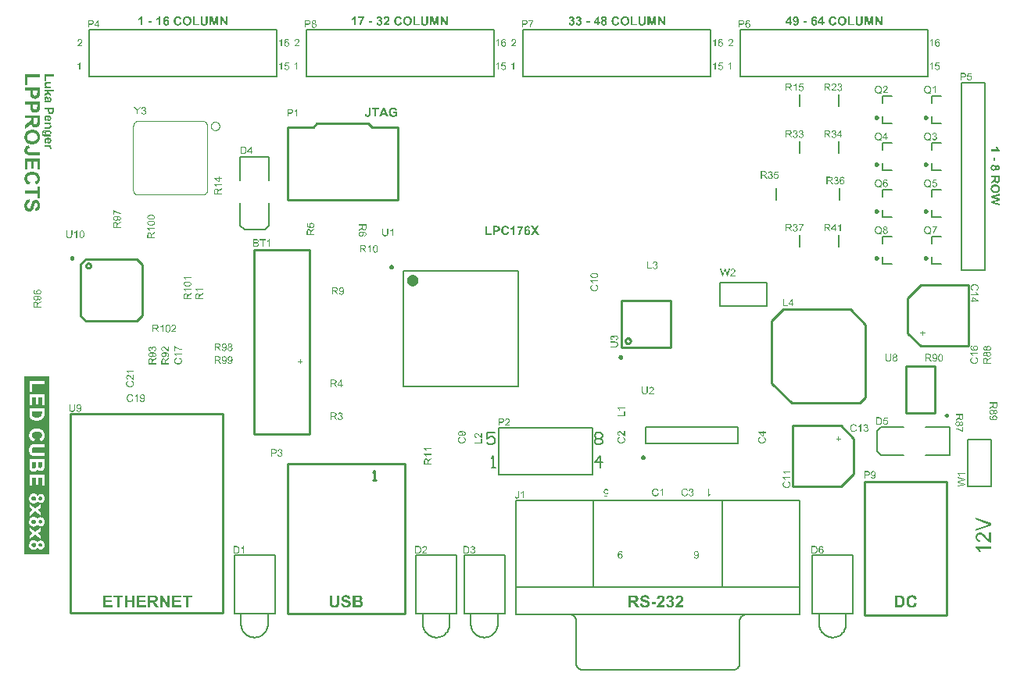
<source format=gto>
%FSLAX43Y43*%
%MOMM*%
%SFA1B1*%

%IPPOS*%
%ADD28C,0.253999*%
%ADD29C,0.599999*%
%ADD65C,0.250000*%
%ADD66C,0.100000*%
%ADD67C,0.127000*%
%ADD68C,0.200000*%
%ADD69C,0.203000*%
%LNlp_led_cube_8x8x8-1*%
%LPD*%
G36*
X122942Y27611D02*
X122962Y27609D01*
X122985Y27606*
X123011Y27602*
X123039Y27596*
X123069Y27589*
X123101Y27579*
X123133Y27568*
X123167Y27553*
X123199Y27538*
X123229Y27519*
X123261Y27497*
X123289Y27472*
X123291*
X123293Y27468*
X123299Y27463*
X123304Y27457*
X123312Y27448*
X123319Y27436*
X123340Y27410*
X123361Y27376*
X123383Y27335*
X123404Y27288*
X123423Y27233*
X123163Y27171*
Y27173*
X123161Y27175*
Y27181*
X123158Y27188*
X123152Y27205*
X123143Y27228*
X123130Y27254*
X123113Y27280*
X123090Y27307*
X123066Y27329*
X123062Y27331*
X123052Y27339*
X123037Y27348*
X123017Y27359*
X122990Y27371*
X122960Y27380*
X122927Y27388*
X122889Y27389*
X122876*
X122864Y27388*
X122853Y27386*
X122838Y27384*
X122806Y27376*
X122769Y27363*
X122729Y27344*
X122708Y27333*
X122690Y27320*
X122671Y27303*
X122654Y27284*
Y27282*
X122650Y27279*
X122646Y27273*
X122641Y27264*
X122633Y27252*
X122626Y27239*
X122618Y27222*
X122611Y27203*
X122601Y27181*
X122594Y27156*
X122586Y27128*
X122579Y27098*
X122573Y27064*
X122569Y27029*
X122568Y26989*
X122566Y26946*
Y26944*
Y26935*
Y26921*
X122568Y26906*
Y26886*
X122571Y26861*
X122573Y26837*
X122577Y26809*
X122588Y26750*
X122603Y26692*
X122613Y26664*
X122626Y26638*
X122639Y26613*
X122654Y26593*
X122656Y26591*
X122658Y26589*
X122663Y26583*
X122671Y26576*
X122690Y26561*
X122716Y26542*
X122748Y26521*
X122787Y26506*
X122833Y26493*
X122857Y26491*
X122883Y26489*
X122893*
X122900Y26491*
X122921Y26493*
X122945Y26497*
X122972Y26506*
X123002Y26517*
X123032Y26532*
X123062Y26555*
X123066Y26559*
X123075Y26568*
X123088Y26583*
X123103Y26606*
X123122Y26636*
X123139Y26671*
X123156Y26715*
X123171Y26765*
X123426Y26686*
Y26685*
X123425Y26677*
X123421Y26666*
X123415Y26651*
X123408Y26634*
X123400Y26613*
X123391Y26591*
X123380Y26566*
X123353Y26515*
X123319Y26463*
X123278Y26412*
X123255Y26389*
X123231Y26369*
X123229Y26367*
X123225Y26365*
X123218Y26359*
X123207Y26352*
X123193Y26344*
X123176Y26337*
X123158Y26327*
X123137Y26318*
X123113Y26307*
X123086Y26297*
X123058Y26290*
X123028Y26282*
X122996Y26275*
X122960Y26269*
X122925Y26267*
X122885Y26265*
X122874*
X122861Y26267*
X122842Y26269*
X122821Y26271*
X122795Y26275*
X122767Y26280*
X122735Y26288*
X122703Y26297*
X122669Y26309*
X122633Y26324*
X122598Y26341*
X122562Y26359*
X122526Y26384*
X122492Y26410*
X122460Y26442*
X122459Y26444*
X122453Y26450*
X122445Y26461*
X122434Y26474*
X122423Y26493*
X122408Y26514*
X122393Y26540*
X122378Y26570*
X122363Y26602*
X122348Y26638*
X122333Y26679*
X122321Y26722*
X122310Y26767*
X122302Y26818*
X122297Y26871*
X122295Y26927*
Y26929*
Y26931*
Y26942*
X122297Y26959*
Y26982*
X122301Y27008*
X122304Y27040*
X122308Y27074*
X122316Y27113*
X122325Y27153*
X122336Y27194*
X122349Y27235*
X122366Y27279*
X122385Y27320*
X122408Y27359*
X122432Y27397*
X122462Y27433*
X122464Y27435*
X122470Y27440*
X122479Y27450*
X122492Y27461*
X122509Y27474*
X122530Y27489*
X122552Y27506*
X122581Y27523*
X122611Y27540*
X122643Y27557*
X122680Y27572*
X122718Y27585*
X122761Y27596*
X122804Y27606*
X122853Y27611*
X122902Y27613*
X122925*
X122942Y27611*
G37*
G36*
X121564Y27587D02*
X121600Y27585D01*
X121639Y27583*
X121680Y27577*
X121720Y27572*
X121756Y27562*
X121757*
X121761Y27560*
X121767Y27559*
X121774Y27557*
X121797Y27547*
X121823Y27534*
X121853Y27517*
X121887Y27497*
X121919Y27472*
X121951Y27442*
X121953*
X121955Y27438*
X121964Y27427*
X121979Y27408*
X121996Y27384*
X122017Y27354*
X122037Y27318*
X122058Y27277*
X122075Y27232*
Y27230*
X122077Y27226*
X122079Y27218*
X122083Y27209*
X122084Y27198*
X122088Y27183*
X122092Y27166*
X122098Y27147*
X122101Y27126*
X122105Y27102*
X122109Y27077*
X122111Y27049*
X122116Y26991*
X122118Y26925*
Y26923*
Y26918*
Y26910*
Y26899*
X122116Y26884*
Y26869*
X122115Y26850*
X122113Y26829*
X122109Y26786*
X122101Y26741*
X122090Y26694*
X122077Y26649*
Y26647*
X122075Y26643*
X122071Y26636*
X122068Y26624*
X122064Y26613*
X122056Y26600*
X122041Y26566*
X122022Y26530*
X121998Y26491*
X121970Y26453*
X121938Y26418*
X121934Y26414*
X121925Y26406*
X121910Y26395*
X121889Y26380*
X121863Y26363*
X121833Y26346*
X121795Y26329*
X121754Y26314*
X121752*
X121750Y26312*
X121744*
X121739Y26311*
X121718Y26307*
X121692Y26301*
X121660Y26296*
X121620Y26292*
X121573Y26290*
X121522Y26288*
X121030*
Y27589*
X121549*
X121564Y27587*
G37*
G36*
X94005Y27611D02*
X94026Y27609D01*
X94051Y27607*
X94075Y27604*
X94103Y27600*
X94163Y27587*
X94193Y27577*
X94223Y27568*
X94254Y27555*
X94282Y27540*
X94308Y27523*
X94332Y27504*
X94334Y27502*
X94338Y27498*
X94344Y27493*
X94351Y27485*
X94361Y27474*
X94372Y27461*
X94383Y27446*
X94396Y27429*
X94408Y27408*
X94419Y27388*
X94430Y27363*
X94440Y27337*
X94449Y27311*
X94457Y27280*
X94462Y27250*
X94464Y27217*
X94201Y27207*
Y27209*
Y27211*
X94197Y27224*
X94193Y27241*
X94186Y27262*
X94176Y27286*
X94163Y27309*
X94146Y27331*
X94128Y27350*
X94126Y27352*
X94118Y27357*
X94105Y27365*
X94086Y27373*
X94064Y27380*
X94035Y27388*
X94002Y27393*
X93962Y27395*
X93943*
X93923Y27393*
X93898Y27389*
X93870Y27384*
X93840Y27374*
X93812Y27363*
X93785Y27346*
X93784Y27344*
X93780Y27341*
X93772Y27335*
X93765Y27326*
X93757Y27314*
X93750Y27299*
X93746Y27284*
X93744Y27265*
Y27264*
Y27258*
X93746Y27248*
X93750Y27239*
X93754Y27226*
X93759Y27213*
X93769Y27200*
X93782Y27186*
X93784Y27185*
X93793Y27179*
X93799Y27175*
X93808Y27171*
X93817Y27166*
X93831Y27160*
X93846Y27155*
X93863Y27147*
X93883Y27139*
X93904Y27132*
X93930Y27124*
X93958Y27117*
X93989Y27109*
X94022Y27100*
X94024*
X94032Y27098*
X94041Y27096*
X94054Y27092*
X94069Y27089*
X94088Y27083*
X94109Y27077*
X94129Y27072*
X94175Y27057*
X94222Y27042*
X94267Y27025*
X94285Y27015*
X94304Y27006*
X94306*
X94308Y27004*
X94319Y26997*
X94336Y26985*
X94357Y26970*
X94379Y26951*
X94404Y26929*
X94428Y26903*
X94449Y26873*
X94451Y26869*
X94457Y26858*
X94466Y26841*
X94475Y26816*
X94485Y26786*
X94494Y26750*
X94500Y26711*
X94502Y26666*
Y26664*
Y26660*
Y26655*
Y26647*
X94500Y26638*
X94498Y26624*
X94494Y26598*
X94487Y26564*
X94475Y26529*
X94458Y26493*
X94438Y26455*
Y26453*
X94434Y26452*
X94426Y26440*
X94411Y26421*
X94393Y26401*
X94368Y26376*
X94336Y26354*
X94302Y26331*
X94261Y26311*
X94259*
X94255Y26309*
X94250Y26307*
X94240Y26303*
X94229Y26299*
X94216Y26296*
X94201Y26292*
X94184Y26288*
X94163Y26282*
X94143Y26279*
X94094Y26271*
X94039Y26265*
X93979Y26264*
X93955*
X93938Y26265*
X93917Y26267*
X93895Y26269*
X93868Y26273*
X93840Y26279*
X93778Y26292*
X93746Y26301*
X93716Y26311*
X93684Y26324*
X93654Y26339*
X93626Y26356*
X93599Y26376*
X93598Y26378*
X93594Y26382*
X93586Y26388*
X93579Y26397*
X93567Y26410*
X93556Y26425*
X93543Y26442*
X93530Y26461*
X93517Y26483*
X93504Y26508*
X93490Y26536*
X93477Y26566*
X93468Y26598*
X93457Y26634*
X93449Y26671*
X93443Y26711*
X93699Y26735*
Y26733*
X93701Y26730*
Y26722*
X93703Y26715*
X93710Y26692*
X93720Y26664*
X93731Y26632*
X93748Y26600*
X93767Y26572*
X93791Y26546*
X93795Y26544*
X93804Y26536*
X93819Y26527*
X93842Y26515*
X93870Y26504*
X93902Y26495*
X93940Y26487*
X93983Y26485*
X94004*
X94026Y26489*
X94054Y26493*
X94084Y26499*
X94116Y26508*
X94146Y26521*
X94173Y26538*
X94176Y26540*
X94184Y26547*
X94193Y26559*
X94207Y26574*
X94218Y26593*
X94229Y26615*
X94237Y26638*
X94238Y26664*
Y26666*
Y26671*
X94237Y26681*
X94235Y26692*
X94231Y26703*
X94227Y26717*
X94220Y26730*
X94210Y26743*
X94208Y26745*
X94205Y26749*
X94199Y26754*
X94190Y26762*
X94176Y26771*
X94160Y26780*
X94141Y26790*
X94116Y26799*
X94114*
X94107Y26803*
X94094Y26807*
X94084Y26811*
X94073Y26812*
X94060Y26816*
X94045Y26822*
X94028Y26826*
X94009Y26831*
X93987Y26837*
X93962Y26842*
X93936Y26850*
X93906Y26858*
X93904*
X93896Y26859*
X93885Y26863*
X93872Y26867*
X93855Y26873*
X93834Y26878*
X93814Y26886*
X93789Y26893*
X93740Y26912*
X93693Y26935*
X93669Y26946*
X93648Y26959*
X93628Y26972*
X93611Y26985*
X93609Y26987*
X93605Y26991*
X93599Y26997*
X93592Y27004*
X93583Y27015*
X93573Y27029*
X93562Y27042*
X93552Y27059*
X93530Y27098*
X93511Y27143*
X93504Y27168*
X93498Y27192*
X93494Y27220*
X93492Y27248*
Y27250*
Y27252*
Y27258*
Y27265*
X93496Y27284*
X93500Y27309*
X93505Y27337*
X93515Y27369*
X93528Y27403*
X93547Y27435*
Y27436*
X93549Y27438*
X93558Y27450*
X93569Y27465*
X93588Y27483*
X93611Y27504*
X93639Y27527*
X93671Y27547*
X93708Y27566*
X93710*
X93714Y27568*
X93720Y27570*
X93727Y27574*
X93739Y27577*
X93750Y27581*
X93765Y27585*
X93782Y27591*
X93819Y27598*
X93863Y27606*
X93911Y27611*
X93966Y27613*
X93989*
X94005Y27611*
G37*
G36*
X128650Y40192D02*
Y40086D01*
X128032Y39916*
X128030*
X128028Y39915*
X128025Y39913*
X128019Y39912*
X128006Y39909*
X127991Y39905*
X127974Y39901*
X127959Y39896*
X127946Y39892*
X127940Y39891*
X127937Y39890*
X127938*
X127939Y39889*
X127946Y39888*
X127956Y39885*
X127969Y39882*
X127983Y39878*
X128000Y39874*
X128016Y39870*
X128032Y39865*
X128650Y39694*
Y39581*
X127838Y39369*
Y39480*
X128371Y39601*
X128372*
X128374Y39603*
X128379Y39604*
X128385Y39605*
X128393Y39606*
X128401Y39608*
X128412Y39611*
X128424Y39613*
X128448Y39619*
X128476Y39625*
X128507Y39631*
X128537Y39637*
X128536*
X128531Y39638*
X128526Y39640*
X128516Y39641*
X128507Y39644*
X128495Y39647*
X128469Y39653*
X128443Y39660*
X128431Y39662*
X128419Y39666*
X128408Y39668*
X128399Y39671*
X128392Y39673*
X128387Y39674*
X127838Y39828*
Y39958*
X128250Y40073*
X128251*
X128257Y40075*
X128265Y40078*
X128276Y40080*
X128290Y40084*
X128305Y40088*
X128323Y40093*
X128343Y40098*
X128365Y40104*
X128387Y40108*
X128435Y40119*
X128486Y40129*
X128537Y40138*
X128536*
X128534Y40139*
X128529*
X128523Y40141*
X128516Y40142*
X128508Y40145*
X128497Y40146*
X128486Y40149*
X128460Y40155*
X128429Y40162*
X128397Y40169*
X128360Y40179*
X127838Y40305*
Y40415*
X128650Y40192*
G37*
G36*
X39712Y80569D02*
X39727Y80567D01*
X39746Y80564*
X39767Y80558*
X39788Y80551*
X39809Y80541*
X39811*
X39812Y80540*
X39819Y80537*
X39829Y80530*
X39841Y80521*
X39855Y80510*
X39869Y80497*
X39883Y80481*
X39895Y80464*
X39896Y80461*
X39900Y80456*
X39904Y80445*
X39910Y80432*
X39916Y80417*
X39921Y80399*
X39924Y80379*
X39926Y80359*
Y80357*
Y80350*
X39924Y80341*
X39922Y80328*
X39919Y80312*
X39913Y80296*
X39906Y80280*
X39896Y80263*
X39895Y80261*
X39892Y80256*
X39885Y80248*
X39875Y80238*
X39863Y80228*
X39849Y80216*
X39833Y80206*
X39813Y80195*
X39814*
X39816Y80194*
X39820Y80193*
X39825Y80192*
X39838Y80187*
X39854Y80180*
X39873Y80170*
X39892Y80159*
X39909Y80143*
X39926Y80126*
X39927Y80123*
X39931Y80116*
X39938Y80105*
X39946Y80089*
X39953Y80071*
X39960Y80048*
X39964Y80023*
X39965Y79994*
Y79993*
Y79990*
Y79984*
X39964Y79977*
X39963Y79967*
X39961Y79957*
X39958Y79945*
X39956Y79932*
X39947Y79904*
X39940Y79889*
X39933Y79875*
X39923Y79859*
X39913Y79844*
X39901Y79829*
X39887Y79815*
X39886Y79814*
X39883Y79811*
X39879Y79808*
X39873Y79803*
X39866Y79797*
X39856Y79791*
X39846Y79784*
X39833Y79778*
X39820Y79771*
X39805Y79764*
X39789Y79759*
X39772Y79753*
X39753Y79748*
X39733Y79744*
X39713Y79742*
X39691Y79741*
X39680*
X39673Y79742*
X39664Y79743*
X39653Y79744*
X39642Y79747*
X39629Y79749*
X39601Y79756*
X39571Y79768*
X39556Y79775*
X39542Y79783*
X39528Y79794*
X39514Y79804*
X39513Y79805*
X39510Y79808*
X39507Y79811*
X39503Y79816*
X39497Y79822*
X39491Y79830*
X39484Y79838*
X39477Y79849*
X39470Y79861*
X39463Y79872*
X39450Y79901*
X39440Y79933*
X39436Y79951*
X39434Y79970*
X39534Y79983*
Y79981*
X39535Y79979*
X39536Y79974*
X39537Y79969*
X39538Y79962*
X39541Y79953*
X39547Y79936*
X39555Y79915*
X39565Y79895*
X39577Y79876*
X39591Y79859*
X39593Y79858*
X39598Y79854*
X39608Y79848*
X39619Y79842*
X39633Y79835*
X39651Y79829*
X39671Y79824*
X39692Y79823*
X39699*
X39704Y79824*
X39717Y79825*
X39733Y79829*
X39752Y79835*
X39772Y79843*
X39792Y79855*
X39811Y79871*
X39813Y79874*
X39819Y79881*
X39826Y79891*
X39835Y79905*
X39845Y79923*
X39852Y79943*
X39858Y79966*
X39860Y79992*
Y79993*
Y79996*
Y79999*
X39859Y80004*
X39858Y80017*
X39854Y80032*
X39849Y80051*
X39841Y80069*
X39829Y80088*
X39814Y80106*
X39812Y80108*
X39806Y80113*
X39796Y80120*
X39784Y80128*
X39767Y80136*
X39747Y80143*
X39725Y80148*
X39700Y80150*
X39690*
X39681Y80149*
X39671Y80148*
X39659Y80146*
X39645Y80143*
X39630Y80140*
X39642Y80228*
X39647*
X39652Y80227*
X39667*
X39680Y80229*
X39696Y80231*
X39713Y80235*
X39733Y80241*
X39752Y80249*
X39772Y80260*
X39773*
X39774Y80261*
X39780Y80265*
X39788Y80274*
X39798Y80284*
X39807Y80299*
X39815Y80317*
X39821Y80337*
X39823Y80349*
Y80362*
Y80363*
Y80364*
Y80371*
X39821Y80380*
X39819Y80393*
X39814Y80407*
X39808Y80423*
X39799Y80438*
X39786Y80452*
X39785Y80453*
X39779Y80458*
X39771Y80464*
X39760Y80471*
X39746Y80477*
X39730Y80483*
X39711Y80487*
X39690Y80488*
X39680*
X39670Y80486*
X39656Y80484*
X39640Y80479*
X39625Y80473*
X39609Y80464*
X39593Y80452*
X39592Y80451*
X39588Y80445*
X39581Y80437*
X39572Y80425*
X39564Y80410*
X39556Y80391*
X39549Y80369*
X39544Y80343*
X39444Y80361*
Y80362*
X39446Y80365*
X39447Y80370*
X39448Y80377*
X39450Y80385*
X39454Y80395*
X39461Y80417*
X39473Y80443*
X39487Y80468*
X39504Y80493*
X39527Y80515*
X39528Y80517*
X39530Y80518*
X39534Y80520*
X39538Y80524*
X39544Y80528*
X39552Y80533*
X39561Y80538*
X39571Y80544*
X39595Y80553*
X39622Y80562*
X39653Y80568*
X39670Y80571*
X39699*
X39712Y80569*
G37*
G36*
X39053Y80099D02*
Y79755D01*
X38945*
Y80099*
X38631Y80567*
X38761*
X38921Y80321*
Y80319*
X38923Y80317*
X38926Y80314*
X38928Y80309*
X38933Y80303*
X38937Y80296*
X38948Y80278*
X38961Y80257*
X38975Y80234*
X38990Y80209*
X39004Y80183*
Y80184*
X39006Y80187*
X39008Y80190*
X39011Y80195*
X39015Y80201*
X39020Y80208*
X39030Y80226*
X39043Y80247*
X39058Y80271*
X39076Y80298*
X39095Y80328*
X39251Y80567*
X39376*
X39053Y80099*
G37*
G36*
X95735Y27594D02*
X95752Y27592D01*
X95770Y27591*
X95791Y27587*
X95814Y27583*
X95862Y27570*
X95911Y27551*
X95938Y27540*
X95960Y27527*
X95985Y27510*
X96005Y27491*
X96007Y27489*
X96011Y27487*
X96015Y27480*
X96022Y27472*
X96032Y27463*
X96041Y27450*
X96050Y27436*
X96062Y27420*
X96080Y27382*
X96099Y27339*
X96107Y27314*
X96111Y27288*
X96114Y27260*
X96116Y27232*
Y27228*
Y27217*
X96114Y27200*
X96112Y27179*
X96109Y27153*
X96103Y27124*
X96096Y27094*
X96084Y27064*
X96082Y27061*
X96079Y27051*
X96071Y27034*
X96060Y27014*
X96047Y26989*
X96030Y26961*
X96009Y26931*
X95985Y26899*
X95983Y26897*
X95975Y26888*
X95964Y26874*
X95947Y26856*
X95924Y26833*
X95896Y26803*
X95862Y26771*
X95821Y26732*
X95819Y26730*
X95815Y26728*
X95810Y26722*
X95802Y26715*
X95782Y26696*
X95757Y26673*
X95733Y26649*
X95708Y26624*
X95686Y26604*
X95678Y26594*
X95671Y26587*
X95669Y26585*
X95665Y26581*
X95659Y26574*
X95652Y26564*
X95635Y26544*
X95620Y26519*
X96116*
Y26288*
X95242*
Y26290*
Y26294*
X95244Y26301*
X95246Y26311*
X95248Y26322*
X95250Y26335*
X95257Y26369*
X95269Y26406*
X95284Y26448*
X95302Y26493*
X95327Y26536*
Y26538*
X95331Y26542*
X95334Y26549*
X95342Y26557*
X95349Y26570*
X95361Y26583*
X95374Y26600*
X95389Y26619*
X95406Y26641*
X95426Y26664*
X95449Y26690*
X95475Y26718*
X95503Y26747*
X95535Y26779*
X95569Y26812*
X95607Y26848*
X95609Y26850*
X95614Y26856*
X95622Y26863*
X95633Y26874*
X95648Y26886*
X95663Y26901*
X95697Y26935*
X95731Y26970*
X95765Y27006*
X95780Y27021*
X95795Y27038*
X95806Y27051*
X95814Y27062*
X95815Y27066*
X95821Y27076*
X95831Y27091*
X95840Y27111*
X95849Y27134*
X95859Y27160*
X95864Y27186*
X95866Y27215*
Y27217*
Y27218*
Y27228*
X95864Y27245*
X95861Y27264*
X95855Y27284*
X95847Y27305*
X95836Y27326*
X95821Y27344*
X95819Y27346*
X95814Y27352*
X95802Y27359*
X95789Y27367*
X95770Y27374*
X95750Y27382*
X95725Y27388*
X95697Y27389*
X95684*
X95669Y27388*
X95652Y27384*
X95631Y27378*
X95611Y27369*
X95590Y27357*
X95571Y27342*
X95569Y27341*
X95564Y27333*
X95556Y27322*
X95549Y27305*
X95539Y27284*
X95532Y27256*
X95524Y27224*
X95520Y27186*
X95272Y27211*
Y27213*
X95274Y27220*
Y27230*
X95278Y27245*
X95280Y27262*
X95285Y27280*
X95291Y27301*
X95297Y27326*
X95315Y27373*
X95338Y27421*
X95353Y27446*
X95370Y27468*
X95389Y27487*
X95409Y27506*
X95411Y27508*
X95415Y27510*
X95421Y27513*
X95430Y27521*
X95441Y27527*
X95456Y27534*
X95472Y27544*
X95490Y27551*
X95511Y27560*
X95534Y27568*
X95582Y27583*
X95641Y27592*
X95671Y27594*
X95703Y27596*
X95721*
X95735Y27594*
G37*
G36*
X92804Y27587D02*
X92825D01*
X92846Y27585*
X92870*
X92919Y27579*
X92970Y27574*
X93017Y27564*
X93037Y27559*
X93056Y27553*
X93058*
X93060Y27551*
X93071Y27545*
X93088Y27536*
X93111Y27525*
X93135Y27506*
X93160Y27485*
X93184Y27459*
X93207Y27427*
Y27425*
X93208Y27423*
X93212Y27418*
X93216Y27412*
X93225Y27393*
X93237Y27369*
X93246Y27339*
X93255Y27305*
X93263Y27265*
X93265Y27224*
Y27222*
Y27218*
Y27209*
X93263Y27200*
Y27186*
X93261Y27173*
X93254Y27139*
X93244Y27100*
X93229Y27061*
X93207Y27019*
X93193Y27000*
X93178Y26982*
X93177Y26980*
X93175Y26978*
X93169Y26972*
X93161Y26967*
X93154Y26959*
X93143Y26950*
X93130Y26940*
X93114Y26931*
X93098Y26920*
X93077Y26910*
X93056Y26901*
X93034Y26891*
X93007Y26882*
X92981Y26874*
X92953Y26867*
X92921Y26861*
X92923*
X92925Y26859*
X92936Y26852*
X92951Y26842*
X92970Y26829*
X92992Y26812*
X93015Y26795*
X93039Y26775*
X93060Y26752*
X93062Y26750*
X93071Y26741*
X93083Y26726*
X93099Y26703*
X93122Y26675*
X93133Y26656*
X93146Y26638*
X93161Y26617*
X93177Y26594*
X93193Y26568*
X93210Y26542*
X93370Y26288*
X93054*
X92866Y26570*
X92865Y26572*
X92863Y26577*
X92857Y26585*
X92849Y26594*
X92842Y26606*
X92833Y26621*
X92812Y26651*
X92787Y26685*
X92765Y26715*
X92744Y26743*
X92735Y26752*
X92727Y26762*
X92725Y26764*
X92722Y26767*
X92714Y26775*
X92705Y26784*
X92692Y26792*
X92678Y26801*
X92663Y26809*
X92648Y26816*
X92646*
X92641Y26818*
X92631Y26822*
X92616Y26824*
X92598Y26827*
X92575Y26829*
X92549Y26831*
X92464*
Y26288*
X92201*
Y27589*
X92787*
X92804Y27587*
G37*
G36*
X61624Y27611D02*
X61645Y27609D01*
X61669Y27607*
X61694Y27604*
X61722Y27600*
X61782Y27587*
X61812Y27577*
X61842Y27568*
X61872Y27555*
X61900Y27540*
X61927Y27523*
X61951Y27504*
X61953Y27502*
X61957Y27498*
X61963Y27493*
X61970Y27485*
X61979Y27474*
X61991Y27461*
X62002Y27446*
X62015Y27429*
X62026Y27408*
X62038Y27388*
X62049Y27363*
X62058Y27337*
X62068Y27311*
X62075Y27280*
X62081Y27250*
X62083Y27217*
X61820Y27207*
Y27209*
Y27211*
X61816Y27224*
X61812Y27241*
X61805Y27262*
X61795Y27286*
X61782Y27309*
X61765Y27331*
X61746Y27350*
X61744Y27352*
X61737Y27357*
X61724Y27365*
X61705Y27373*
X61682Y27380*
X61654Y27388*
X61620Y27393*
X61581Y27395*
X61562*
X61541Y27393*
X61517Y27389*
X61489Y27384*
X61459Y27374*
X61431Y27363*
X61404Y27346*
X61402Y27344*
X61399Y27341*
X61391Y27335*
X61384Y27326*
X61376Y27314*
X61369Y27299*
X61365Y27284*
X61363Y27265*
Y27264*
Y27258*
X61365Y27248*
X61369Y27239*
X61372Y27226*
X61378Y27213*
X61387Y27200*
X61401Y27186*
X61402Y27185*
X61412Y27179*
X61417Y27175*
X61427Y27171*
X61436Y27166*
X61449Y27160*
X61464Y27155*
X61481Y27147*
X61502Y27139*
X61523Y27132*
X61549Y27124*
X61577Y27117*
X61607Y27109*
X61641Y27100*
X61643*
X61650Y27098*
X61660Y27096*
X61673Y27092*
X61688Y27089*
X61707Y27083*
X61728Y27077*
X61748Y27072*
X61793Y27057*
X61840Y27042*
X61885Y27025*
X61904Y27015*
X61923Y27006*
X61925*
X61927Y27004*
X61938Y26997*
X61955Y26985*
X61976Y26970*
X61998Y26951*
X62023Y26929*
X62047Y26903*
X62068Y26873*
X62070Y26869*
X62075Y26858*
X62085Y26841*
X62094Y26816*
X62103Y26786*
X62113Y26750*
X62119Y26711*
X62120Y26666*
Y26664*
Y26660*
Y26655*
Y26647*
X62119Y26638*
X62117Y26624*
X62113Y26598*
X62105Y26564*
X62094Y26529*
X62077Y26493*
X62056Y26455*
Y26453*
X62053Y26452*
X62045Y26440*
X62030Y26421*
X62011Y26401*
X61987Y26376*
X61955Y26354*
X61921Y26331*
X61880Y26311*
X61878*
X61874Y26309*
X61869Y26307*
X61859Y26303*
X61848Y26299*
X61835Y26296*
X61820Y26292*
X61803Y26288*
X61782Y26282*
X61761Y26279*
X61713Y26271*
X61658Y26265*
X61598Y26264*
X61573*
X61557Y26265*
X61536Y26267*
X61513Y26269*
X61487Y26273*
X61459Y26279*
X61397Y26292*
X61365Y26301*
X61335Y26311*
X61303Y26324*
X61273Y26339*
X61244Y26356*
X61218Y26376*
X61216Y26378*
X61213Y26382*
X61205Y26388*
X61198Y26397*
X61186Y26410*
X61175Y26425*
X61162Y26442*
X61149Y26461*
X61135Y26483*
X61122Y26508*
X61109Y26536*
X61096Y26566*
X61087Y26598*
X61075Y26634*
X61068Y26671*
X61062Y26711*
X61318Y26735*
Y26733*
X61320Y26730*
Y26722*
X61322Y26715*
X61329Y26692*
X61338Y26664*
X61350Y26632*
X61367Y26600*
X61385Y26572*
X61410Y26546*
X61414Y26544*
X61423Y26536*
X61438Y26527*
X61461Y26515*
X61489Y26504*
X61521Y26495*
X61558Y26487*
X61602Y26485*
X61622*
X61645Y26489*
X61673Y26493*
X61703Y26499*
X61735Y26508*
X61765Y26521*
X61791Y26538*
X61795Y26540*
X61803Y26547*
X61812Y26559*
X61825Y26574*
X61837Y26593*
X61848Y26615*
X61855Y26638*
X61857Y26664*
Y26666*
Y26671*
X61855Y26681*
X61853Y26692*
X61850Y26703*
X61846Y26717*
X61838Y26730*
X61829Y26743*
X61827Y26745*
X61823Y26749*
X61818Y26754*
X61808Y26762*
X61795Y26771*
X61778Y26780*
X61760Y26790*
X61735Y26799*
X61733*
X61726Y26803*
X61713Y26807*
X61703Y26811*
X61692Y26812*
X61679Y26816*
X61664Y26822*
X61647Y26826*
X61628Y26831*
X61605Y26837*
X61581Y26842*
X61555Y26850*
X61525Y26858*
X61523*
X61515Y26859*
X61504Y26863*
X61491Y26867*
X61474Y26873*
X61453Y26878*
X61432Y26886*
X61408Y26893*
X61359Y26912*
X61312Y26935*
X61288Y26946*
X61267Y26959*
X61246Y26972*
X61229Y26985*
X61228Y26987*
X61224Y26991*
X61218Y26997*
X61211Y27004*
X61201Y27015*
X61192Y27029*
X61181Y27042*
X61171Y27059*
X61149Y27098*
X61130Y27143*
X61122Y27168*
X61117Y27192*
X61113Y27220*
X61111Y27248*
Y27250*
Y27252*
Y27258*
Y27265*
X61115Y27284*
X61119Y27309*
X61124Y27337*
X61134Y27369*
X61147Y27403*
X61166Y27435*
Y27436*
X61167Y27438*
X61177Y27450*
X61188Y27465*
X61207Y27483*
X61229Y27504*
X61258Y27527*
X61290Y27547*
X61327Y27566*
X61329*
X61333Y27568*
X61338Y27570*
X61346Y27574*
X61357Y27577*
X61369Y27581*
X61384Y27585*
X61401Y27591*
X61438Y27598*
X61481Y27606*
X61530Y27611*
X61585Y27613*
X61607*
X61624Y27611*
G37*
G36*
X95184Y26636D02*
X94693D01*
Y26886*
X95184*
Y26636*
G37*
G36*
X96725Y27594D02*
X96742Y27592D01*
X96759Y27591*
X96780Y27587*
X96800Y27581*
X96847Y27568*
X96872Y27559*
X96898Y27545*
X96923Y27532*
X96945Y27517*
X96970Y27498*
X96990Y27478*
X96992Y27476*
X96994Y27474*
X97000Y27468*
X97005Y27461*
X97020Y27442*
X97037Y27416*
X97054Y27384*
X97067Y27346*
X97079Y27305*
X97080Y27284*
X97082Y27262*
Y27260*
Y27254*
X97080Y27245*
X97079Y27233*
X97077Y27218*
X97073Y27201*
X97067Y27183*
X97060Y27162*
X97048Y27141*
X97037Y27119*
X97022Y27096*
X97003Y27074*
X96981Y27051*
X96956Y27029*
X96928Y27008*
X96894Y26987*
X96896*
X96900Y26985*
X96906*
X96913Y26982*
X96934Y26976*
X96958Y26965*
X96986Y26950*
X97017Y26931*
X97047Y26906*
X97073Y26878*
X97077Y26874*
X97084Y26863*
X97094Y26846*
X97107Y26822*
X97120Y26794*
X97129Y26758*
X97137Y26720*
X97141Y26677*
Y26675*
Y26670*
Y26660*
X97139Y26649*
X97137Y26634*
X97133Y26617*
X97129Y26596*
X97126Y26576*
X97111Y26530*
X97099Y26506*
X97088Y26480*
X97073Y26455*
X97056Y26431*
X97037Y26406*
X97015Y26384*
X97013Y26382*
X97009Y26378*
X97002Y26373*
X96992Y26365*
X96979Y26356*
X96966Y26346*
X96947Y26335*
X96928Y26324*
X96908Y26312*
X96883Y26301*
X96857Y26292*
X96830Y26282*
X96800Y26275*
X96770Y26269*
X96736Y26265*
X96703Y26264*
X96686*
X96673Y26265*
X96658Y26267*
X96641Y26269*
X96622Y26273*
X96599Y26277*
X96554Y26288*
X96505Y26307*
X96479Y26318*
X96456Y26331*
X96432Y26348*
X96409Y26365*
X96408Y26367*
X96404Y26371*
X96398Y26376*
X96391Y26384*
X96381Y26393*
X96372Y26406*
X96361Y26420*
X96349Y26436*
X96338Y26455*
X96325Y26474*
X96304Y26519*
X96287Y26572*
X96280Y26600*
X96276Y26630*
X96517Y26660*
Y26658*
Y26656*
X96518Y26645*
X96522Y26628*
X96528Y26608*
X96537Y26585*
X96547Y26561*
X96562Y26538*
X96579Y26517*
X96580Y26515*
X96588Y26510*
X96599Y26502*
X96612Y26495*
X96631Y26485*
X96652Y26478*
X96674Y26472*
X96701Y26470*
X96705*
X96714Y26472*
X96727Y26474*
X96746Y26478*
X96767Y26485*
X96787Y26495*
X96810Y26510*
X96830Y26529*
X96832Y26530*
X96840Y26540*
X96847Y26553*
X96859Y26570*
X96868Y26593*
X96877Y26621*
X96883Y26653*
X96885Y26688*
Y26690*
Y26692*
Y26703*
X96883Y26720*
X96879Y26743*
X96872Y26767*
X96862Y26792*
X96849Y26816*
X96832Y26839*
X96830Y26841*
X96823Y26848*
X96812Y26858*
X96798Y26867*
X96780Y26878*
X96759Y26886*
X96736Y26893*
X96710Y26895*
X96691*
X96678Y26893*
X96661Y26891*
X96641Y26888*
X96620Y26882*
X96595Y26876*
X96622Y27077*
X96639*
X96658Y27079*
X96680Y27081*
X96705Y27087*
X96731Y27094*
X96755Y27106*
X96778Y27121*
X96780Y27123*
X96787Y27130*
X96795Y27139*
X96806Y27155*
X96815Y27171*
X96825Y27192*
X96830Y27217*
X96832Y27245*
Y27248*
Y27256*
X96830Y27267*
X96827Y27282*
X96823Y27299*
X96815Y27316*
X96806Y27335*
X96793Y27350*
X96791Y27352*
X96785Y27356*
X96778Y27363*
X96765Y27371*
X96750Y27376*
X96733Y27384*
X96710Y27388*
X96688Y27389*
X96676*
X96665Y27388*
X96650Y27384*
X96633Y27378*
X96614Y27371*
X96595Y27359*
X96579Y27344*
X96577Y27342*
X96571Y27337*
X96564Y27326*
X96554Y27311*
X96545Y27294*
X96537Y27271*
X96530Y27245*
X96524Y27215*
X96295Y27252*
Y27254*
X96297Y27258*
Y27264*
X96299Y27273*
X96304Y27294*
X96312Y27322*
X96323Y27352*
X96334Y27384*
X96349Y27414*
X96366Y27442*
X96368Y27446*
X96376Y27453*
X96387Y27467*
X96402Y27483*
X96421Y27500*
X96443Y27519*
X96471Y27538*
X96502Y27555*
X96503*
X96505Y27557*
X96517Y27560*
X96535Y27568*
X96558Y27576*
X96586Y27583*
X96620Y27591*
X96656Y27594*
X96695Y27596*
X96712*
X96725Y27594*
G37*
G36*
X97757D02*
X97774Y27592D01*
X97793Y27591*
X97813Y27587*
X97836Y27583*
X97885Y27570*
X97934Y27551*
X97960Y27540*
X97983Y27527*
X98007Y27510*
X98028Y27491*
X98030Y27489*
X98033Y27487*
X98037Y27480*
X98045Y27472*
X98054Y27463*
X98063Y27450*
X98073Y27436*
X98084Y27420*
X98103Y27382*
X98122Y27339*
X98129Y27314*
X98133Y27288*
X98137Y27260*
X98139Y27232*
Y27228*
Y27217*
X98137Y27200*
X98135Y27179*
X98131Y27153*
X98126Y27124*
X98118Y27094*
X98107Y27064*
X98105Y27061*
X98101Y27051*
X98094Y27034*
X98082Y27014*
X98069Y26989*
X98052Y26961*
X98032Y26931*
X98007Y26899*
X98005Y26897*
X97998Y26888*
X97986Y26874*
X97969Y26856*
X97947Y26833*
X97919Y26803*
X97885Y26771*
X97844Y26732*
X97842Y26730*
X97838Y26728*
X97832Y26722*
X97825Y26715*
X97804Y26696*
X97780Y26673*
X97755Y26649*
X97731Y26624*
X97708Y26604*
X97701Y26594*
X97693Y26587*
X97691Y26585*
X97688Y26581*
X97682Y26574*
X97674Y26564*
X97657Y26544*
X97642Y26519*
X98139*
Y26288*
X97265*
Y26290*
Y26294*
X97267Y26301*
X97268Y26311*
X97270Y26322*
X97272Y26335*
X97280Y26369*
X97291Y26406*
X97306Y26448*
X97325Y26493*
X97349Y26536*
Y26538*
X97353Y26542*
X97357Y26549*
X97364Y26557*
X97372Y26570*
X97383Y26583*
X97396Y26600*
X97411Y26619*
X97428Y26641*
X97449Y26664*
X97471Y26690*
X97498Y26718*
X97526Y26747*
X97558Y26779*
X97592Y26812*
X97629Y26848*
X97631Y26850*
X97637Y26856*
X97644Y26863*
X97656Y26874*
X97671Y26886*
X97686Y26901*
X97720Y26935*
X97753Y26970*
X97787Y27006*
X97802Y27021*
X97817Y27038*
X97829Y27051*
X97836Y27062*
X97838Y27066*
X97844Y27076*
X97853Y27091*
X97862Y27111*
X97872Y27134*
X97881Y27160*
X97887Y27186*
X97889Y27215*
Y27217*
Y27218*
Y27228*
X97887Y27245*
X97883Y27264*
X97877Y27284*
X97870Y27305*
X97859Y27326*
X97844Y27344*
X97842Y27346*
X97836Y27352*
X97825Y27359*
X97812Y27367*
X97793Y27374*
X97772Y27382*
X97748Y27388*
X97720Y27389*
X97706*
X97691Y27388*
X97674Y27384*
X97654Y27378*
X97633Y27369*
X97612Y27357*
X97594Y27342*
X97592Y27341*
X97586Y27333*
X97579Y27322*
X97571Y27305*
X97562Y27284*
X97554Y27256*
X97547Y27224*
X97543Y27186*
X97295Y27211*
Y27213*
X97297Y27220*
Y27230*
X97300Y27245*
X97302Y27262*
X97308Y27280*
X97314Y27301*
X97319Y27326*
X97338Y27373*
X97361Y27421*
X97376Y27446*
X97392Y27468*
X97411Y27487*
X97432Y27506*
X97434Y27508*
X97438Y27510*
X97443Y27513*
X97453Y27521*
X97464Y27527*
X97479Y27534*
X97494Y27544*
X97513Y27551*
X97533Y27560*
X97556Y27568*
X97605Y27583*
X97663Y27592*
X97693Y27594*
X97725Y27596*
X97744*
X97757Y27594*
G37*
G36*
X90746Y55119D02*
X90758D01*
X90772Y55118*
X90786Y55117*
X90817Y55113*
X90850Y55109*
X90882Y55102*
X90897Y55097*
X90911Y55092*
X90912*
X90915Y55091*
X90918Y55089*
X90923Y55086*
X90936Y55079*
X90952Y55069*
X90971Y55055*
X90990Y55038*
X91010Y55017*
X91027Y54991*
Y54990*
X91030Y54988*
X91031Y54984*
X91035Y54978*
X91038Y54971*
X91042Y54962*
X91045Y54953*
X91050Y54941*
X91054Y54928*
X91058Y54914*
X91062Y54899*
X91065Y54881*
X91067Y54863*
X91070Y54845*
X91072Y54802*
Y54801*
Y54798*
Y54792*
X91071Y54784*
Y54774*
X91070Y54762*
X91069Y54750*
X91067Y54737*
X91063Y54707*
X91056Y54676*
X91046Y54645*
X91033Y54616*
Y54615*
X91031Y54612*
X91029Y54609*
X91026Y54604*
X91017Y54591*
X91004Y54576*
X90988Y54558*
X90969Y54542*
X90945Y54525*
X90920Y54513*
X90918*
X90916Y54511*
X90911Y54510*
X90905Y54508*
X90898Y54505*
X90889Y54503*
X90878Y54500*
X90866Y54497*
X90851Y54495*
X90836Y54491*
X90820Y54489*
X90802Y54487*
X90782Y54484*
X90761Y54483*
X90739Y54482*
X90246*
Y54590*
X90733*
X90741Y54591*
X90752*
X90774Y54592*
X90800Y54595*
X90826Y54598*
X90850Y54603*
X90861Y54605*
X90871Y54609*
X90874Y54610*
X90880Y54612*
X90888Y54618*
X90900Y54625*
X90911Y54633*
X90924Y54645*
X90937Y54659*
X90948Y54676*
X90949Y54678*
X90952Y54684*
X90956Y54694*
X90961Y54708*
X90966Y54725*
X90970Y54746*
X90974Y54768*
X90975Y54793*
Y54794*
Y54798*
Y54805*
X90974Y54812*
Y54822*
X90972Y54833*
X90968Y54859*
X90962Y54887*
X90952Y54914*
X90939Y54940*
X90931Y54951*
X90922Y54962*
X90921Y54963*
X90920Y54964*
X90916Y54967*
X90911Y54970*
X90904Y54974*
X90897Y54978*
X90887Y54983*
X90876Y54988*
X90863Y54992*
X90848Y54996*
X90830Y55001*
X90812Y55004*
X90790Y55008*
X90768Y55010*
X90742Y55012*
X90246*
Y55120*
X90735*
X90746Y55119*
G37*
G36*
X120652Y53301D02*
Y53299D01*
Y53295*
Y53289*
Y53281*
X120651Y53270*
Y53258*
X120650Y53244*
X120649Y53230*
X120645Y53199*
X120641Y53166*
X120634Y53134*
X120629Y53119*
X120624Y53105*
Y53104*
X120623Y53101*
X120621Y53098*
X120618Y53093*
X120611Y53080*
X120601Y53064*
X120587Y53045*
X120570Y53026*
X120549Y53006*
X120523Y52989*
X120522*
X120520Y52986*
X120516Y52985*
X120510Y52981*
X120503Y52978*
X120494Y52974*
X120485Y52971*
X120473Y52966*
X120460Y52962*
X120446Y52958*
X120431Y52954*
X120413Y52951*
X120395Y52949*
X120377Y52946*
X120334Y52944*
X120324*
X120316Y52945*
X120306*
X120294Y52946*
X120282Y52947*
X120269Y52949*
X120239Y52953*
X120208Y52960*
X120177Y52970*
X120148Y52983*
X120147*
X120144Y52985*
X120141Y52987*
X120136Y52990*
X120123Y52999*
X120108Y53012*
X120090Y53028*
X120074Y53047*
X120057Y53071*
X120045Y53096*
Y53098*
X120043Y53100*
X120042Y53105*
X120040Y53111*
X120037Y53118*
X120035Y53127*
X120032Y53138*
X120029Y53150*
X120027Y53165*
X120023Y53180*
X120021Y53196*
X120019Y53214*
X120016Y53234*
X120015Y53255*
X120014Y53277*
Y53301*
Y53770*
X120122*
Y53301*
Y53299*
Y53296*
Y53290*
Y53283*
X120123Y53275*
Y53264*
X120124Y53242*
X120127Y53216*
X120130Y53190*
X120135Y53166*
X120137Y53155*
X120141Y53145*
X120142Y53142*
X120144Y53136*
X120150Y53128*
X120157Y53116*
X120165Y53105*
X120177Y53092*
X120191Y53079*
X120208Y53068*
X120210Y53067*
X120216Y53064*
X120226Y53060*
X120240Y53055*
X120257Y53050*
X120278Y53046*
X120300Y53042*
X120325Y53041*
X120337*
X120344Y53042*
X120354*
X120365Y53044*
X120391Y53048*
X120419Y53054*
X120446Y53064*
X120472Y53077*
X120483Y53085*
X120494Y53094*
X120495Y53095*
X120496Y53096*
X120499Y53100*
X120502Y53105*
X120506Y53112*
X120510Y53119*
X120515Y53129*
X120520Y53140*
X120524Y53153*
X120528Y53168*
X120533Y53186*
X120536Y53204*
X120540Y53226*
X120542Y53248*
X120544Y53274*
Y53301*
Y53770*
X120652*
Y53301*
G37*
G36*
X121072Y53772D02*
X121082Y53771D01*
X121092Y53770*
X121104Y53769*
X121116Y53765*
X121144Y53758*
X121172Y53748*
X121186Y53741*
X121200Y53733*
X121213Y53722*
X121226Y53711*
X121227Y53710*
X121229Y53709*
X121232Y53706*
X121237Y53701*
X121241Y53694*
X121247Y53687*
X121259Y53669*
X121271Y53647*
X121281Y53621*
X121290Y53592*
X121291Y53576*
X121292Y53560*
Y53559*
Y53558*
Y53551*
X121291Y53540*
X121288Y53527*
X121285Y53511*
X121279Y53494*
X121272Y53478*
X121261Y53461*
X121260Y53459*
X121256Y53454*
X121248Y53447*
X121239Y53438*
X121226Y53427*
X121211Y53417*
X121193Y53406*
X121172Y53397*
X121173*
X121176Y53396*
X121179Y53395*
X121184Y53392*
X121198Y53386*
X121214Y53378*
X121232Y53366*
X121251Y53353*
X121268Y53337*
X121285Y53318*
Y53317*
X121286Y53316*
X121291Y53309*
X121298Y53297*
X121305Y53282*
X121312Y53263*
X121319Y53241*
X121324Y53216*
X121325Y53189*
Y53188*
Y53184*
Y53179*
X121324Y53172*
X121322Y53163*
X121321Y53153*
X121319Y53141*
X121315Y53128*
X121307Y53101*
X121301Y53086*
X121293Y53072*
X121285Y53057*
X121275Y53042*
X121264Y53028*
X121251Y53014*
X121250Y53013*
X121247Y53011*
X121244Y53007*
X121238Y53004*
X121230Y52998*
X121222Y52992*
X121211Y52986*
X121199Y52979*
X121186Y52972*
X121171Y52966*
X121155Y52960*
X121138Y52954*
X121119Y52951*
X121099Y52947*
X121080Y52945*
X121057Y52944*
X121045*
X121037Y52945*
X121027Y52946*
X121015Y52947*
X121002Y52950*
X120988Y52953*
X120956Y52962*
X120940Y52967*
X120925Y52973*
X120908Y52981*
X120892Y52991*
X120877Y53001*
X120862Y53014*
X120861Y53015*
X120859Y53018*
X120855Y53021*
X120851Y53027*
X120846Y53034*
X120839Y53042*
X120833Y53052*
X120826Y53064*
X120819Y53075*
X120813Y53089*
X120801Y53119*
X120797Y53136*
X120793Y53154*
X120791Y53173*
X120790Y53192*
Y53193*
Y53195*
Y53200*
X120791Y53204*
Y53211*
X120792Y53220*
X120794Y53238*
X120799Y53260*
X120806Y53281*
X120817Y53303*
X120830Y53324*
Y53325*
X120832Y53326*
X120837Y53332*
X120846Y53342*
X120859Y53353*
X120875Y53365*
X120895Y53378*
X120918Y53389*
X120945Y53397*
X120943*
X120942Y53398*
X120939Y53399*
X120934Y53402*
X120923Y53406*
X120909Y53413*
X120894Y53423*
X120879Y53434*
X120865Y53447*
X120852Y53461*
X120851Y53464*
X120847Y53468*
X120842Y53478*
X120838Y53490*
X120832Y53505*
X120827Y53522*
X120824Y53542*
X120823Y53564*
Y53565*
Y53567*
Y53572*
X120824Y53579*
X120825Y53586*
X120826Y53595*
X120831Y53615*
X120838Y53639*
X120850Y53663*
X120857Y53676*
X120865Y53689*
X120875Y53701*
X120886Y53713*
X120887Y53714*
X120889Y53715*
X120893Y53718*
X120898Y53722*
X120904Y53727*
X120912Y53731*
X120921Y53737*
X120930Y53743*
X120942Y53749*
X120955Y53755*
X120969Y53759*
X120984Y53764*
X121017Y53771*
X121036Y53772*
X121055Y53774*
X121065*
X121072Y53772*
G37*
G36*
X94287Y49745D02*
Y49743D01*
Y49739*
Y49733*
Y49725*
X94286Y49714*
Y49702*
X94285Y49688*
X94284Y49674*
X94280Y49643*
X94275Y49610*
X94268Y49578*
X94264Y49563*
X94259Y49549*
Y49548*
X94258Y49545*
X94255Y49542*
X94253Y49537*
X94246Y49524*
X94236Y49508*
X94221Y49489*
X94205Y49470*
X94184Y49450*
X94158Y49433*
X94157*
X94155Y49430*
X94151Y49429*
X94145Y49425*
X94138Y49422*
X94129Y49418*
X94119Y49415*
X94108Y49410*
X94095Y49406*
X94081Y49402*
X94065Y49398*
X94048Y49395*
X94030Y49393*
X94011Y49390*
X93969Y49388*
X93959*
X93950Y49389*
X93941*
X93929Y49390*
X93916Y49391*
X93903Y49393*
X93874Y49397*
X93842Y49404*
X93812Y49414*
X93783Y49427*
X93781*
X93779Y49429*
X93776Y49431*
X93771Y49434*
X93758Y49443*
X93743Y49456*
X93725Y49472*
X93709Y49491*
X93692Y49515*
X93679Y49540*
Y49542*
X93678Y49544*
X93677Y49549*
X93675Y49555*
X93672Y49562*
X93670Y49571*
X93666Y49582*
X93664Y49594*
X93662Y49609*
X93658Y49624*
X93656Y49640*
X93653Y49658*
X93651Y49678*
X93650Y49699*
X93649Y49721*
Y49745*
Y50214*
X93757*
Y49745*
Y49743*
Y49740*
Y49734*
Y49727*
X93758Y49719*
Y49708*
X93759Y49686*
X93761Y49660*
X93765Y49634*
X93770Y49610*
X93772Y49599*
X93776Y49589*
X93777Y49586*
X93779Y49580*
X93785Y49572*
X93792Y49560*
X93800Y49549*
X93812Y49536*
X93826Y49523*
X93842Y49512*
X93845Y49511*
X93851Y49508*
X93861Y49504*
X93875Y49499*
X93892Y49494*
X93913Y49490*
X93935Y49486*
X93960Y49485*
X93972*
X93979Y49486*
X93989*
X94000Y49488*
X94025Y49492*
X94054Y49498*
X94081Y49508*
X94106Y49521*
X94118Y49529*
X94129Y49538*
X94130Y49539*
X94131Y49540*
X94133Y49544*
X94137Y49549*
X94140Y49556*
X94145Y49563*
X94150Y49573*
X94155Y49584*
X94159Y49597*
X94163Y49612*
X94167Y49630*
X94171Y49648*
X94175Y49670*
X94177Y49692*
X94179Y49718*
Y49745*
Y50214*
X94287*
Y49745*
G37*
G36*
X94714Y50216D02*
X94724Y50215D01*
X94735Y50214*
X94748Y50212*
X94761Y50209*
X94792Y50201*
X94822Y50189*
X94838Y50182*
X94853Y50174*
X94867Y50164*
X94880Y50152*
X94881Y50151*
X94883Y50150*
X94886Y50145*
X94890Y50140*
X94896Y50134*
X94902Y50126*
X94908Y50118*
X94915Y50107*
X94927Y50085*
X94938Y50057*
X94943Y50043*
X94946Y50026*
X94948Y50010*
X94949Y49992*
Y49990*
Y49984*
X94948Y49975*
X94947Y49962*
X94944Y49948*
X94940Y49931*
X94935Y49914*
X94928Y49896*
X94927Y49894*
X94924Y49888*
X94920Y49878*
X94913Y49866*
X94903Y49851*
X94892Y49834*
X94877Y49816*
X94861Y49796*
X94859Y49794*
X94853Y49787*
X94847Y49781*
X94841Y49775*
X94834Y49768*
X94825Y49759*
X94815Y49749*
X94803Y49739*
X94792Y49727*
X94778Y49714*
X94762Y49701*
X94746Y49686*
X94727Y49671*
X94708Y49654*
X94707Y49653*
X94705Y49651*
X94700Y49647*
X94694Y49643*
X94687Y49636*
X94679Y49628*
X94660Y49613*
X94640Y49596*
X94622Y49578*
X94605Y49563*
X94598Y49557*
X94592Y49551*
X94591Y49550*
X94588Y49546*
X94583Y49542*
X94577Y49535*
X94571Y49526*
X94564Y49518*
X94550Y49498*
X94950*
Y49402*
X94412*
Y49403*
Y49408*
Y49415*
X94413Y49424*
X94414Y49435*
X94416Y49447*
X94419Y49458*
X94423Y49471*
Y49472*
X94424Y49474*
X94427Y49481*
X94432Y49491*
X94439Y49505*
X94448Y49522*
X94460Y49540*
X94473Y49559*
X94489Y49579*
Y49580*
X94491Y49582*
X94497Y49589*
X94508Y49599*
X94523Y49614*
X94541Y49632*
X94563Y49653*
X94590Y49677*
X94619Y49701*
X94620Y49702*
X94625Y49706*
X94632Y49712*
X94640Y49719*
X94651Y49728*
X94664Y49739*
X94677Y49751*
X94692Y49763*
X94721Y49792*
X94751Y49820*
X94765Y49834*
X94778Y49848*
X94789Y49861*
X94799Y49874*
Y49875*
X94801Y49876*
X94803Y49880*
X94806Y49884*
X94814Y49897*
X94823Y49912*
X94832Y49931*
X94840Y49951*
X94845Y49973*
X94847Y49995*
Y49996*
Y49997*
X94846Y50004*
X94845Y50016*
X94841Y50029*
X94836Y50045*
X94828Y50061*
X94818Y50078*
X94803Y50094*
X94801Y50097*
X94795Y50101*
X94787Y50107*
X94774Y50115*
X94758Y50123*
X94739Y50130*
X94717Y50134*
X94692Y50135*
X94685*
X94680Y50134*
X94666Y50133*
X94650Y50130*
X94632Y50125*
X94612Y50117*
X94593Y50106*
X94576Y50092*
X94574Y50090*
X94569Y50084*
X94562Y50074*
X94555Y50060*
X94547Y50044*
X94539Y50023*
X94535Y49999*
X94532Y49972*
X94430Y49983*
Y49984*
X94432Y49988*
Y49993*
X94433Y50002*
X94435Y50011*
X94437Y50022*
X94441Y50035*
X94444Y50047*
X94454Y50076*
X94468Y50104*
X94476Y50118*
X94487Y50132*
X94497Y50145*
X94509Y50157*
X94510Y50158*
X94512Y50159*
X94516Y50162*
X94522Y50166*
X94529Y50171*
X94537Y50175*
X94547Y50181*
X94558Y50187*
X94571Y50193*
X94585Y50199*
X94600Y50203*
X94617Y50208*
X94635Y50212*
X94653Y50215*
X94673Y50216*
X94694Y50218*
X94706*
X94714Y50216*
G37*
G36*
X90836Y55790D02*
X90846Y55789D01*
X90856Y55787*
X90868Y55785*
X90881Y55782*
X90909Y55773*
X90924Y55766*
X90938Y55759*
X90954Y55749*
X90969Y55739*
X90984Y55727*
X90998Y55713*
X90999Y55712*
X91002Y55709*
X91005Y55705*
X91010Y55699*
X91016Y55692*
X91022Y55682*
X91029Y55672*
X91035Y55659*
X91042Y55646*
X91049Y55631*
X91054Y55616*
X91060Y55598*
X91065Y55579*
X91069Y55559*
X91071Y55539*
X91072Y55517*
Y55516*
Y55512*
Y55506*
X91071Y55499*
X91070Y55490*
X91069Y55479*
X91066Y55468*
X91064Y55455*
X91057Y55427*
X91045Y55397*
X91038Y55382*
X91030Y55368*
X91019Y55354*
X91009Y55340*
X91008Y55339*
X91005Y55336*
X91002Y55333*
X90997Y55329*
X90991Y55323*
X90983Y55318*
X90975Y55310*
X90964Y55303*
X90952Y55296*
X90941Y55289*
X90912Y55276*
X90880Y55266*
X90862Y55262*
X90843Y55260*
X90830Y55360*
X90832*
X90834Y55361*
X90839Y55362*
X90844Y55363*
X90851Y55364*
X90860Y55367*
X90877Y55373*
X90898Y55381*
X90918Y55391*
X90937Y55403*
X90954Y55417*
X90955Y55420*
X90959Y55424*
X90965Y55434*
X90971Y55445*
X90978Y55460*
X90984Y55477*
X90989Y55497*
X90990Y55518*
Y55519*
Y55522*
Y55525*
X90989Y55530*
X90988Y55543*
X90984Y55559*
X90978Y55578*
X90970Y55598*
X90958Y55618*
X90942Y55637*
X90939Y55639*
X90932Y55645*
X90922Y55652*
X90908Y55661*
X90890Y55671*
X90870Y55678*
X90847Y55684*
X90821Y55686*
X90814*
X90809Y55685*
X90796Y55684*
X90781Y55680*
X90762Y55675*
X90744Y55667*
X90725Y55655*
X90707Y55640*
X90705Y55638*
X90700Y55632*
X90693Y55623*
X90685Y55610*
X90677Y55593*
X90670Y55573*
X90665Y55551*
X90663Y55526*
Y55525*
Y55522*
Y55516*
X90664Y55508*
X90665Y55497*
X90667Y55485*
X90670Y55471*
X90673Y55456*
X90585Y55468*
Y55469*
Y55474*
X90586Y55478*
Y55483*
Y55484*
Y55485*
Y55489*
Y55494*
X90584Y55506*
X90582Y55522*
X90578Y55539*
X90572Y55559*
X90564Y55578*
X90553Y55598*
Y55599*
X90552Y55600*
X90548Y55606*
X90539Y55614*
X90529Y55624*
X90514Y55633*
X90496Y55641*
X90476Y55647*
X90464Y55650*
X90442*
X90433Y55647*
X90420Y55645*
X90406Y55640*
X90390Y55634*
X90375Y55625*
X90361Y55612*
X90360Y55611*
X90355Y55605*
X90349Y55597*
X90342Y55586*
X90336Y55572*
X90330Y55556*
X90326Y55537*
X90325Y55516*
Y55515*
Y55513*
Y55506*
X90327Y55496*
X90329Y55482*
X90334Y55467*
X90340Y55451*
X90349Y55435*
X90361Y55420*
X90362Y55418*
X90368Y55414*
X90376Y55407*
X90388Y55398*
X90403Y55390*
X90422Y55382*
X90444Y55375*
X90470Y55370*
X90452Y55271*
X90451*
X90448Y55272*
X90443Y55273*
X90436Y55274*
X90428Y55276*
X90418Y55280*
X90396Y55287*
X90370Y55299*
X90345Y55313*
X90320Y55330*
X90298Y55353*
X90296Y55354*
X90295Y55356*
X90293Y55360*
X90289Y55364*
X90285Y55370*
X90280Y55379*
X90275Y55387*
X90269Y55397*
X90260Y55421*
X90251Y55448*
X90245Y55479*
X90242Y55496*
Y55513*
Y55515*
Y55517*
Y55521*
Y55525*
X90244Y55538*
X90246Y55553*
X90249Y55572*
X90255Y55593*
X90262Y55614*
X90272Y55636*
Y55637*
X90273Y55638*
X90276Y55645*
X90284Y55655*
X90292Y55667*
X90303Y55681*
X90316Y55695*
X90332Y55709*
X90349Y55721*
X90352Y55722*
X90357Y55726*
X90368Y55731*
X90381Y55736*
X90396Y55742*
X90414Y55747*
X90434Y55751*
X90454Y55752*
X90463*
X90472Y55751*
X90485Y55748*
X90501Y55745*
X90517Y55739*
X90533Y55732*
X90550Y55722*
X90552Y55721*
X90557Y55718*
X90565Y55711*
X90575Y55701*
X90585Y55690*
X90597Y55675*
X90607Y55659*
X90618Y55639*
Y55640*
X90619Y55643*
X90620Y55646*
X90621Y55651*
X90626Y55664*
X90633Y55680*
X90643Y55699*
X90654Y55718*
X90670Y55735*
X90687Y55752*
X90690Y55753*
X90697Y55758*
X90708Y55765*
X90724Y55772*
X90742Y55779*
X90765Y55786*
X90790Y55790*
X90819Y55792*
X90829*
X90836Y55790*
G37*
G36*
X32470Y66344D02*
X32370D01*
Y66979*
X32369Y66977*
X32363Y66973*
X32356Y66966*
X32344Y66958*
X32331Y66947*
X32315Y66935*
X32296Y66922*
X32275Y66909*
X32274*
X32272Y66908*
X32265Y66904*
X32254Y66898*
X32240Y66891*
X32223Y66882*
X32206Y66874*
X32188Y66866*
X32170Y66859*
Y66955*
X32171*
X32174Y66958*
X32179Y66959*
X32184Y66962*
X32191Y66966*
X32200Y66970*
X32220Y66982*
X32243Y66995*
X32267Y67012*
X32291Y67030*
X32316Y67050*
X32317Y67051*
X32318Y67053*
X32322Y67056*
X32326Y67060*
X32337Y67071*
X32351Y67085*
X32365Y67102*
X32380Y67121*
X32393Y67139*
X32405Y67159*
X32470*
Y66344*
G37*
G36*
X33014Y67158D02*
X33029Y67156D01*
X33047Y67152*
X33066Y67148*
X33086Y67142*
X33104Y67132*
X33106*
X33107Y67131*
X33113Y67128*
X33122Y67122*
X33134Y67114*
X33147Y67102*
X33161Y67089*
X33174Y67074*
X33187Y67056*
X33188Y67054*
X33192Y67048*
X33197Y67037*
X33205Y67022*
X33212Y67004*
X33222Y66985*
X33230Y66961*
X33237Y66935*
Y66934*
X33238Y66932*
X33239Y66928*
X33241Y66922*
X33242Y66915*
X33243Y66907*
X33245Y66897*
X33246Y66885*
X33249Y66872*
X33250Y66858*
X33251Y66841*
X33253Y66825*
X33255Y66806*
Y66787*
X33256Y66766*
Y66744*
Y66743*
Y66738*
Y66730*
Y66720*
X33255Y66708*
Y66694*
X33253Y66678*
X33252Y66662*
X33249Y66624*
X33243Y66586*
X33236Y66548*
X33231Y66530*
X33225Y66513*
Y66512*
X33224Y66509*
X33222Y66505*
X33219Y66499*
X33217Y66490*
X33212Y66482*
X33203Y66462*
X33191Y66441*
X33176Y66418*
X33158Y66397*
X33137Y66377*
X33136*
X33135Y66374*
X33131Y66372*
X33127Y66370*
X33121Y66366*
X33115Y66361*
X33097Y66353*
X33076Y66345*
X33052Y66337*
X33022Y66332*
X32991Y66330*
X32979*
X32971Y66331*
X32961Y66332*
X32950Y66334*
X32937Y66337*
X32923Y66340*
X32908Y66345*
X32893Y66350*
X32878Y66357*
X32863Y66365*
X32847Y66374*
X32832Y66386*
X32818Y66399*
X32805Y66413*
X32804Y66414*
X32802Y66418*
X32798Y66424*
X32792Y66433*
X32786Y66444*
X32781Y66458*
X32772Y66474*
X32765Y66493*
X32758Y66514*
X32751Y66539*
X32744Y66566*
X32738Y66596*
X32732Y66629*
X32729Y66664*
X32727Y66703*
X32725Y66744*
Y66745*
Y66750*
Y66758*
Y66767*
X32727Y66780*
Y66794*
X32728Y66810*
X32729Y66827*
X32732Y66864*
X32738Y66902*
X32745Y66941*
X32750Y66959*
X32755Y66976*
Y66977*
X32756Y66980*
X32758Y66985*
X32761Y66990*
X32763Y66999*
X32768Y67007*
X32777Y67027*
X32789Y67048*
X32804Y67070*
X32822Y67092*
X32843Y67111*
X32844*
X32845Y67114*
X32849Y67116*
X32853Y67118*
X32859Y67123*
X32866Y67127*
X32884Y67136*
X32905Y67144*
X32930Y67152*
X32959Y67157*
X32991Y67159*
X33001*
X33014Y67158*
G37*
G36*
X128650Y40750D02*
X128015D01*
X128016Y40749*
X128021Y40743*
X128028Y40736*
X128036Y40724*
X128047Y40711*
X128059Y40695*
X128071Y40676*
X128084Y40655*
Y40654*
X128086Y40653*
X128090Y40646*
X128096Y40634*
X128103Y40620*
X128111Y40603*
X128120Y40586*
X128128Y40568*
X128135Y40551*
X128039*
Y40552*
X128036Y40554*
X128035Y40559*
X128032Y40565*
X128028Y40572*
X128023Y40580*
X128012Y40600*
X127999Y40623*
X127982Y40647*
X127964Y40672*
X127944Y40696*
X127942Y40697*
X127941Y40699*
X127938Y40702*
X127934Y40707*
X127922Y40717*
X127908Y40731*
X127892Y40745*
X127873Y40761*
X127854Y40774*
X127834Y40785*
Y40850*
X128650*
Y40750*
G37*
G36*
X32260Y47840D02*
Y47838D01*
Y47834*
Y47828*
Y47820*
X32259Y47809*
Y47797*
X32258Y47783*
X32257Y47769*
X32253Y47738*
X32249Y47705*
X32242Y47673*
X32237Y47658*
X32232Y47644*
Y47643*
X32231Y47640*
X32229Y47637*
X32226Y47632*
X32219Y47619*
X32209Y47603*
X32195Y47584*
X32178Y47565*
X32157Y47545*
X32131Y47528*
X32130*
X32128Y47525*
X32124Y47524*
X32118Y47520*
X32111Y47517*
X32102Y47513*
X32093Y47510*
X32081Y47505*
X32068Y47501*
X32054Y47497*
X32039Y47493*
X32021Y47490*
X32003Y47488*
X31985Y47485*
X31942Y47483*
X31932*
X31924Y47484*
X31914*
X31902Y47485*
X31890Y47486*
X31877Y47488*
X31847Y47492*
X31816Y47499*
X31785Y47509*
X31756Y47522*
X31755*
X31752Y47524*
X31749Y47526*
X31744Y47529*
X31731Y47538*
X31716Y47551*
X31698Y47567*
X31682Y47586*
X31665Y47610*
X31653Y47635*
Y47637*
X31651Y47639*
X31650Y47644*
X31648Y47650*
X31645Y47657*
X31643Y47666*
X31640Y47677*
X31637Y47689*
X31635Y47704*
X31631Y47719*
X31629Y47735*
X31627Y47753*
X31624Y47773*
X31623Y47794*
X31622Y47816*
Y47840*
Y48309*
X31730*
Y47840*
Y47838*
Y47835*
Y47829*
Y47822*
X31731Y47814*
Y47803*
X31732Y47781*
X31735Y47755*
X31738Y47729*
X31743Y47705*
X31745Y47694*
X31749Y47684*
X31750Y47681*
X31752Y47675*
X31758Y47667*
X31765Y47655*
X31773Y47644*
X31785Y47631*
X31799Y47618*
X31816Y47607*
X31818Y47606*
X31824Y47603*
X31834Y47599*
X31848Y47594*
X31865Y47589*
X31886Y47585*
X31908Y47581*
X31933Y47580*
X31945*
X31952Y47581*
X31962*
X31973Y47583*
X31999Y47587*
X32027Y47593*
X32054Y47603*
X32080Y47616*
X32091Y47624*
X32102Y47633*
X32103Y47634*
X32104Y47635*
X32107Y47639*
X32110Y47644*
X32114Y47651*
X32118Y47658*
X32123Y47668*
X32128Y47679*
X32132Y47692*
X32136Y47707*
X32141Y47725*
X32144Y47743*
X32148Y47765*
X32150Y47787*
X32152Y47813*
Y47840*
Y48309*
X32260*
Y47840*
G37*
G36*
X32668Y48311D02*
X32673D01*
X32682Y48310*
X32702Y48307*
X32724Y48302*
X32749Y48294*
X32773Y48283*
X32798Y48269*
X32799*
X32800Y48267*
X32804Y48264*
X32808Y48261*
X32820Y48252*
X32835Y48239*
X32851Y48221*
X32868Y48200*
X32883Y48175*
X32898Y48147*
Y48146*
X32899Y48144*
X32901Y48139*
X32903Y48133*
X32906Y48125*
X32909Y48114*
X32912Y48103*
X32915Y48090*
X32919Y48074*
X32922Y48057*
X32925Y48038*
X32927Y48018*
X32929Y47996*
X32932Y47972*
X32933Y47946*
Y47919*
Y47918*
Y47912*
Y47904*
Y47894*
X32932Y47881*
Y47865*
X32930Y47848*
X32928Y47830*
X32925Y47790*
X32919Y47748*
X32910Y47708*
X32905Y47688*
X32899Y47671*
Y47670*
X32898Y47667*
X32895Y47662*
X32893Y47655*
X32889Y47648*
X32885Y47639*
X32873Y47619*
X32859Y47597*
X32842Y47573*
X32821Y47551*
X32798Y47531*
X32797*
X32794Y47529*
X32791Y47526*
X32786Y47524*
X32779Y47520*
X32772Y47516*
X32763Y47511*
X32753Y47508*
X32731Y47498*
X32704Y47490*
X32675Y47485*
X32642Y47483*
X32632*
X32626Y47484*
X32618*
X32609Y47485*
X32587Y47490*
X32562Y47496*
X32536Y47505*
X32510Y47518*
X32497Y47526*
X32486Y47536*
X32485Y47537*
X32483Y47538*
X32480Y47542*
X32476Y47545*
X32472Y47551*
X32466Y47558*
X32454Y47574*
X32442Y47596*
X32431Y47621*
X32421Y47651*
X32414Y47685*
X32510Y47693*
Y47692*
X32512Y47689*
Y47687*
X32513Y47682*
X32516Y47670*
X32521Y47655*
X32527Y47639*
X32535Y47623*
X32544Y47607*
X32556Y47594*
X32557Y47593*
X32562Y47590*
X32570Y47585*
X32580Y47580*
X32592Y47574*
X32608Y47570*
X32625Y47566*
X32644Y47565*
X32652*
X32661Y47566*
X32671Y47567*
X32684Y47570*
X32697Y47573*
X32711Y47578*
X32724Y47585*
X32725Y47586*
X32730Y47589*
X32737Y47593*
X32744Y47600*
X32753Y47608*
X32763Y47618*
X32772Y47628*
X32781Y47641*
X32783Y47643*
X32785Y47648*
X32790Y47657*
X32794Y47667*
X32800Y47681*
X32806Y47698*
X32812Y47716*
X32818Y47738*
Y47739*
X32819Y47740*
Y47743*
X32820Y47748*
X32822Y47760*
X32826Y47775*
X32828Y47794*
X32831Y47814*
X32832Y47836*
X32833Y47860*
Y47861*
Y47864*
Y47870*
Y47880*
X32832Y47877*
X32827Y47871*
X32820Y47863*
X32812Y47851*
X32800Y47840*
X32786Y47827*
X32770Y47814*
X32751Y47802*
X32749Y47801*
X32742Y47797*
X32731Y47793*
X32718Y47788*
X32700Y47782*
X32682Y47777*
X32661Y47774*
X32638Y47773*
X32629*
X32622Y47774*
X32612Y47775*
X32603Y47776*
X32591Y47779*
X32580Y47782*
X32553Y47790*
X32538Y47796*
X32524Y47803*
X32509Y47811*
X32495Y47822*
X32481Y47833*
X32468Y47846*
X32467Y47847*
X32465Y47849*
X32462Y47853*
X32458Y47858*
X32452Y47867*
X32446Y47875*
X32440Y47885*
X32434Y47897*
X32427Y47910*
X32421Y47924*
X32415Y47941*
X32409Y47957*
X32405Y47976*
X32402Y47996*
X32400Y48016*
X32399Y48038*
Y48039*
Y48044*
Y48050*
X32400Y48058*
X32401Y48068*
X32402Y48081*
X32405Y48094*
X32408Y48110*
X32416Y48140*
X32422Y48157*
X32429Y48174*
X32438Y48191*
X32448Y48206*
X32459Y48222*
X32472Y48236*
X32473Y48237*
X32475Y48240*
X32479Y48243*
X32485Y48248*
X32492Y48254*
X32501Y48261*
X32510Y48267*
X32522Y48275*
X32534Y48282*
X32548Y48288*
X32580Y48301*
X32596Y48306*
X32615Y48309*
X32634Y48311*
X32653Y48313*
X32662*
X32668Y48311*
G37*
G36*
X31956Y66686D02*
Y66685D01*
Y66681*
Y66675*
Y66667*
X31954Y66656*
Y66644*
X31953Y66630*
X31952Y66616*
X31949Y66584*
X31944Y66552*
X31937Y66520*
X31932Y66505*
X31927Y66490*
Y66489*
X31926Y66487*
X31924Y66483*
X31922Y66479*
X31915Y66466*
X31904Y66449*
X31890Y66431*
X31873Y66412*
X31852Y66392*
X31826Y66374*
X31825*
X31823Y66372*
X31819Y66371*
X31814Y66367*
X31807Y66364*
X31797Y66360*
X31788Y66357*
X31776Y66352*
X31763Y66347*
X31749Y66344*
X31734Y66340*
X31716Y66337*
X31699Y66334*
X31680Y66332*
X31638Y66330*
X31627*
X31619Y66331*
X31609*
X31598Y66332*
X31585Y66333*
X31572Y66334*
X31543Y66339*
X31511Y66346*
X31480Y66356*
X31451Y66368*
X31450*
X31447Y66371*
X31444Y66373*
X31439Y66375*
X31426Y66385*
X31411Y66398*
X31393Y66414*
X31377Y66433*
X31361Y66456*
X31348Y66482*
Y66483*
X31347Y66486*
X31345Y66490*
X31343Y66496*
X31341Y66503*
X31338Y66513*
X31335Y66523*
X31332Y66536*
X31330Y66550*
X31327Y66566*
X31324Y66582*
X31322Y66600*
X31320Y66620*
X31318Y66641*
X31317Y66663*
Y66686*
Y67156*
X31425*
Y66686*
Y66685*
Y66682*
Y66676*
Y66669*
X31426Y66661*
Y66650*
X31428Y66628*
X31430Y66602*
X31433Y66576*
X31438Y66552*
X31440Y66541*
X31444Y66530*
X31445Y66528*
X31447Y66522*
X31453Y66514*
X31460Y66502*
X31469Y66490*
X31480Y66478*
X31494Y66465*
X31511Y66454*
X31513Y66453*
X31519Y66449*
X31530Y66446*
X31544Y66441*
X31560Y66435*
X31581Y66432*
X31604Y66428*
X31628Y66427*
X31640*
X31647Y66428*
X31658*
X31668Y66429*
X31694Y66434*
X31722Y66440*
X31749Y66449*
X31775Y66462*
X31787Y66471*
X31797Y66480*
X31798Y66481*
X31800Y66482*
X31802Y66486*
X31805Y66490*
X31809Y66498*
X31814Y66505*
X31818Y66515*
X31823Y66526*
X31828Y66539*
X31831Y66554*
X31836Y66571*
X31839Y66590*
X31843Y66611*
X31845Y66634*
X31848Y66659*
Y66686*
Y67156*
X31956*
Y66686*
G37*
G36*
X60854Y26903D02*
Y26901D01*
Y26893*
Y26880*
Y26865*
Y26846*
X60852Y26824*
Y26799*
Y26775*
X60848Y26720*
X60844Y26664*
X60842Y26639*
X60839Y26615*
X60835Y26593*
X60831Y26572*
Y26570*
X60829Y26568*
Y26562*
X60827Y26557*
X60822Y26538*
X60814Y26515*
X60803Y26489*
X60790Y26463*
X60773Y26435*
X60752Y26408*
X60750Y26405*
X60743Y26397*
X60729Y26386*
X60713Y26371*
X60690Y26354*
X60664Y26337*
X60634Y26318*
X60600Y26303*
X60598*
X60596Y26301*
X60590Y26299*
X60583Y26297*
X60573Y26294*
X60562Y26290*
X60547Y26286*
X60532Y26284*
X60496Y26277*
X60453Y26269*
X60404Y26265*
X60350Y26264*
X60320*
X60303Y26265*
X60286*
X60265Y26267*
X60245Y26269*
X60199Y26273*
X60152Y26280*
X60105Y26292*
X60085Y26297*
X60066Y26305*
X60064*
X60062Y26307*
X60051Y26312*
X60032Y26322*
X60011Y26335*
X59987Y26352*
X59961Y26371*
X59936Y26393*
X59914Y26418*
X59912Y26421*
X59904Y26429*
X59895Y26444*
X59884Y26463*
X59872Y26483*
X59859Y26508*
X59850Y26534*
X59840Y26562*
Y26564*
X59839Y26568*
Y26574*
X59837Y26583*
X59835Y26594*
X59833Y26609*
X59831Y26626*
X59829Y26645*
X59825Y26668*
X59824Y26692*
X59822Y26718*
X59820Y26749*
X59818Y26780*
Y26816*
X59816Y26854*
Y26893*
Y27589*
X60079*
Y26882*
Y26880*
Y26874*
Y26867*
Y26856*
Y26841*
Y26826*
X60081Y26792*
Y26754*
X60083Y26718*
X60085Y26702*
Y26686*
X60087Y26675*
X60089Y26664*
Y26660*
X60092Y26651*
X60098Y26636*
X60105Y26617*
X60115Y26596*
X60130Y26576*
X60147Y26553*
X60167Y26534*
X60171Y26532*
X60179Y26527*
X60194Y26519*
X60213Y26512*
X60239Y26502*
X60269Y26495*
X60303Y26489*
X60342Y26487*
X60361*
X60380Y26489*
X60404Y26493*
X60433Y26499*
X60459Y26506*
X60487Y26517*
X60510Y26532*
X60511Y26534*
X60519Y26540*
X60528Y26549*
X60540Y26562*
X60551Y26579*
X60562Y26598*
X60572Y26619*
X60577Y26643*
Y26647*
X60579Y26656*
X60581Y26673*
X60585Y26696*
Y26711*
X60587Y26728*
Y26747*
X60589Y26765*
Y26788*
X60590Y26812*
Y26839*
Y26867*
Y27589*
X60854*
Y26903*
G37*
G36*
X99551Y32397D02*
X99560D01*
X99571Y32396*
X99583Y32393*
X99597Y32390*
X99611Y32386*
X99627Y32382*
X99644Y32376*
X99660Y32369*
X99678Y32359*
X99694Y32349*
X99711Y32337*
X99727Y32323*
X99742Y32307*
X99744Y32305*
X99746Y32302*
X99749Y32297*
X99754Y32289*
X99761Y32278*
X99767Y32267*
X99774Y32251*
X99781Y32235*
X99789Y32215*
X99796Y32193*
X99802Y32168*
X99808Y32141*
X99814Y32111*
X99817Y32078*
X99820Y32043*
X99821Y32005*
Y32004*
Y32003*
Y31999*
Y31994*
X99820Y31983*
Y31966*
X99819Y31947*
X99816Y31925*
X99814Y31901*
X99810Y31874*
X99806Y31847*
X99800Y31817*
X99793Y31789*
X99785Y31761*
X99774Y31734*
X99762Y31708*
X99749Y31683*
X99734Y31662*
X99733Y31661*
X99731Y31659*
X99726Y31654*
X99720Y31647*
X99713Y31640*
X99704Y31633*
X99692Y31624*
X99680Y31615*
X99666Y31607*
X99651Y31598*
X99633Y31591*
X99616Y31583*
X99596Y31577*
X99575Y31572*
X99552Y31570*
X99529Y31568*
X99519*
X99512Y31570*
X99504*
X99495Y31571*
X99472Y31575*
X99448Y31581*
X99422Y31591*
X99396Y31605*
X99383Y31613*
X99372Y31622*
X99370Y31624*
X99369Y31625*
X99366Y31628*
X99362Y31632*
X99356Y31638*
X99352Y31645*
X99339Y31661*
X99326Y31682*
X99314Y31708*
X99303Y31737*
X99296Y31770*
X99396Y31778*
Y31777*
X99397Y31776*
X99399Y31769*
X99402Y31759*
X99407Y31746*
X99411Y31732*
X99419Y31717*
X99427Y31705*
X99435Y31694*
X99437Y31692*
X99442Y31687*
X99450Y31680*
X99462Y31672*
X99477Y31665*
X99494Y31658*
X99514Y31653*
X99535Y31651*
X99543*
X99552Y31652*
X99563Y31654*
X99577Y31658*
X99591Y31662*
X99605Y31668*
X99619Y31678*
X99622Y31679*
X99627Y31683*
X99636Y31692*
X99646Y31703*
X99658Y31717*
X99671Y31734*
X99683Y31755*
X99694Y31778*
Y31780*
X99695Y31782*
X99697Y31786*
X99699Y31790*
X99700Y31797*
X99702Y31805*
X99705Y31815*
X99707Y31827*
X99711Y31840*
X99713Y31854*
X99715Y31869*
X99717Y31885*
X99719Y31904*
X99720Y31923*
X99721Y31944*
Y31965*
X99720Y31964*
X99715Y31957*
X99707Y31947*
X99697Y31936*
X99685Y31922*
X99670Y31909*
X99653Y31896*
X99634Y31884*
X99633*
X99632Y31883*
X99625Y31879*
X99614Y31876*
X99600Y31870*
X99584Y31865*
X99565Y31862*
X99545Y31858*
X99524Y31857*
X99515*
X99508Y31858*
X99498Y31859*
X99489Y31861*
X99477Y31863*
X99465Y31867*
X99438Y31875*
X99424Y31881*
X99410Y31889*
X99396Y31897*
X99381Y31906*
X99367Y31918*
X99354Y31931*
X99353Y31932*
X99350Y31935*
X99347Y31938*
X99343Y31944*
X99338Y31952*
X99332Y31960*
X99326Y31971*
X99319Y31983*
X99312Y31996*
X99306Y32010*
X99300Y32026*
X99294Y32043*
X99291Y32060*
X99287Y32080*
X99285Y32100*
X99284Y32121*
Y32122*
Y32125*
Y32128*
Y32134*
X99285Y32141*
Y32148*
X99288Y32167*
X99292Y32189*
X99298Y32213*
X99306Y32238*
X99318Y32263*
Y32264*
X99319Y32265*
X99321Y32269*
X99323Y32274*
X99330Y32285*
X99341Y32301*
X99354Y32317*
X99369Y32334*
X99388Y32350*
X99408Y32364*
X99409*
X99410Y32365*
X99414Y32368*
X99419Y32369*
X99430Y32375*
X99445Y32380*
X99465Y32388*
X99488Y32392*
X99512Y32397*
X99539Y32398*
X99545*
X99551Y32397*
G37*
G36*
X55214Y87935D02*
X55222D01*
X55232Y87934*
X55254Y87930*
X55279Y87924*
X55304Y87914*
X55330Y87900*
X55343Y87892*
X55355Y87883*
X55356Y87881*
X55357Y87880*
X55361Y87877*
X55364Y87873*
X55370Y87867*
X55375Y87860*
X55388Y87844*
X55401Y87823*
X55412Y87797*
X55423Y87768*
X55430Y87735*
X55330Y87727*
Y87728*
X55329Y87729*
X55328Y87736*
X55324Y87746*
X55320Y87759*
X55315Y87773*
X55308Y87788*
X55300Y87800*
X55291Y87811*
X55289Y87813*
X55284Y87818*
X55276Y87825*
X55264Y87833*
X55249Y87840*
X55233Y87847*
X55213Y87852*
X55192Y87854*
X55183*
X55174Y87853*
X55164Y87851*
X55149Y87847*
X55135Y87843*
X55121Y87837*
X55107Y87827*
X55105Y87826*
X55099Y87822*
X55091Y87813*
X55080Y87802*
X55068Y87788*
X55056Y87771*
X55044Y87750*
X55032Y87727*
Y87725*
X55031Y87723*
X55030Y87719*
X55027Y87715*
X55026Y87708*
X55024Y87700*
X55022Y87690*
X55019Y87678*
X55016Y87665*
X55013Y87651*
X55011Y87636*
X55010Y87620*
X55007Y87601*
X55006Y87582*
X55005Y87561*
Y87540*
X55006Y87541*
X55011Y87548*
X55019Y87558*
X55030Y87569*
X55041Y87583*
X55057Y87596*
X55073Y87609*
X55092Y87621*
X55093*
X55094Y87622*
X55101Y87626*
X55112Y87629*
X55126Y87635*
X55142Y87640*
X55161Y87643*
X55181Y87647*
X55202Y87648*
X55212*
X55219Y87647*
X55228Y87646*
X55237Y87644*
X55249Y87642*
X55261Y87639*
X55288Y87630*
X55302Y87624*
X55316Y87616*
X55330Y87608*
X55345Y87599*
X55360Y87587*
X55372Y87574*
X55374Y87573*
X55376Y87570*
X55379Y87567*
X55383Y87561*
X55389Y87553*
X55395Y87545*
X55401Y87534*
X55408Y87522*
X55415Y87509*
X55421Y87495*
X55426Y87479*
X55432Y87462*
X55436Y87445*
X55439Y87425*
X55442Y87405*
X55443Y87384*
Y87383*
Y87380*
Y87377*
Y87371*
X55442Y87364*
Y87357*
X55438Y87338*
X55435Y87316*
X55429Y87292*
X55421Y87267*
X55409Y87242*
Y87241*
X55408Y87240*
X55405Y87236*
X55403Y87231*
X55396Y87220*
X55385Y87204*
X55372Y87188*
X55357Y87171*
X55338Y87155*
X55318Y87141*
X55317*
X55316Y87140*
X55313Y87137*
X55308Y87136*
X55296Y87130*
X55281Y87125*
X55261Y87117*
X55239Y87113*
X55214Y87108*
X55187Y87107*
X55181*
X55175Y87108*
X55166*
X55155Y87109*
X55144Y87112*
X55130Y87115*
X55115Y87119*
X55099Y87123*
X55083Y87129*
X55066Y87136*
X55049Y87146*
X55032Y87156*
X55016Y87168*
X54999Y87182*
X54984Y87198*
X54983Y87200*
X54980Y87203*
X54977Y87208*
X54972Y87216*
X54965Y87227*
X54959Y87238*
X54952Y87254*
X54945Y87270*
X54937Y87290*
X54930Y87312*
X54924Y87337*
X54918Y87364*
X54912Y87394*
X54909Y87427*
X54907Y87462*
X54905Y87500*
Y87501*
Y87502*
Y87506*
Y87511*
X54907Y87522*
Y87539*
X54908Y87558*
X54910Y87580*
X54912Y87604*
X54916Y87631*
X54921Y87658*
X54926Y87688*
X54934Y87716*
X54942Y87744*
X54952Y87771*
X54964Y87797*
X54977Y87822*
X54992Y87843*
X54993Y87844*
X54996Y87846*
X55000Y87851*
X55006Y87858*
X55013Y87865*
X55023Y87872*
X55034Y87881*
X55046Y87890*
X55060Y87898*
X55076Y87907*
X55093Y87914*
X55111Y87922*
X55131Y87928*
X55152Y87933*
X55174Y87935*
X55198Y87937*
X55207*
X55214Y87935*
G37*
G36*
X54654Y87121D02*
X54554D01*
Y87756*
X54553Y87755*
X54547Y87750*
X54540Y87743*
X54529Y87735*
X54516Y87724*
X54499Y87712*
X54481Y87700*
X54459Y87687*
X54458*
X54457Y87685*
X54450Y87681*
X54438Y87675*
X54424Y87668*
X54408Y87660*
X54390Y87651*
X54373Y87643*
X54355Y87636*
Y87732*
X54356*
X54359Y87735*
X54363Y87736*
X54369Y87739*
X54376Y87743*
X54384Y87748*
X54404Y87759*
X54428Y87772*
X54451Y87789*
X54476Y87807*
X54501Y87827*
X54502Y87829*
X54503Y87830*
X54506Y87833*
X54511Y87837*
X54522Y87849*
X54536Y87863*
X54550Y87879*
X54565Y87898*
X54578Y87917*
X54590Y87937*
X54654*
Y87121*
G37*
G36*
X100892Y38480D02*
X100893Y38481D01*
X100899Y38486*
X100906Y38493*
X100917Y38501*
X100930Y38512*
X100947Y38524*
X100965Y38536*
X100987Y38549*
X100988*
X100989Y38551*
X100996Y38555*
X101008Y38561*
X101022Y38568*
X101038Y38576*
X101056Y38585*
X101073Y38593*
X101091Y38600*
Y38504*
X101090*
X101087Y38501*
X101083Y38500*
X101077Y38497*
X101070Y38493*
X101062Y38488*
X101042Y38477*
X101018Y38464*
X100995Y38447*
X100970Y38429*
X100945Y38409*
X100944Y38407*
X100943Y38406*
X100940Y38403*
X100935Y38399*
X100924Y38387*
X100910Y38373*
X100896Y38357*
X100881Y38338*
X100868Y38319*
X100856Y38299*
X100792*
Y39115*
X100892*
Y38480*
G37*
G36*
X89800Y39128D02*
X89810Y39127D01*
X89820Y39126*
X89833Y39124*
X89846Y39121*
X89875Y39114*
X89905Y39103*
X89920Y39096*
X89935Y39088*
X89949Y39079*
X89963Y39068*
X89965Y39067*
X89967Y39066*
X89969Y39061*
X89974Y39056*
X89980Y39050*
X89986Y39043*
X89993Y39034*
X89999Y39023*
X90006Y39013*
X90013Y39000*
X90026Y38972*
X90036Y38939*
X90040Y38921*
X90042Y38903*
X89938Y38894*
Y38896*
Y38898*
X89936Y38901*
X89935Y38907*
X89932Y38920*
X89927Y38938*
X89920Y38955*
X89911Y38975*
X89899Y38993*
X89885Y39009*
X89882Y39011*
X89878Y39015*
X89868Y39021*
X89855Y39028*
X89841Y39035*
X89824Y39041*
X89804Y39046*
X89781Y39047*
X89774*
X89770Y39046*
X89756Y39045*
X89739Y39040*
X89719Y39034*
X89699Y39025*
X89678Y39011*
X89669Y39002*
X89659Y38993*
X89658Y38992*
X89657Y38991*
X89655Y38987*
X89651Y38984*
X89643Y38971*
X89634Y38954*
X89625Y38934*
X89617Y38910*
X89611Y38880*
X89609Y38865*
Y38849*
Y38847*
Y38845*
Y38840*
X89610Y38835*
Y38827*
X89611Y38819*
X89615Y38801*
X89621Y38778*
X89629Y38756*
X89641Y38735*
X89657Y38715*
Y38714*
X89659Y38713*
X89665Y38707*
X89676Y38698*
X89690Y38689*
X89709Y38681*
X89730Y38673*
X89755Y38667*
X89769Y38664*
X89791*
X89800Y38666*
X89812Y38667*
X89826Y38670*
X89840Y38674*
X89855Y38680*
X89871Y38687*
X89872Y38688*
X89877Y38690*
X89884Y38696*
X89893Y38702*
X89902Y38710*
X89912Y38721*
X89922Y38731*
X89931Y38744*
X90024Y38731*
X89946Y38314*
X89542*
Y38409*
X89867*
X89911Y38628*
X89909Y38627*
X89907Y38626*
X89904Y38623*
X89898Y38620*
X89891Y38616*
X89882Y38612*
X89864Y38602*
X89840Y38593*
X89814Y38585*
X89786Y38579*
X89772Y38576*
X89746*
X89739Y38578*
X89730Y38579*
X89719Y38580*
X89708Y38582*
X89695Y38586*
X89666Y38594*
X89651Y38600*
X89636Y38608*
X89621Y38616*
X89605Y38626*
X89591Y38637*
X89577Y38650*
X89576Y38651*
X89574Y38654*
X89570Y38657*
X89566Y38663*
X89560Y38671*
X89554Y38680*
X89547Y38690*
X89540Y38702*
X89534Y38715*
X89527Y38729*
X89521Y38745*
X89515Y38762*
X89510Y38779*
X89507Y38799*
X89505Y38819*
X89503Y38840*
Y38842*
Y38845*
Y38851*
X89505Y38859*
X89506Y38869*
X89507Y38879*
X89509Y38892*
X89512Y38905*
X89519Y38935*
X89530Y38967*
X89537Y38984*
X89547Y38999*
X89556Y39015*
X89568Y39031*
X89569Y39032*
X89571Y39035*
X89576Y39040*
X89582Y39046*
X89590Y39053*
X89600Y39062*
X89611Y39070*
X89624Y39080*
X89638Y39089*
X89655Y39097*
X89672Y39106*
X89691Y39114*
X89711Y39120*
X89733Y39124*
X89757Y39128*
X89781Y39129*
X89792*
X89800Y39128*
G37*
G36*
X91338Y32397D02*
X91347D01*
X91356Y32396*
X91378Y32391*
X91403Y32385*
X91429Y32376*
X91455Y32363*
X91467Y32355*
X91479Y32345*
X91480Y32344*
X91482Y32343*
X91485Y32339*
X91489Y32336*
X91493Y32330*
X91499Y32323*
X91511Y32307*
X91523Y32285*
X91534Y32260*
X91544Y32230*
X91551Y32196*
X91455Y32188*
Y32189*
X91453Y32192*
Y32194*
X91452Y32199*
X91449Y32212*
X91444Y32226*
X91438Y32242*
X91430Y32258*
X91420Y32274*
X91409Y32287*
X91408Y32288*
X91403Y32291*
X91395Y32296*
X91385Y32301*
X91372Y32307*
X91357Y32311*
X91340Y32315*
X91321Y32316*
X91313*
X91304Y32315*
X91294Y32314*
X91281Y32311*
X91268Y32308*
X91254Y32303*
X91241Y32296*
X91240Y32295*
X91235Y32292*
X91228Y32288*
X91221Y32281*
X91212Y32273*
X91202Y32263*
X91193Y32253*
X91183Y32240*
X91182Y32238*
X91180Y32233*
X91175Y32224*
X91171Y32214*
X91165Y32200*
X91159Y32183*
X91153Y32165*
X91147Y32143*
Y32142*
X91146Y32141*
Y32138*
X91145Y32133*
X91142Y32121*
X91139Y32106*
X91137Y32087*
X91134Y32067*
X91133Y32045*
X91132Y32021*
Y32020*
Y32017*
Y32011*
Y32001*
X91133Y32004*
X91138Y32010*
X91145Y32018*
X91153Y32030*
X91165Y32041*
X91179Y32054*
X91195Y32067*
X91214Y32079*
X91216Y32080*
X91223Y32084*
X91234Y32088*
X91247Y32093*
X91264Y32099*
X91283Y32104*
X91304Y32107*
X91327Y32108*
X91336*
X91343Y32107*
X91352Y32106*
X91362Y32105*
X91374Y32102*
X91385Y32099*
X91412Y32091*
X91426Y32085*
X91440Y32078*
X91456Y32070*
X91470Y32059*
X91484Y32048*
X91497Y32035*
X91498Y32034*
X91500Y32032*
X91503Y32028*
X91507Y32023*
X91513Y32014*
X91519Y32006*
X91525Y31996*
X91531Y31984*
X91538Y31971*
X91544Y31957*
X91550Y31940*
X91555Y31924*
X91560Y31905*
X91562Y31885*
X91565Y31865*
X91566Y31843*
Y31842*
Y31837*
Y31831*
X91565Y31823*
X91564Y31813*
X91562Y31800*
X91560Y31787*
X91557Y31771*
X91548Y31741*
X91543Y31725*
X91535Y31707*
X91527Y31690*
X91517Y31675*
X91506Y31659*
X91493Y31645*
X91492Y31644*
X91490Y31641*
X91486Y31638*
X91480Y31633*
X91473Y31627*
X91464Y31620*
X91455Y31614*
X91443Y31606*
X91431Y31599*
X91417Y31593*
X91385Y31580*
X91369Y31575*
X91350Y31572*
X91331Y31570*
X91311Y31568*
X91303*
X91297Y31570*
X91291*
X91283Y31571*
X91263Y31574*
X91241Y31579*
X91216Y31587*
X91192Y31598*
X91167Y31612*
X91166*
X91165Y31614*
X91161Y31617*
X91156Y31620*
X91145Y31629*
X91129Y31642*
X91114Y31660*
X91097Y31681*
X91081Y31706*
X91067Y31734*
Y31735*
X91066Y31737*
X91064Y31742*
X91061Y31748*
X91059Y31756*
X91056Y31767*
X91053Y31778*
X91050Y31791*
X91046Y31807*
X91043Y31824*
X91040Y31843*
X91038Y31863*
X91036Y31885*
X91033Y31909*
X91032Y31935*
Y31962*
Y31963*
Y31969*
Y31977*
Y31987*
X91033Y32000*
Y32016*
X91034Y32033*
X91037Y32051*
X91040Y32091*
X91046Y32133*
X91054Y32173*
X91060Y32193*
X91066Y32210*
Y32212*
X91067Y32214*
X91070Y32219*
X91072Y32226*
X91075Y32233*
X91080Y32242*
X91092Y32262*
X91106Y32284*
X91122Y32308*
X91144Y32330*
X91167Y32350*
X91168*
X91171Y32352*
X91174Y32355*
X91179Y32357*
X91186Y32361*
X91193Y32365*
X91202Y32370*
X91212Y32373*
X91234Y32383*
X91261Y32391*
X91290Y32396*
X91323Y32398*
X91332*
X91338Y32397*
G37*
G36*
X32815Y87935D02*
X32824Y87934D01*
X32836Y87933*
X32849Y87931*
X32862Y87928*
X32892Y87920*
X32923Y87908*
X32938Y87901*
X32953Y87893*
X32967Y87883*
X32980Y87871*
X32982Y87870*
X32984Y87869*
X32986Y87864*
X32991Y87859*
X32997Y87853*
X33003Y87845*
X33009Y87837*
X33016Y87826*
X33027Y87804*
X33039Y87776*
X33044Y87762*
X33046Y87745*
X33048Y87729*
X33050Y87711*
Y87709*
Y87703*
X33048Y87694*
X33047Y87681*
X33045Y87667*
X33040Y87650*
X33036Y87633*
X33028Y87615*
X33027Y87613*
X33025Y87607*
X33020Y87597*
X33013Y87585*
X33004Y87570*
X32992Y87553*
X32978Y87535*
X32962Y87515*
X32959Y87513*
X32953Y87506*
X32948Y87500*
X32942Y87494*
X32935Y87487*
X32925Y87478*
X32916Y87468*
X32904Y87458*
X32892Y87446*
X32878Y87433*
X32863Y87420*
X32847Y87405*
X32828Y87390*
X32809Y87373*
X32808Y87372*
X32806Y87370*
X32801Y87366*
X32795Y87362*
X32788Y87355*
X32780Y87347*
X32761Y87332*
X32741Y87315*
X32722Y87297*
X32706Y87282*
X32699Y87276*
X32693Y87270*
X32692Y87269*
X32688Y87265*
X32684Y87261*
X32678Y87254*
X32672Y87245*
X32665Y87237*
X32651Y87217*
X33051*
Y87121*
X32512*
Y87122*
Y87127*
Y87134*
X32513Y87143*
X32515Y87154*
X32517Y87166*
X32519Y87177*
X32524Y87190*
Y87191*
X32525Y87193*
X32527Y87200*
X32532Y87210*
X32539Y87224*
X32549Y87241*
X32560Y87259*
X32573Y87278*
X32590Y87298*
Y87299*
X32592Y87301*
X32598Y87308*
X32608Y87318*
X32624Y87333*
X32641Y87351*
X32664Y87372*
X32691Y87396*
X32720Y87420*
X32721Y87421*
X32726Y87425*
X32733Y87431*
X32741Y87438*
X32752Y87447*
X32764Y87458*
X32777Y87470*
X32793Y87482*
X32822Y87511*
X32851Y87539*
X32865Y87553*
X32878Y87567*
X32890Y87580*
X32899Y87593*
Y87594*
X32902Y87595*
X32904Y87599*
X32906Y87603*
X32915Y87616*
X32924Y87631*
X32932Y87650*
X32940Y87670*
X32945Y87692*
X32948Y87714*
Y87715*
Y87716*
X32946Y87723*
X32945Y87735*
X32942Y87748*
X32937Y87764*
X32929Y87781*
X32918Y87797*
X32904Y87813*
X32902Y87816*
X32896Y87820*
X32888Y87826*
X32875Y87834*
X32858Y87842*
X32840Y87849*
X32817Y87853*
X32793Y87854*
X32786*
X32781Y87853*
X32767Y87852*
X32750Y87849*
X32733Y87844*
X32713Y87836*
X32694Y87825*
X32676Y87811*
X32674Y87809*
X32669Y87803*
X32662Y87793*
X32655Y87779*
X32647Y87763*
X32640Y87742*
X32635Y87718*
X32633Y87691*
X32531Y87702*
Y87703*
X32532Y87707*
Y87712*
X32533Y87721*
X32536Y87730*
X32538Y87741*
X32542Y87754*
X32545Y87766*
X32554Y87795*
X32568Y87823*
X32577Y87837*
X32587Y87851*
X32598Y87864*
X32610Y87876*
X32611Y87877*
X32613Y87878*
X32617Y87881*
X32622Y87885*
X32630Y87890*
X32638Y87894*
X32647Y87900*
X32659Y87906*
X32672Y87912*
X32686Y87918*
X32701Y87922*
X32718Y87927*
X32735Y87931*
X32754Y87934*
X32774Y87935*
X32795Y87937*
X32807*
X32815Y87935*
G37*
G36*
X78709D02*
X78717D01*
X78727Y87934*
X78749Y87930*
X78774Y87924*
X78799Y87914*
X78825Y87900*
X78838Y87892*
X78850Y87883*
X78851Y87881*
X78852Y87880*
X78856Y87877*
X78859Y87873*
X78865Y87867*
X78870Y87860*
X78883Y87844*
X78896Y87823*
X78907Y87797*
X78918Y87768*
X78925Y87735*
X78825Y87727*
Y87728*
X78824Y87729*
X78823Y87736*
X78819Y87746*
X78815Y87759*
X78810Y87773*
X78803Y87788*
X78795Y87800*
X78786Y87811*
X78784Y87813*
X78779Y87818*
X78771Y87825*
X78759Y87833*
X78744Y87840*
X78728Y87847*
X78708Y87852*
X78687Y87854*
X78678*
X78669Y87853*
X78659Y87851*
X78644Y87847*
X78630Y87843*
X78616Y87837*
X78602Y87827*
X78600Y87826*
X78594Y87822*
X78586Y87813*
X78575Y87802*
X78563Y87788*
X78551Y87771*
X78539Y87750*
X78527Y87727*
Y87725*
X78526Y87723*
X78525Y87719*
X78522Y87715*
X78521Y87708*
X78519Y87700*
X78517Y87690*
X78514Y87678*
X78511Y87665*
X78508Y87651*
X78506Y87636*
X78505Y87620*
X78502Y87601*
X78501Y87582*
X78500Y87561*
Y87540*
X78501Y87541*
X78506Y87548*
X78514Y87558*
X78525Y87569*
X78536Y87583*
X78552Y87596*
X78568Y87609*
X78587Y87621*
X78588*
X78589Y87622*
X78596Y87626*
X78607Y87629*
X78621Y87635*
X78637Y87640*
X78656Y87643*
X78676Y87647*
X78697Y87648*
X78707*
X78714Y87647*
X78723Y87646*
X78732Y87644*
X78744Y87642*
X78756Y87639*
X78783Y87630*
X78797Y87624*
X78811Y87616*
X78825Y87608*
X78840Y87599*
X78854Y87587*
X78867Y87574*
X78869Y87573*
X78871Y87570*
X78874Y87567*
X78878Y87561*
X78884Y87553*
X78890Y87545*
X78896Y87534*
X78903Y87522*
X78910Y87509*
X78916Y87495*
X78921Y87479*
X78927Y87462*
X78931Y87445*
X78934Y87425*
X78937Y87405*
X78938Y87384*
Y87383*
Y87380*
Y87377*
Y87371*
X78937Y87364*
Y87357*
X78933Y87338*
X78930Y87316*
X78924Y87292*
X78916Y87267*
X78904Y87242*
Y87241*
X78903Y87240*
X78900Y87236*
X78898Y87231*
X78891Y87220*
X78880Y87204*
X78867Y87188*
X78852Y87171*
X78833Y87155*
X78813Y87141*
X78812*
X78811Y87140*
X78808Y87137*
X78803Y87136*
X78791Y87130*
X78776Y87125*
X78756Y87117*
X78734Y87113*
X78709Y87108*
X78682Y87107*
X78676*
X78670Y87108*
X78661*
X78650Y87109*
X78639Y87112*
X78625Y87115*
X78610Y87119*
X78594Y87123*
X78578Y87129*
X78561Y87136*
X78544Y87146*
X78527Y87156*
X78511Y87168*
X78494Y87182*
X78479Y87198*
X78478Y87200*
X78475Y87203*
X78472Y87208*
X78467Y87216*
X78460Y87227*
X78454Y87238*
X78447Y87254*
X78440Y87270*
X78432Y87290*
X78425Y87312*
X78419Y87337*
X78413Y87364*
X78407Y87394*
X78404Y87427*
X78402Y87462*
X78400Y87500*
Y87501*
Y87502*
Y87506*
Y87511*
X78402Y87522*
Y87539*
X78403Y87558*
X78405Y87580*
X78407Y87604*
X78411Y87631*
X78416Y87658*
X78421Y87688*
X78429Y87716*
X78437Y87744*
X78447Y87771*
X78459Y87797*
X78472Y87822*
X78487Y87843*
X78488Y87844*
X78491Y87846*
X78495Y87851*
X78501Y87858*
X78508Y87865*
X78518Y87872*
X78529Y87881*
X78541Y87890*
X78555Y87898*
X78571Y87907*
X78588Y87914*
X78606Y87922*
X78626Y87928*
X78647Y87933*
X78669Y87935*
X78693Y87937*
X78702*
X78709Y87935*
G37*
G36*
X78149Y87121D02*
X78049D01*
Y87756*
X78048Y87755*
X78042Y87750*
X78035Y87743*
X78024Y87735*
X78011Y87724*
X77994Y87712*
X77976Y87700*
X77954Y87687*
X77953*
X77952Y87685*
X77945Y87681*
X77933Y87675*
X77919Y87668*
X77903Y87660*
X77885Y87651*
X77868Y87643*
X77850Y87636*
Y87732*
X77851*
X77854Y87735*
X77858Y87736*
X77864Y87739*
X77871Y87743*
X77879Y87748*
X77899Y87759*
X77923Y87772*
X77946Y87789*
X77971Y87807*
X77996Y87827*
X77997Y87829*
X77998Y87830*
X78001Y87833*
X78006Y87837*
X78017Y87849*
X78031Y87863*
X78045Y87879*
X78060Y87898*
X78073Y87917*
X78085Y87937*
X78149*
Y87121*
G37*
G36*
X55410Y85287D02*
X55085D01*
X55041Y85068*
X55043Y85069*
X55045Y85070*
X55049Y85073*
X55054Y85076*
X55061Y85080*
X55070Y85084*
X55088Y85094*
X55112Y85103*
X55138Y85111*
X55166Y85117*
X55180Y85120*
X55206*
X55213Y85118*
X55222Y85117*
X55233Y85116*
X55244Y85114*
X55257Y85110*
X55286Y85102*
X55301Y85096*
X55316Y85088*
X55331Y85080*
X55347Y85070*
X55361Y85059*
X55375Y85046*
X55376Y85045*
X55378Y85042*
X55382Y85039*
X55386Y85033*
X55392Y85025*
X55398Y85016*
X55405Y85006*
X55412Y84994*
X55418Y84981*
X55425Y84967*
X55431Y84951*
X55437Y84934*
X55442Y84917*
X55445Y84897*
X55448Y84877*
X55449Y84856*
Y84854*
Y84851*
Y84845*
X55448Y84837*
X55446Y84827*
X55445Y84817*
X55443Y84804*
X55440Y84791*
X55433Y84761*
X55422Y84729*
X55415Y84712*
X55405Y84697*
X55396Y84681*
X55384Y84665*
X55383Y84664*
X55381Y84661*
X55376Y84656*
X55370Y84650*
X55362Y84643*
X55352Y84634*
X55341Y84626*
X55328Y84616*
X55314Y84607*
X55297Y84599*
X55280Y84590*
X55261Y84582*
X55241Y84576*
X55219Y84572*
X55195Y84568*
X55171Y84567*
X55160*
X55152Y84568*
X55142Y84569*
X55132Y84570*
X55119Y84572*
X55106Y84575*
X55077Y84582*
X55047Y84593*
X55032Y84600*
X55017Y84608*
X55003Y84617*
X54989Y84628*
X54988Y84629*
X54985Y84630*
X54983Y84635*
X54978Y84640*
X54972Y84646*
X54966Y84653*
X54959Y84662*
X54953Y84673*
X54946Y84683*
X54939Y84696*
X54926Y84724*
X54916Y84757*
X54912Y84775*
X54910Y84793*
X55014Y84802*
Y84800*
Y84798*
X55016Y84795*
X55017Y84789*
X55020Y84776*
X55025Y84758*
X55032Y84741*
X55041Y84721*
X55053Y84703*
X55067Y84687*
X55070Y84685*
X55074Y84681*
X55084Y84675*
X55097Y84668*
X55111Y84661*
X55128Y84655*
X55148Y84650*
X55171Y84649*
X55178*
X55182Y84650*
X55196Y84651*
X55213Y84656*
X55233Y84662*
X55253Y84671*
X55274Y84685*
X55283Y84694*
X55293Y84703*
X55294Y84704*
X55295Y84705*
X55297Y84709*
X55301Y84712*
X55309Y84725*
X55318Y84742*
X55327Y84762*
X55335Y84786*
X55341Y84816*
X55343Y84831*
Y84847*
Y84849*
Y84851*
Y84856*
X55342Y84861*
Y84868*
X55341Y84877*
X55337Y84895*
X55331Y84918*
X55323Y84940*
X55311Y84961*
X55295Y84981*
Y84982*
X55293Y84983*
X55287Y84989*
X55276Y84998*
X55262Y85007*
X55243Y85015*
X55222Y85023*
X55198Y85029*
X55183Y85032*
X55161*
X55152Y85030*
X55140Y85029*
X55126Y85026*
X55112Y85022*
X55097Y85016*
X55081Y85009*
X55080Y85008*
X55076Y85006*
X55068Y85000*
X55059Y84994*
X55050Y84986*
X55040Y84975*
X55030Y84965*
X55022Y84952*
X54928Y84965*
X55006Y85382*
X55410*
Y85287*
G37*
G36*
X54654Y84581D02*
X54554D01*
Y85216*
X54553Y85215*
X54547Y85210*
X54540Y85203*
X54529Y85195*
X54516Y85184*
X54499Y85172*
X54481Y85160*
X54459Y85147*
X54458*
X54457Y85145*
X54450Y85141*
X54438Y85135*
X54424Y85128*
X54408Y85120*
X54390Y85111*
X54373Y85103*
X54355Y85096*
Y85192*
X54356*
X54359Y85195*
X54363Y85196*
X54369Y85199*
X54376Y85203*
X54384Y85208*
X54404Y85219*
X54428Y85232*
X54451Y85249*
X54476Y85267*
X54501Y85287*
X54502Y85289*
X54503Y85290*
X54506Y85293*
X54511Y85297*
X54522Y85309*
X54536Y85323*
X54550Y85339*
X54565Y85358*
X54578Y85377*
X54590Y85397*
X54654*
Y84581*
G37*
G36*
X32810D02*
X32710D01*
Y85216*
X32709Y85215*
X32703Y85210*
X32696Y85203*
X32685Y85195*
X32672Y85184*
X32655Y85172*
X32637Y85160*
X32615Y85147*
X32614*
X32613Y85145*
X32606Y85141*
X32594Y85135*
X32580Y85128*
X32564Y85120*
X32546Y85111*
X32529Y85103*
X32511Y85096*
Y85192*
X32512*
X32515Y85195*
X32519Y85196*
X32525Y85199*
X32532Y85203*
X32540Y85208*
X32560Y85219*
X32584Y85232*
X32607Y85249*
X32632Y85267*
X32657Y85287*
X32658Y85289*
X32659Y85290*
X32662Y85293*
X32667Y85297*
X32678Y85309*
X32692Y85323*
X32706Y85339*
X32721Y85358*
X32734Y85377*
X32746Y85397*
X32810*
Y84581*
G37*
G36*
X44929Y27369D02*
X44545D01*
Y26288*
X44282*
Y27369*
X43897*
Y27589*
X44929*
Y27369*
G37*
G36*
X43741D02*
X43040D01*
Y27081*
X43692*
Y26861*
X43040*
Y26508*
X43765*
Y26288*
X42776*
Y27589*
X43741*
Y27369*
G37*
G36*
X40756Y27587D02*
X40777D01*
X40797Y27585*
X40822*
X40870Y27579*
X40921Y27574*
X40968Y27564*
X40989Y27559*
X41008Y27553*
X41010*
X41011Y27551*
X41023Y27545*
X41040Y27536*
X41062Y27525*
X41087Y27506*
X41111Y27485*
X41136Y27459*
X41158Y27427*
Y27425*
X41160Y27423*
X41164Y27418*
X41167Y27412*
X41177Y27393*
X41188Y27369*
X41198Y27339*
X41207Y27305*
X41214Y27265*
X41216Y27224*
Y27222*
Y27218*
Y27209*
X41214Y27200*
Y27186*
X41213Y27173*
X41205Y27139*
X41196Y27100*
X41181Y27061*
X41158Y27019*
X41145Y27000*
X41130Y26982*
X41128Y26980*
X41126Y26978*
X41120Y26972*
X41113Y26967*
X41105Y26959*
X41094Y26950*
X41081Y26940*
X41066Y26931*
X41049Y26920*
X41028Y26910*
X41008Y26901*
X40985Y26891*
X40959Y26882*
X40933Y26874*
X40904Y26867*
X40872Y26861*
X40874*
X40876Y26859*
X40887Y26852*
X40902Y26842*
X40921Y26829*
X40944Y26812*
X40966Y26795*
X40991Y26775*
X41011Y26752*
X41013Y26750*
X41023Y26741*
X41034Y26726*
X41051Y26703*
X41073Y26675*
X41085Y26656*
X41098Y26638*
X41113Y26617*
X41128Y26594*
X41145Y26568*
X41162Y26542*
X41322Y26288*
X41006*
X40818Y26570*
X40816Y26572*
X40814Y26577*
X40808Y26585*
X40801Y26594*
X40793Y26606*
X40784Y26621*
X40763Y26651*
X40739Y26685*
X40716Y26715*
X40696Y26743*
X40686Y26752*
X40679Y26762*
X40677Y26764*
X40673Y26767*
X40666Y26775*
X40656Y26784*
X40643Y26792*
X40630Y26801*
X40615Y26809*
X40600Y26816*
X40598*
X40592Y26818*
X40583Y26822*
X40568Y26824*
X40549Y26827*
X40527Y26829*
X40500Y26831*
X40416*
Y26288*
X40152*
Y27589*
X40739*
X40756Y27587*
G37*
G36*
X62949D02*
X62987Y27585D01*
X63024Y27583*
X63060Y27579*
X63092Y27576*
X63096*
X63105Y27574*
X63118Y27570*
X63137Y27564*
X63158Y27557*
X63180Y27547*
X63205Y27536*
X63227Y27521*
X63229Y27519*
X63237Y27513*
X63248Y27504*
X63263Y27493*
X63278Y27476*
X63295Y27457*
X63312Y27436*
X63327Y27412*
X63329Y27408*
X63333Y27401*
X63340Y27386*
X63348Y27367*
X63355Y27344*
X63363Y27320*
X63367Y27290*
X63368Y27260*
Y27258*
Y27256*
Y27245*
X63367Y27228*
X63363Y27205*
X63355Y27179*
X63348Y27151*
X63335Y27123*
X63318Y27092*
X63316Y27089*
X63308Y27079*
X63297Y27066*
X63284Y27049*
X63265Y27032*
X63243Y27012*
X63216Y26995*
X63186Y26978*
X63188*
X63192Y26976*
X63197Y26974*
X63205Y26972*
X63227Y26963*
X63254Y26950*
X63282Y26935*
X63314Y26914*
X63342Y26889*
X63368Y26859*
X63370Y26856*
X63378Y26844*
X63389Y26827*
X63400Y26805*
X63412Y26775*
X63423Y26743*
X63430Y26705*
X63432Y26664*
Y26662*
Y26660*
Y26649*
X63430Y26632*
X63427Y26609*
X63423Y26583*
X63415Y26553*
X63404Y26523*
X63391Y26491*
X63389Y26487*
X63383Y26478*
X63374Y26463*
X63361Y26444*
X63346Y26421*
X63325Y26401*
X63305Y26378*
X63278Y26358*
X63274Y26356*
X63265Y26350*
X63250Y26341*
X63229Y26331*
X63203Y26320*
X63173Y26311*
X63139Y26301*
X63102Y26296*
X63094*
X63087Y26294*
X63068*
X63055Y26292*
X63019*
X62996Y26290*
X62940*
X62908Y26288*
X62344*
Y27589*
X62915*
X62949Y27587*
G37*
G36*
X38668Y26288D02*
X38404D01*
Y26858*
X37891*
Y26288*
X37628*
Y27589*
X37891*
Y27077*
X38404*
Y27589*
X38668*
Y26288*
G37*
G36*
X42498D02*
X42235D01*
X41707Y27145*
Y26288*
X41464*
Y27589*
X41718*
X42256Y26713*
Y27589*
X42498*
Y26288*
G37*
G36*
X131444Y35401D02*
Y35175D01*
X129818Y34545*
Y34780*
X131000Y35203*
X131002*
X131007Y35206*
X131014Y35208*
X131023Y35213*
X131038Y35215*
X131052Y35220*
X131087Y35231*
X131127Y35246*
X131171Y35260*
X131265Y35288*
X131263*
X131258Y35290*
X131251Y35293*
X131242Y35295*
X131216Y35302*
X131181Y35314*
X131141Y35325*
X131096Y35340*
X131049Y35356*
X131000Y35375*
X129818Y35816*
Y36035*
X131444Y35401*
G37*
G36*
Y33340D02*
X131418D01*
X131399Y33342*
X131378Y33345*
X131355Y33350*
X131331Y33354*
X131305Y33364*
X131303*
X131301Y33366*
X131287Y33371*
X131265Y33380*
X131237Y33394*
X131204Y33413*
X131167Y33436*
X131129Y33462*
X131089Y33495*
X131087*
X131085Y33500*
X131070Y33512*
X131049Y33533*
X131019Y33563*
X130983Y33599*
X130941Y33643*
X130894Y33697*
X130845Y33756*
X130843Y33758*
X130835Y33768*
X130824Y33782*
X130810Y33798*
X130791Y33819*
X130770Y33845*
X130746Y33871*
X130720Y33902*
X130664Y33960*
X130608Y34019*
X130579Y34047*
X130551Y34073*
X130525Y34097*
X130500Y34115*
X130497*
X130495Y34120*
X130488Y34125*
X130478Y34130*
X130453Y34146*
X130422Y34165*
X130384Y34181*
X130344Y34198*
X130300Y34207*
X130257Y34212*
X130253*
X130239Y34209*
X130215Y34207*
X130189Y34200*
X130156Y34191*
X130124Y34174*
X130091Y34153*
X130058Y34125*
X130053Y34120*
X130044Y34108*
X130032Y34092*
X130015Y34066*
X130001Y34033*
X129987Y33996*
X129978Y33951*
X129976Y33902*
Y33899*
Y33895*
Y33888*
X129978Y33878*
X129980Y33850*
X129987Y33817*
X129997Y33782*
X130013Y33742*
X130034Y33704*
X130062Y33669*
X130067Y33664*
X130079Y33655*
X130098Y33641*
X130126Y33627*
X130159Y33610*
X130201Y33596*
X130248Y33587*
X130302Y33582*
X130281Y33378*
X130279*
X130272Y33380*
X130260*
X130243Y33382*
X130225Y33387*
X130203Y33392*
X130178Y33399*
X130152Y33406*
X130095Y33425*
X130039Y33453*
X130011Y33469*
X129983Y33490*
X129957Y33512*
X129933Y33535*
X129931Y33537*
X129929Y33542*
X129922Y33549*
X129914Y33561*
X129905Y33575*
X129896Y33592*
X129884Y33610*
X129872Y33634*
X129860Y33660*
X129849Y33688*
X129839Y33718*
X129830Y33751*
X129823Y33787*
X129816Y33824*
X129813Y33864*
X129811Y33906*
Y33909*
Y33916*
Y33930*
X129813Y33946*
X129816Y33965*
X129818Y33989*
X129823Y34014*
X129828Y34040*
X129844Y34101*
X129867Y34162*
X129882Y34193*
X129898Y34224*
X129919Y34252*
X129943Y34278*
X129945Y34280*
X129947Y34285*
X129957Y34289*
X129966Y34299*
X129978Y34310*
X129994Y34322*
X130011Y34334*
X130032Y34348*
X130077Y34372*
X130133Y34395*
X130161Y34404*
X130194Y34409*
X130227Y34414*
X130262Y34416*
X130279*
X130297Y34414*
X130323Y34411*
X130351Y34407*
X130384Y34397*
X130420Y34388*
X130455Y34374*
X130460Y34372*
X130471Y34367*
X130490Y34357*
X130516Y34343*
X130544Y34325*
X130579Y34301*
X130615Y34273*
X130655Y34240*
X130659Y34235*
X130673Y34224*
X130685Y34212*
X130697Y34200*
X130711Y34186*
X130730Y34167*
X130749Y34148*
X130770Y34125*
X130793Y34101*
X130819Y34073*
X130845Y34043*
X130875Y34010*
X130906Y33972*
X130939Y33935*
X130941Y33932*
X130946Y33927*
X130953Y33918*
X130962Y33906*
X130976Y33892*
X130991Y33876*
X131021Y33838*
X131056Y33798*
X131092Y33761*
X131122Y33728*
X131134Y33714*
X131146Y33702*
X131148Y33700*
X131155Y33693*
X131164Y33683*
X131179Y33671*
X131195Y33660*
X131211Y33646*
X131251Y33617*
Y34419*
X131444*
Y33340*
G37*
G36*
Y32656D02*
X130173D01*
X130175Y32654*
X130185Y32642*
X130199Y32628*
X130215Y32605*
X130236Y32579*
X130260Y32546*
X130286Y32508*
X130312Y32466*
Y32464*
X130314Y32461*
X130323Y32447*
X130335Y32424*
X130349Y32396*
X130366Y32363*
X130382Y32327*
X130398Y32292*
X130413Y32257*
X130220*
Y32259*
X130215Y32264*
X130213Y32273*
X130206Y32285*
X130199Y32299*
X130189Y32316*
X130166Y32356*
X130140Y32403*
X130107Y32450*
X130070Y32499*
X130030Y32548*
X130027Y32551*
X130025Y32553*
X130018Y32560*
X130011Y32569*
X129987Y32591*
X129959Y32619*
X129926Y32647*
X129889Y32678*
X129851Y32703*
X129811Y32727*
Y32856*
X131444*
Y32656*
G37*
G36*
X39904Y27369D02*
X39203D01*
Y27081*
X39856*
Y26861*
X39203*
Y26508*
X39929*
Y26288*
X38940*
Y27589*
X39904*
Y27369*
G37*
G36*
X37457D02*
X37074D01*
Y26288*
X36811*
Y27369*
X36425*
Y27589*
X37457*
Y27369*
G37*
G36*
X36269D02*
X35568D01*
Y27081*
X36220*
Y26861*
X35568*
Y26508*
X36294*
Y26288*
X35305*
Y27589*
X36269*
Y27369*
G37*
G36*
X66683Y66547D02*
X66584D01*
Y67182*
X66582Y67181*
X66577Y67176*
X66570Y67169*
X66558Y67161*
X66545Y67150*
X66528Y67138*
X66510Y67126*
X66489Y67113*
X66487*
X66486Y67111*
X66479Y67107*
X66467Y67101*
X66453Y67094*
X66437Y67086*
X66419Y67077*
X66402Y67069*
X66384Y67062*
Y67158*
X66385*
X66388Y67161*
X66392Y67162*
X66398Y67165*
X66405Y67169*
X66413Y67174*
X66433Y67185*
X66457Y67198*
X66480Y67215*
X66505Y67233*
X66530Y67253*
X66531Y67255*
X66532Y67256*
X66535Y67259*
X66540Y67263*
X66551Y67275*
X66565Y67289*
X66579Y67305*
X66594Y67324*
X66607Y67343*
X66619Y67363*
X66683*
Y66547*
G37*
G36*
X125378Y53772D02*
X125383D01*
X125392Y53771*
X125412Y53768*
X125434Y53763*
X125459Y53755*
X125483Y53744*
X125508Y53730*
X125509*
X125510Y53728*
X125514Y53725*
X125518Y53722*
X125530Y53713*
X125545Y53700*
X125561Y53682*
X125578Y53661*
X125593Y53636*
X125608Y53608*
Y53607*
X125609Y53605*
X125611Y53600*
X125613Y53594*
X125616Y53586*
X125619Y53575*
X125622Y53564*
X125625Y53551*
X125629Y53535*
X125632Y53518*
X125635Y53499*
X125637Y53479*
X125639Y53457*
X125642Y53433*
X125643Y53407*
Y53380*
Y53379*
Y53373*
Y53365*
Y53355*
X125642Y53342*
Y53326*
X125640Y53309*
X125638Y53291*
X125635Y53251*
X125629Y53209*
X125620Y53169*
X125615Y53149*
X125609Y53132*
Y53131*
X125608Y53128*
X125605Y53123*
X125603Y53116*
X125599Y53109*
X125595Y53100*
X125583Y53080*
X125569Y53058*
X125552Y53034*
X125531Y53012*
X125508Y52992*
X125507*
X125504Y52990*
X125501Y52987*
X125496Y52985*
X125489Y52981*
X125482Y52977*
X125473Y52972*
X125463Y52969*
X125441Y52959*
X125414Y52951*
X125385Y52946*
X125352Y52944*
X125342*
X125337Y52945*
X125328*
X125319Y52946*
X125297Y52951*
X125272Y52957*
X125246Y52966*
X125220Y52979*
X125207Y52987*
X125196Y52997*
X125195Y52998*
X125193Y52999*
X125190Y53003*
X125186Y53006*
X125182Y53012*
X125176Y53019*
X125164Y53035*
X125152Y53057*
X125141Y53082*
X125131Y53112*
X125124Y53146*
X125220Y53154*
Y53153*
X125222Y53150*
Y53148*
X125223Y53143*
X125226Y53131*
X125231Y53116*
X125237Y53100*
X125245Y53084*
X125254Y53068*
X125266Y53055*
X125267Y53054*
X125272Y53051*
X125280Y53046*
X125290Y53041*
X125302Y53035*
X125318Y53031*
X125335Y53027*
X125354Y53026*
X125362*
X125371Y53027*
X125381Y53028*
X125394Y53031*
X125407Y53034*
X125421Y53039*
X125434Y53046*
X125435Y53047*
X125440Y53050*
X125447Y53054*
X125454Y53061*
X125463Y53069*
X125473Y53079*
X125482Y53089*
X125491Y53102*
X125493Y53104*
X125495Y53109*
X125500Y53118*
X125504Y53128*
X125510Y53142*
X125516Y53159*
X125522Y53177*
X125528Y53199*
Y53200*
X125529Y53201*
Y53204*
X125530Y53209*
X125532Y53221*
X125536Y53236*
X125538Y53255*
X125541Y53275*
X125542Y53297*
X125543Y53321*
Y53322*
Y53325*
Y53331*
Y53341*
X125542Y53338*
X125537Y53332*
X125530Y53324*
X125522Y53312*
X125510Y53301*
X125496Y53288*
X125480Y53275*
X125461Y53263*
X125459Y53262*
X125451Y53258*
X125441Y53254*
X125428Y53249*
X125410Y53243*
X125392Y53238*
X125371Y53235*
X125348Y53234*
X125339*
X125332Y53235*
X125322Y53236*
X125313Y53237*
X125301Y53240*
X125290Y53243*
X125263Y53251*
X125248Y53257*
X125234Y53264*
X125219Y53272*
X125205Y53283*
X125191Y53294*
X125178Y53307*
X125177Y53308*
X125175Y53310*
X125172Y53314*
X125168Y53319*
X125162Y53328*
X125156Y53336*
X125150Y53346*
X125144Y53358*
X125137Y53371*
X125131Y53385*
X125125Y53402*
X125119Y53418*
X125115Y53437*
X125112Y53457*
X125110Y53477*
X125109Y53499*
Y53500*
Y53505*
Y53511*
X125110Y53519*
X125111Y53529*
X125112Y53542*
X125115Y53555*
X125118Y53571*
X125126Y53601*
X125132Y53617*
X125139Y53635*
X125148Y53652*
X125158Y53667*
X125169Y53683*
X125182Y53697*
X125183Y53698*
X125185Y53701*
X125189Y53704*
X125195Y53709*
X125202Y53715*
X125211Y53722*
X125220Y53728*
X125232Y53736*
X125244Y53743*
X125258Y53749*
X125290Y53762*
X125306Y53767*
X125325Y53770*
X125344Y53772*
X125363Y53774*
X125372*
X125378Y53772*
G37*
G36*
X124718Y53769D02*
X124729D01*
X124753Y53768*
X124779Y53764*
X124807Y53761*
X124833Y53755*
X124846Y53751*
X124857Y53748*
X124858*
X124859Y53747*
X124866Y53743*
X124876Y53738*
X124889Y53730*
X124903Y53720*
X124919Y53706*
X124933Y53689*
X124947Y53670*
Y53669*
X124948Y53668*
X124953Y53661*
X124957Y53649*
X124965Y53634*
X124970Y53616*
X124976Y53595*
X124980Y53573*
X124981Y53548*
Y53547*
Y53545*
Y53540*
X124980Y53534*
Y53526*
X124979Y53518*
X124974Y53498*
X124967Y53474*
X124957Y53450*
X124943Y53425*
X124934Y53413*
X124925Y53402*
X124923Y53400*
X124922Y53399*
X124919Y53396*
X124914Y53392*
X124908Y53387*
X124901Y53383*
X124892Y53377*
X124882Y53370*
X124871Y53364*
X124858Y53358*
X124844Y53351*
X124828Y53345*
X124811Y53341*
X124793Y53335*
X124773Y53331*
X124752Y53328*
X124754Y53326*
X124759Y53324*
X124766Y53319*
X124776Y53315*
X124797Y53302*
X124807Y53294*
X124817Y53287*
X124819Y53284*
X124825Y53278*
X124834Y53269*
X124846Y53257*
X124859Y53241*
X124874Y53223*
X124889Y53202*
X124906Y53179*
X125045Y52958*
X124912*
X124805Y53127*
Y53128*
X124803Y53131*
X124800Y53134*
X124797Y53139*
X124788Y53152*
X124778Y53168*
X124765Y53186*
X124752Y53204*
X124739Y53222*
X124727Y53238*
X124726Y53240*
X124723Y53244*
X124717Y53251*
X124709Y53260*
X124691Y53277*
X124682Y53285*
X124672Y53292*
X124671Y53294*
X124669Y53295*
X124664Y53297*
X124657Y53301*
X124650Y53304*
X124642Y53308*
X124623Y53314*
X124622*
X124619Y53315*
X124615*
X124609Y53316*
X124601Y53317*
X124591*
X124578Y53318*
X124440*
Y52958*
X124332*
Y53770*
X124709*
X124718Y53769*
G37*
G36*
X126029Y53772D02*
X126044Y53770D01*
X126062Y53767*
X126080Y53762*
X126100Y53756*
X126119Y53747*
X126120*
X126122Y53745*
X126127Y53742*
X126137Y53736*
X126149Y53728*
X126161Y53716*
X126176Y53703*
X126188Y53688*
X126201Y53670*
X126203Y53668*
X126207Y53662*
X126212Y53652*
X126220Y53636*
X126227Y53619*
X126237Y53599*
X126245Y53575*
X126252Y53549*
Y53548*
X126253Y53546*
X126254Y53542*
X126255Y53537*
X126257Y53529*
X126258Y53521*
X126260Y53511*
X126261Y53499*
X126264Y53486*
X126265Y53472*
X126266Y53456*
X126268Y53439*
X126269Y53420*
Y53402*
X126271Y53380*
Y53358*
Y53357*
Y53352*
Y53344*
Y53335*
X126269Y53322*
Y53308*
X126268Y53292*
X126267Y53276*
X126264Y53238*
X126258Y53200*
X126251Y53162*
X126246Y53145*
X126240Y53127*
Y53126*
X126239Y53123*
X126237Y53119*
X126234Y53113*
X126232Y53105*
X126227Y53096*
X126218Y53077*
X126206Y53055*
X126191Y53032*
X126173Y53011*
X126152Y52991*
X126151*
X126150Y52989*
X126146Y52986*
X126142Y52984*
X126136Y52980*
X126130Y52976*
X126112Y52967*
X126091Y52959*
X126066Y52951*
X126037Y52946*
X126005Y52944*
X125994*
X125985Y52945*
X125976Y52946*
X125964Y52949*
X125951Y52951*
X125937Y52954*
X125923Y52959*
X125908Y52964*
X125893Y52971*
X125877Y52979*
X125862Y52989*
X125847Y53000*
X125833Y53013*
X125820Y53027*
X125819Y53028*
X125816Y53032*
X125813Y53038*
X125807Y53047*
X125801Y53058*
X125795Y53072*
X125787Y53088*
X125780Y53107*
X125773Y53128*
X125766Y53153*
X125759Y53180*
X125753Y53210*
X125747Y53243*
X125744Y53278*
X125741Y53317*
X125740Y53358*
Y53359*
Y53364*
Y53372*
Y53382*
X125741Y53395*
Y53409*
X125743Y53424*
X125744Y53441*
X125747Y53478*
X125753Y53517*
X125760Y53555*
X125765Y53573*
X125770Y53591*
Y53592*
X125771Y53594*
X125773Y53599*
X125775Y53605*
X125778Y53613*
X125782Y53621*
X125792Y53641*
X125804Y53662*
X125819Y53684*
X125836Y53707*
X125858Y53725*
X125859*
X125860Y53728*
X125863Y53730*
X125868Y53733*
X125874Y53737*
X125881Y53741*
X125899Y53750*
X125920Y53758*
X125944Y53767*
X125974Y53771*
X126005Y53774*
X126016*
X126029Y53772*
G37*
G36*
X132129Y48154D02*
Y48153D01*
Y48149*
Y48143*
Y48136*
X132128Y48127*
Y48116*
X132127Y48092*
X132123Y48066*
X132120Y48038*
X132114Y48012*
X132110Y47999*
X132107Y47988*
Y47987*
X132106Y47986*
X132102Y47979*
X132097Y47969*
X132089Y47956*
X132079Y47942*
X132065Y47926*
X132048Y47912*
X132029Y47898*
X132028*
X132027Y47897*
X132020Y47892*
X132008Y47888*
X131993Y47880*
X131975Y47875*
X131954Y47869*
X131932Y47865*
X131907Y47864*
X131899*
X131893Y47865*
X131885*
X131877Y47866*
X131857Y47871*
X131833Y47878*
X131809Y47888*
X131784Y47902*
X131772Y47911*
X131761Y47920*
X131759Y47922*
X131758Y47923*
X131755Y47926*
X131751Y47931*
X131746Y47937*
X131742Y47944*
X131736Y47953*
X131729Y47963*
X131723Y47974*
X131717Y47987*
X131710Y48001*
X131704Y48017*
X131700Y48034*
X131694Y48052*
X131690Y48072*
X131687Y48093*
X131685Y48091*
X131683Y48086*
X131678Y48079*
X131674Y48069*
X131661Y48048*
X131653Y48038*
X131646Y48028*
X131643Y48026*
X131637Y48020*
X131628Y48011*
X131616Y47999*
X131600Y47986*
X131582Y47971*
X131561Y47956*
X131538Y47939*
X131317Y47800*
Y47933*
X131486Y48040*
X131487*
X131489Y48042*
X131493Y48045*
X131498Y48048*
X131511Y48057*
X131527Y48067*
X131545Y48080*
X131563Y48093*
X131581Y48106*
X131597Y48118*
X131599Y48119*
X131603Y48122*
X131610Y48128*
X131619Y48136*
X131636Y48154*
X131644Y48163*
X131651Y48173*
X131653Y48174*
X131654Y48176*
X131656Y48181*
X131660Y48188*
X131663Y48195*
X131667Y48203*
X131673Y48222*
Y48223*
X131674Y48226*
Y48230*
X131675Y48236*
X131676Y48244*
Y48254*
X131677Y48267*
Y48281*
Y48405*
X131317*
Y48513*
X132129*
Y48154*
G37*
G36*
X131563Y47736D02*
X131570D01*
X131579Y47735*
X131597Y47733*
X131619Y47728*
X131640Y47721*
X131662Y47710*
X131683Y47697*
X131684*
X131685Y47695*
X131691Y47690*
X131701Y47681*
X131712Y47668*
X131724Y47652*
X131737Y47632*
X131748Y47609*
X131756Y47582*
Y47584*
X131757Y47585*
X131758Y47588*
X131761Y47593*
X131765Y47604*
X131772Y47618*
X131782Y47633*
X131793Y47648*
X131806Y47662*
X131820Y47675*
X131823Y47676*
X131827Y47680*
X131837Y47685*
X131849Y47689*
X131864Y47695*
X131881Y47700*
X131901Y47703*
X131923Y47704*
X131931*
X131938Y47703*
X131945Y47702*
X131954Y47701*
X131974Y47696*
X131998Y47689*
X132022Y47677*
X132035Y47670*
X132048Y47662*
X132060Y47652*
X132072Y47641*
X132073Y47640*
X132074Y47638*
X132077Y47634*
X132081Y47629*
X132086Y47624*
X132090Y47615*
X132096Y47606*
X132102Y47597*
X132108Y47585*
X132114Y47572*
X132118Y47558*
X132123Y47543*
X132130Y47510*
X132131Y47491*
X132133Y47472*
Y47471*
Y47467*
Y47462*
X132131Y47455*
X132130Y47445*
X132129Y47435*
X132128Y47423*
X132124Y47411*
X132117Y47383*
X132107Y47355*
X132100Y47341*
X132091Y47327*
X132081Y47314*
X132070Y47301*
X132069Y47300*
X132068Y47298*
X132065Y47295*
X132060Y47290*
X132053Y47286*
X132046Y47280*
X132028Y47268*
X132006Y47256*
X131980Y47246*
X131951Y47237*
X131935Y47236*
X131919Y47235*
X131910*
X131899Y47236*
X131886Y47239*
X131870Y47242*
X131853Y47248*
X131837Y47255*
X131820Y47266*
X131818Y47267*
X131813Y47271*
X131806Y47278*
X131797Y47288*
X131786Y47301*
X131776Y47316*
X131765Y47334*
X131756Y47355*
Y47354*
X131755Y47351*
X131754Y47348*
X131751Y47343*
X131745Y47329*
X131737Y47313*
X131725Y47295*
X131712Y47276*
X131696Y47259*
X131677Y47242*
X131676*
X131675Y47241*
X131668Y47236*
X131656Y47229*
X131641Y47222*
X131622Y47215*
X131600Y47208*
X131575Y47203*
X131548Y47202*
X131538*
X131531Y47203*
X131522Y47205*
X131512Y47206*
X131500Y47208*
X131487Y47212*
X131460Y47220*
X131445Y47226*
X131431Y47234*
X131416Y47242*
X131401Y47252*
X131387Y47263*
X131373Y47276*
X131372Y47277*
X131370Y47280*
X131366Y47283*
X131363Y47289*
X131357Y47297*
X131351Y47305*
X131345Y47316*
X131338Y47328*
X131331Y47341*
X131325Y47356*
X131319Y47372*
X131313Y47389*
X131310Y47408*
X131306Y47428*
X131304Y47447*
X131303Y47470*
Y47471*
Y47476*
Y47482*
X131304Y47490*
X131305Y47500*
X131306Y47512*
X131309Y47525*
X131312Y47539*
X131321Y47571*
X131326Y47587*
X131332Y47602*
X131340Y47619*
X131350Y47635*
X131360Y47650*
X131373Y47665*
X131375Y47666*
X131377Y47668*
X131380Y47672*
X131386Y47676*
X131393Y47681*
X131401Y47688*
X131411Y47694*
X131423Y47701*
X131434Y47708*
X131448Y47714*
X131478Y47726*
X131495Y47730*
X131513Y47734*
X131532Y47736*
X131551Y47737*
X131559*
X131563Y47736*
G37*
G36*
X131878Y47104D02*
X131888Y47102D01*
X131901Y47101*
X131914Y47099*
X131930Y47095*
X131960Y47087*
X131976Y47081*
X131994Y47074*
X132011Y47066*
X132026Y47056*
X132042Y47045*
X132056Y47032*
X132057Y47031*
X132060Y47029*
X132063Y47025*
X132068Y47019*
X132074Y47012*
X132081Y47003*
X132087Y46993*
X132095Y46982*
X132102Y46970*
X132108Y46956*
X132121Y46924*
X132126Y46908*
X132129Y46889*
X132131Y46870*
X132133Y46850*
Y46849*
Y46847*
Y46842*
X132131Y46836*
Y46830*
X132130Y46822*
X132127Y46802*
X132122Y46780*
X132114Y46755*
X132103Y46730*
X132089Y46706*
Y46705*
X132087Y46703*
X132084Y46700*
X132081Y46695*
X132072Y46684*
X132059Y46668*
X132041Y46653*
X132020Y46635*
X131995Y46620*
X131967Y46606*
X131966*
X131964Y46605*
X131959Y46603*
X131953Y46600*
X131945Y46598*
X131934Y46594*
X131923Y46592*
X131910Y46588*
X131894Y46585*
X131877Y46581*
X131858Y46579*
X131838Y46577*
X131816Y46574*
X131792Y46572*
X131766Y46571*
X131714*
X131701Y46572*
X131685*
X131668Y46573*
X131650Y46576*
X131610Y46579*
X131568Y46585*
X131528Y46593*
X131508Y46599*
X131491Y46605*
X131489*
X131487Y46606*
X131482Y46608*
X131475Y46611*
X131468Y46614*
X131459Y46619*
X131439Y46631*
X131417Y46645*
X131393Y46661*
X131371Y46682*
X131351Y46706*
Y46707*
X131349Y46709*
X131346Y46713*
X131344Y46718*
X131340Y46725*
X131336Y46732*
X131331Y46741*
X131328Y46750*
X131318Y46773*
X131310Y46800*
X131305Y46829*
X131303Y46862*
Y46863*
Y46867*
Y46871*
X131304Y46877*
Y46885*
X131305Y46895*
X131310Y46917*
X131316Y46942*
X131325Y46968*
X131338Y46993*
X131346Y47006*
X131356Y47018*
X131357Y47019*
X131358Y47020*
X131362Y47024*
X131365Y47027*
X131371Y47032*
X131378Y47038*
X131394Y47050*
X131416Y47061*
X131441Y47073*
X131471Y47083*
X131505Y47090*
X131513Y46993*
X131512*
X131509Y46992*
X131507*
X131502Y46991*
X131489Y46987*
X131475Y46983*
X131459Y46977*
X131443Y46969*
X131427Y46959*
X131414Y46948*
X131413Y46946*
X131410Y46942*
X131405Y46934*
X131400Y46924*
X131394Y46911*
X131390Y46896*
X131386Y46878*
X131385Y46860*
Y46857*
Y46851*
X131386Y46843*
X131387Y46833*
X131390Y46820*
X131393Y46807*
X131398Y46793*
X131405Y46780*
X131406Y46779*
X131409Y46774*
X131413Y46767*
X131420Y46760*
X131428Y46750*
X131438Y46741*
X131448Y46732*
X131461Y46722*
X131463Y46721*
X131468Y46719*
X131477Y46714*
X131487Y46709*
X131501Y46703*
X131518Y46698*
X131536Y46692*
X131558Y46686*
X131559*
X131560Y46685*
X131563*
X131568Y46684*
X131580Y46681*
X131595Y46678*
X131614Y46675*
X131634Y46673*
X131656Y46672*
X131680Y46671*
X131700*
X131697Y46672*
X131691Y46677*
X131683Y46684*
X131671Y46692*
X131660Y46703*
X131647Y46718*
X131634Y46734*
X131622Y46753*
X131621Y46755*
X131617Y46762*
X131613Y46773*
X131608Y46786*
X131602Y46803*
X131597Y46822*
X131594Y46843*
X131593Y46865*
Y46867*
Y46870*
Y46875*
X131594Y46882*
X131595Y46891*
X131596Y46901*
X131599Y46912*
X131602Y46924*
X131610Y46951*
X131616Y46965*
X131623Y46979*
X131631Y46995*
X131642Y47009*
X131653Y47023*
X131666Y47036*
X131667Y47037*
X131669Y47039*
X131673Y47041*
X131678Y47046*
X131687Y47052*
X131695Y47058*
X131705Y47064*
X131717Y47070*
X131730Y47077*
X131744Y47083*
X131761Y47088*
X131777Y47094*
X131796Y47099*
X131816Y47101*
X131836Y47104*
X131858Y47105*
X131870*
X131878Y47104*
G37*
G36*
X40798Y54582D02*
X40808Y54581D01*
X40818Y54578*
X40830Y54576*
X40843Y54574*
X40871Y54564*
X40886Y54557*
X40900Y54550*
X40916Y54541*
X40931Y54530*
X40946Y54518*
X40960Y54504*
X40961Y54503*
X40964Y54501*
X40967Y54496*
X40972Y54490*
X40978Y54483*
X40984Y54474*
X40991Y54463*
X40997Y54450*
X41004Y54437*
X41011Y54422*
X41016Y54407*
X41022Y54389*
X41027Y54371*
X41031Y54351*
X41033Y54331*
X41034Y54308*
Y54307*
Y54304*
Y54298*
X41033Y54291*
X41032Y54281*
X41031Y54271*
X41028Y54259*
X41026Y54246*
X41019Y54218*
X41007Y54189*
X41000Y54173*
X40992Y54159*
X40981Y54145*
X40971Y54131*
X40970Y54130*
X40967Y54128*
X40964Y54124*
X40959Y54121*
X40953Y54115*
X40945Y54109*
X40937Y54102*
X40926Y54095*
X40914Y54088*
X40903Y54081*
X40874Y54068*
X40842Y54057*
X40824Y54054*
X40805Y54051*
X40792Y54151*
X40794*
X40796Y54152*
X40801Y54153*
X40806Y54155*
X40813Y54156*
X40822Y54158*
X40839Y54164*
X40860Y54172*
X40880Y54183*
X40899Y54195*
X40916Y54209*
X40917Y54211*
X40921Y54216*
X40927Y54225*
X40933Y54237*
X40940Y54251*
X40946Y54268*
X40951Y54288*
X40952Y54310*
Y54311*
Y54313*
Y54317*
X40951Y54321*
X40950Y54334*
X40946Y54351*
X40940Y54369*
X40932Y54389*
X40920Y54409*
X40904Y54428*
X40901Y54430*
X40894Y54436*
X40884Y54443*
X40870Y54453*
X40852Y54462*
X40832Y54469*
X40809Y54475*
X40783Y54477*
X40776*
X40771Y54476*
X40758Y54475*
X40743Y54471*
X40724Y54467*
X40706Y54459*
X40687Y54447*
X40669Y54432*
X40667Y54429*
X40662Y54423*
X40655Y54414*
X40647Y54401*
X40639Y54385*
X40632Y54365*
X40627Y54342*
X40625Y54318*
Y54317*
Y54313*
Y54307*
X40626Y54299*
X40627Y54288*
X40629Y54277*
X40632Y54263*
X40635Y54247*
X40547Y54259*
Y54260*
Y54265*
X40548Y54270*
Y54274*
Y54275*
Y54277*
Y54280*
Y54285*
X40546Y54298*
X40544Y54313*
X40540Y54331*
X40534Y54351*
X40526Y54369*
X40515Y54389*
Y54390*
X40514Y54392*
X40510Y54398*
X40501Y54406*
X40491Y54415*
X40476Y54425*
X40458Y54433*
X40438Y54439*
X40426Y54441*
X40404*
X40395Y54439*
X40382Y54436*
X40368Y54432*
X40352Y54426*
X40337Y54416*
X40323Y54403*
X40322Y54402*
X40317Y54396*
X40311Y54388*
X40304Y54378*
X40298Y54363*
X40292Y54347*
X40288Y54328*
X40287Y54307*
Y54306*
Y54305*
Y54298*
X40289Y54287*
X40291Y54273*
X40296Y54258*
X40302Y54243*
X40311Y54226*
X40323Y54211*
X40324Y54210*
X40330Y54205*
X40338Y54198*
X40350Y54190*
X40365Y54182*
X40384Y54173*
X40406Y54166*
X40432Y54162*
X40414Y54062*
X40413*
X40410Y54063*
X40405Y54064*
X40398Y54065*
X40390Y54068*
X40380Y54071*
X40358Y54078*
X40332Y54090*
X40307Y54104*
X40282Y54122*
X40260Y54144*
X40258Y54145*
X40257Y54148*
X40255Y54151*
X40251Y54156*
X40247Y54162*
X40242Y54170*
X40237Y54178*
X40231Y54189*
X40222Y54212*
X40213Y54239*
X40207Y54271*
X40204Y54287*
Y54305*
Y54306*
Y54308*
Y54312*
Y54317*
X40206Y54329*
X40208Y54345*
X40211Y54363*
X40217Y54385*
X40224Y54406*
X40234Y54427*
Y54428*
X40235Y54429*
X40238Y54436*
X40245Y54447*
X40254Y54459*
X40265Y54473*
X40278Y54487*
X40294Y54501*
X40311Y54513*
X40314Y54514*
X40319Y54517*
X40330Y54522*
X40343Y54528*
X40358Y54534*
X40376Y54538*
X40396Y54542*
X40416Y54543*
X40425*
X40434Y54542*
X40447Y54540*
X40463Y54536*
X40479Y54530*
X40495Y54523*
X40512Y54514*
X40514Y54513*
X40519Y54509*
X40527Y54502*
X40537Y54493*
X40547Y54481*
X40559Y54467*
X40569Y54450*
X40580Y54430*
Y54432*
X40581Y54434*
X40582Y54437*
X40583Y54442*
X40588Y54455*
X40595Y54471*
X40605Y54490*
X40616Y54509*
X40632Y54527*
X40649Y54543*
X40652Y54544*
X40659Y54549*
X40670Y54556*
X40686Y54563*
X40704Y54570*
X40727Y54577*
X40752Y54582*
X40781Y54583*
X40791*
X40798Y54582*
G37*
G36*
X40636Y53952D02*
X40652D01*
X40669Y53950*
X40687Y53948*
X40727Y53945*
X40769Y53939*
X40809Y53930*
X40829Y53925*
X40846Y53919*
X40847*
X40850Y53918*
X40855Y53915*
X40862Y53913*
X40869Y53909*
X40878Y53905*
X40898Y53893*
X40920Y53879*
X40944Y53862*
X40966Y53841*
X40986Y53818*
Y53817*
X40988Y53814*
X40991Y53811*
X40993Y53806*
X40997Y53799*
X41001Y53792*
X41006Y53783*
X41009Y53773*
X41019Y53751*
X41027Y53724*
X41032Y53695*
X41034Y53662*
Y53661*
Y53657*
Y53652*
X41033Y53646*
Y53638*
X41032Y53629*
X41027Y53607*
X41021Y53582*
X41012Y53556*
X40999Y53530*
X40991Y53517*
X40981Y53506*
X40980Y53505*
X40979Y53503*
X40975Y53500*
X40972Y53496*
X40966Y53492*
X40959Y53486*
X40943Y53474*
X40921Y53462*
X40896Y53451*
X40866Y53441*
X40832Y53434*
X40824Y53530*
X40825*
X40828Y53532*
X40830*
X40835Y53533*
X40847Y53536*
X40862Y53541*
X40878Y53547*
X40894Y53555*
X40910Y53564*
X40923Y53576*
X40924Y53577*
X40927Y53582*
X40932Y53590*
X40937Y53600*
X40943Y53612*
X40947Y53628*
X40951Y53645*
X40952Y53664*
Y53666*
Y53672*
X40951Y53681*
X40950Y53691*
X40947Y53704*
X40944Y53717*
X40939Y53731*
X40932Y53744*
X40931Y53745*
X40928Y53750*
X40924Y53757*
X40917Y53764*
X40909Y53773*
X40899Y53783*
X40889Y53792*
X40876Y53801*
X40874Y53803*
X40869Y53805*
X40860Y53810*
X40850Y53814*
X40836Y53820*
X40819Y53826*
X40801Y53832*
X40779Y53838*
X40778*
X40777Y53839*
X40774*
X40769Y53840*
X40757Y53842*
X40742Y53846*
X40723Y53848*
X40703Y53851*
X40681Y53852*
X40657Y53853*
X40637*
X40640Y53852*
X40646Y53847*
X40654Y53840*
X40666Y53832*
X40677Y53820*
X40690Y53806*
X40703Y53790*
X40715Y53771*
X40716Y53769*
X40720Y53762*
X40724Y53751*
X40729Y53738*
X40735Y53720*
X40740Y53702*
X40743Y53681*
X40744Y53658*
Y53657*
Y53654*
Y53649*
X40743Y53642*
X40742Y53632*
X40741Y53623*
X40738Y53611*
X40735Y53600*
X40727Y53573*
X40721Y53558*
X40714Y53544*
X40706Y53529*
X40695Y53515*
X40684Y53501*
X40671Y53488*
X40670Y53487*
X40668Y53485*
X40664Y53482*
X40659Y53478*
X40650Y53472*
X40642Y53466*
X40632Y53460*
X40620Y53454*
X40607Y53447*
X40593Y53441*
X40576Y53435*
X40560Y53429*
X40541Y53425*
X40521Y53422*
X40501Y53420*
X40479Y53419*
X40467*
X40459Y53420*
X40449Y53421*
X40436Y53422*
X40423Y53425*
X40407Y53428*
X40377Y53436*
X40360Y53442*
X40343Y53449*
X40326Y53458*
X40311Y53468*
X40295Y53479*
X40281Y53492*
X40280Y53493*
X40277Y53495*
X40274Y53499*
X40269Y53505*
X40263Y53512*
X40256Y53521*
X40250Y53530*
X40242Y53542*
X40235Y53554*
X40229Y53568*
X40216Y53600*
X40211Y53616*
X40208Y53635*
X40206Y53654*
X40204Y53673*
Y53675*
Y53677*
Y53682*
X40206Y53688*
Y53693*
X40207Y53702*
X40210Y53722*
X40215Y53744*
X40223Y53769*
X40234Y53793*
X40248Y53818*
Y53819*
X40250Y53820*
X40253Y53824*
X40256Y53828*
X40265Y53840*
X40278Y53855*
X40296Y53871*
X40317Y53888*
X40342Y53903*
X40370Y53918*
X40371*
X40373Y53919*
X40378Y53921*
X40384Y53923*
X40392Y53926*
X40403Y53929*
X40414Y53932*
X40427Y53935*
X40443Y53939*
X40460Y53942*
X40479Y53945*
X40499Y53947*
X40521Y53949*
X40545Y53952*
X40571Y53953*
X40623*
X40636Y53952*
G37*
G36*
X41020Y53222D02*
X40851Y53115D01*
X40850*
X40847Y53113*
X40844Y53110*
X40839Y53107*
X40826Y53098*
X40810Y53088*
X40792Y53075*
X40774Y53062*
X40756Y53049*
X40740Y53037*
X40738Y53036*
X40734Y53033*
X40727Y53027*
X40718Y53019*
X40701Y53001*
X40693Y52992*
X40686Y52982*
X40684Y52981*
X40683Y52979*
X40681Y52974*
X40677Y52967*
X40674Y52960*
X40670Y52952*
X40664Y52933*
Y52932*
X40663Y52930*
Y52925*
X40662Y52919*
X40661Y52911*
Y52901*
X40660Y52888*
Y52874*
Y52750*
X41020*
Y52642*
X40208*
Y53001*
Y53002*
Y53006*
Y53012*
Y53019*
X40209Y53028*
Y53039*
X40210Y53063*
X40214Y53089*
X40217Y53117*
X40223Y53143*
X40227Y53156*
X40230Y53167*
Y53168*
X40231Y53169*
X40235Y53176*
X40240Y53187*
X40248Y53199*
X40258Y53213*
X40272Y53229*
X40289Y53243*
X40308Y53257*
X40309*
X40310Y53258*
X40317Y53263*
X40329Y53267*
X40344Y53275*
X40362Y53280*
X40383Y53286*
X40405Y53290*
X40430Y53291*
X40438*
X40444Y53290*
X40452*
X40460Y53289*
X40480Y53284*
X40504Y53277*
X40528Y53267*
X40553Y53253*
X40565Y53244*
X40576Y53235*
X40578Y53233*
X40579Y53232*
X40582Y53229*
X40586Y53224*
X40590Y53218*
X40595Y53211*
X40601Y53202*
X40608Y53192*
X40614Y53181*
X40620Y53168*
X40627Y53154*
X40633Y53138*
X40637Y53121*
X40643Y53103*
X40647Y53083*
X40650Y53062*
X40652Y53064*
X40654Y53069*
X40659Y53076*
X40663Y53086*
X40676Y53107*
X40684Y53117*
X40691Y53127*
X40694Y53129*
X40700Y53135*
X40709Y53144*
X40721Y53156*
X40737Y53169*
X40755Y53184*
X40776Y53199*
X40799Y53216*
X41020Y53355*
Y53222*
G37*
G36*
X42417Y54036D02*
X42404D01*
X42395Y54037*
X42384Y54038*
X42372Y54041*
X42361Y54043*
X42348Y54048*
X42347*
X42345Y54049*
X42338Y54051*
X42328Y54056*
X42314Y54063*
X42297Y54072*
X42279Y54084*
X42260Y54097*
X42240Y54114*
X42239*
X42237Y54116*
X42230Y54122*
X42220Y54132*
X42205Y54148*
X42187Y54165*
X42166Y54187*
X42142Y54214*
X42118Y54244*
X42117Y54245*
X42113Y54250*
X42107Y54257*
X42100Y54265*
X42091Y54275*
X42080Y54288*
X42068Y54301*
X42056Y54317*
X42027Y54346*
X41999Y54375*
X41985Y54389*
X41971Y54402*
X41958Y54414*
X41945Y54423*
X41944*
X41943Y54426*
X41939Y54428*
X41935Y54430*
X41922Y54439*
X41907Y54448*
X41888Y54456*
X41868Y54464*
X41846Y54469*
X41824Y54471*
X41822*
X41815Y54470*
X41803Y54469*
X41790Y54466*
X41774Y54461*
X41757Y54453*
X41741Y54442*
X41725Y54428*
X41722Y54426*
X41718Y54420*
X41712Y54412*
X41704Y54399*
X41696Y54382*
X41689Y54363*
X41685Y54341*
X41684Y54317*
Y54315*
Y54313*
Y54310*
X41685Y54305*
X41686Y54291*
X41689Y54274*
X41694Y54257*
X41702Y54237*
X41713Y54218*
X41727Y54200*
X41729Y54198*
X41735Y54193*
X41745Y54186*
X41759Y54179*
X41775Y54171*
X41796Y54164*
X41820Y54159*
X41847Y54157*
X41836Y54055*
X41835*
X41831Y54056*
X41826*
X41817Y54057*
X41808Y54060*
X41797Y54062*
X41784Y54065*
X41772Y54069*
X41743Y54078*
X41715Y54092*
X41701Y54101*
X41687Y54111*
X41674Y54122*
X41662Y54133*
X41661Y54135*
X41660Y54137*
X41657Y54141*
X41653Y54146*
X41648Y54153*
X41644Y54162*
X41638Y54171*
X41632Y54183*
X41626Y54196*
X41620Y54210*
X41616Y54225*
X41611Y54241*
X41607Y54259*
X41604Y54278*
X41603Y54298*
X41601Y54319*
Y54320*
Y54324*
Y54331*
X41603Y54339*
X41604Y54348*
X41605Y54360*
X41607Y54373*
X41610Y54386*
X41618Y54416*
X41630Y54447*
X41637Y54462*
X41645Y54477*
X41655Y54491*
X41667Y54504*
X41668Y54505*
X41669Y54508*
X41674Y54510*
X41679Y54515*
X41685Y54521*
X41693Y54527*
X41701Y54532*
X41712Y54540*
X41734Y54551*
X41762Y54563*
X41776Y54568*
X41793Y54570*
X41809Y54572*
X41827Y54574*
X41835*
X41844Y54572*
X41857Y54571*
X41871Y54569*
X41888Y54564*
X41905Y54559*
X41923Y54552*
X41925Y54551*
X41931Y54549*
X41941Y54544*
X41953Y54537*
X41968Y54528*
X41985Y54516*
X42003Y54502*
X42023Y54486*
X42025Y54483*
X42032Y54477*
X42038Y54471*
X42044Y54466*
X42051Y54459*
X42060Y54449*
X42070Y54440*
X42080Y54428*
X42092Y54416*
X42105Y54402*
X42118Y54387*
X42133Y54371*
X42148Y54352*
X42165Y54333*
X42166Y54332*
X42168Y54329*
X42172Y54325*
X42176Y54319*
X42183Y54312*
X42191Y54304*
X42206Y54285*
X42223Y54265*
X42241Y54246*
X42256Y54230*
X42262Y54223*
X42268Y54217*
X42269Y54216*
X42273Y54212*
X42277Y54207*
X42284Y54202*
X42293Y54196*
X42301Y54189*
X42321Y54175*
Y54575*
X42417*
Y54036*
G37*
G36*
X42033Y53952D02*
X42049D01*
X42066Y53950*
X42084Y53948*
X42124Y53945*
X42166Y53939*
X42206Y53930*
X42226Y53925*
X42243Y53919*
X42244*
X42247Y53918*
X42252Y53915*
X42259Y53913*
X42266Y53909*
X42275Y53905*
X42295Y53893*
X42317Y53879*
X42341Y53862*
X42363Y53841*
X42383Y53818*
Y53817*
X42385Y53814*
X42388Y53811*
X42390Y53806*
X42394Y53799*
X42398Y53792*
X42403Y53783*
X42406Y53773*
X42416Y53751*
X42424Y53724*
X42429Y53695*
X42431Y53662*
Y53661*
Y53657*
Y53652*
X42430Y53646*
Y53638*
X42429Y53629*
X42424Y53607*
X42418Y53582*
X42409Y53556*
X42396Y53530*
X42388Y53517*
X42378Y53506*
X42377Y53505*
X42376Y53503*
X42372Y53500*
X42369Y53496*
X42363Y53492*
X42356Y53486*
X42340Y53474*
X42318Y53462*
X42293Y53451*
X42263Y53441*
X42229Y53434*
X42221Y53530*
X42222*
X42225Y53532*
X42227*
X42232Y53533*
X42244Y53536*
X42259Y53541*
X42275Y53547*
X42291Y53555*
X42307Y53564*
X42320Y53576*
X42321Y53577*
X42324Y53582*
X42329Y53590*
X42334Y53600*
X42340Y53612*
X42344Y53628*
X42348Y53645*
X42349Y53664*
Y53666*
Y53672*
X42348Y53681*
X42347Y53691*
X42344Y53704*
X42341Y53717*
X42336Y53731*
X42329Y53744*
X42328Y53745*
X42325Y53750*
X42321Y53757*
X42314Y53764*
X42306Y53773*
X42296Y53783*
X42286Y53792*
X42273Y53801*
X42271Y53803*
X42266Y53805*
X42257Y53810*
X42247Y53814*
X42233Y53820*
X42216Y53826*
X42198Y53832*
X42176Y53838*
X42175*
X42174Y53839*
X42171*
X42166Y53840*
X42154Y53842*
X42139Y53846*
X42120Y53848*
X42100Y53851*
X42078Y53852*
X42054Y53853*
X42034*
X42037Y53852*
X42043Y53847*
X42051Y53840*
X42063Y53832*
X42074Y53820*
X42087Y53806*
X42100Y53790*
X42112Y53771*
X42113Y53769*
X42117Y53762*
X42121Y53751*
X42126Y53738*
X42132Y53720*
X42137Y53702*
X42140Y53681*
X42141Y53658*
Y53657*
Y53654*
Y53649*
X42140Y53642*
X42139Y53632*
X42138Y53623*
X42135Y53611*
X42132Y53600*
X42124Y53573*
X42118Y53558*
X42111Y53544*
X42103Y53529*
X42092Y53515*
X42081Y53501*
X42068Y53488*
X42067Y53487*
X42065Y53485*
X42061Y53482*
X42056Y53478*
X42047Y53472*
X42039Y53466*
X42029Y53460*
X42017Y53454*
X42004Y53447*
X41990Y53441*
X41973Y53435*
X41957Y53429*
X41938Y53425*
X41918Y53422*
X41898Y53420*
X41876Y53419*
X41864*
X41856Y53420*
X41846Y53421*
X41833Y53422*
X41820Y53425*
X41804Y53428*
X41774Y53436*
X41757Y53442*
X41740Y53449*
X41723Y53458*
X41708Y53468*
X41692Y53479*
X41678Y53492*
X41677Y53493*
X41674Y53495*
X41671Y53499*
X41666Y53505*
X41660Y53512*
X41653Y53521*
X41647Y53530*
X41639Y53542*
X41632Y53554*
X41626Y53568*
X41613Y53600*
X41608Y53616*
X41605Y53635*
X41603Y53654*
X41601Y53673*
Y53675*
Y53677*
Y53682*
X41603Y53688*
Y53693*
X41604Y53702*
X41607Y53722*
X41612Y53744*
X41620Y53769*
X41631Y53793*
X41645Y53818*
Y53819*
X41647Y53820*
X41650Y53824*
X41653Y53828*
X41662Y53840*
X41675Y53855*
X41693Y53871*
X41714Y53888*
X41739Y53903*
X41767Y53918*
X41768*
X41770Y53919*
X41775Y53921*
X41781Y53923*
X41789Y53926*
X41800Y53929*
X41811Y53932*
X41824Y53935*
X41840Y53939*
X41857Y53942*
X41876Y53945*
X41896Y53947*
X41918Y53949*
X41942Y53952*
X41968Y53953*
X42020*
X42033Y53952*
G37*
G36*
X42417Y53222D02*
X42248Y53115D01*
X42247*
X42244Y53113*
X42241Y53110*
X42236Y53107*
X42223Y53098*
X42207Y53088*
X42189Y53075*
X42171Y53062*
X42153Y53049*
X42137Y53037*
X42135Y53036*
X42131Y53033*
X42124Y53027*
X42115Y53019*
X42098Y53001*
X42090Y52992*
X42083Y52982*
X42081Y52981*
X42080Y52979*
X42078Y52974*
X42074Y52967*
X42071Y52960*
X42067Y52952*
X42061Y52933*
Y52932*
X42060Y52930*
Y52925*
X42059Y52919*
X42058Y52911*
Y52901*
X42057Y52888*
Y52874*
Y52750*
X42417*
Y52642*
X41605*
Y53001*
Y53002*
Y53006*
Y53012*
Y53019*
X41606Y53028*
Y53039*
X41607Y53063*
X41611Y53089*
X41614Y53117*
X41620Y53143*
X41624Y53156*
X41627Y53167*
Y53168*
X41628Y53169*
X41632Y53176*
X41637Y53187*
X41645Y53199*
X41655Y53213*
X41669Y53229*
X41686Y53243*
X41705Y53257*
X41706*
X41707Y53258*
X41714Y53263*
X41726Y53267*
X41741Y53275*
X41759Y53280*
X41780Y53286*
X41802Y53290*
X41827Y53291*
X41835*
X41841Y53290*
X41849*
X41857Y53289*
X41877Y53284*
X41901Y53277*
X41925Y53267*
X41950Y53253*
X41962Y53244*
X41973Y53235*
X41975Y53233*
X41976Y53232*
X41979Y53229*
X41983Y53224*
X41987Y53218*
X41992Y53211*
X41998Y53202*
X42005Y53192*
X42011Y53181*
X42017Y53168*
X42024Y53154*
X42030Y53138*
X42034Y53121*
X42040Y53103*
X42044Y53083*
X42047Y53062*
X42049Y53064*
X42051Y53069*
X42056Y53076*
X42060Y53086*
X42073Y53107*
X42081Y53117*
X42088Y53127*
X42091Y53129*
X42097Y53135*
X42106Y53144*
X42118Y53156*
X42134Y53169*
X42152Y53184*
X42173Y53199*
X42196Y53216*
X42417Y53355*
Y53222*
G37*
G36*
X115194Y67055D02*
X115094D01*
Y67690*
X115093Y67689*
X115087Y67684*
X115080Y67677*
X115068Y67669*
X115055Y67658*
X115039Y67646*
X115020Y67634*
X114999Y67621*
X114998*
X114997Y67619*
X114990Y67615*
X114978Y67609*
X114964Y67602*
X114947Y67594*
X114930Y67585*
X114912Y67577*
X114894Y67570*
Y67666*
X114896*
X114898Y67669*
X114903Y67670*
X114909Y67673*
X114916Y67677*
X114924Y67682*
X114944Y67693*
X114967Y67706*
X114991Y67723*
X115015Y67741*
X115040Y67761*
X115041Y67763*
X115042Y67764*
X115046Y67767*
X115051Y67771*
X115061Y67783*
X115075Y67797*
X115089Y67813*
X115105Y67832*
X115117Y67851*
X115129Y67871*
X115194*
Y67055*
G37*
G36*
X114606Y67341D02*
X114716D01*
Y67250*
X114606*
Y67055*
X114506*
Y67250*
X114153*
Y67341*
X114525Y67867*
X114606*
Y67341*
G37*
G36*
X113796Y67866D02*
X113807D01*
X113831Y67865*
X113857Y67861*
X113885Y67858*
X113911Y67852*
X113924Y67848*
X113935Y67845*
X113936*
X113937Y67844*
X113944Y67840*
X113954Y67835*
X113967Y67827*
X113981Y67817*
X113997Y67803*
X114011Y67786*
X114025Y67767*
Y67766*
X114026Y67765*
X114031Y67758*
X114035Y67746*
X114043Y67731*
X114048Y67713*
X114054Y67692*
X114058Y67670*
X114059Y67645*
Y67644*
Y67642*
Y67637*
X114058Y67631*
Y67623*
X114057Y67615*
X114052Y67595*
X114045Y67571*
X114035Y67547*
X114021Y67522*
X114012Y67510*
X114003Y67499*
X114001Y67497*
X114000Y67496*
X113997Y67493*
X113992Y67489*
X113986Y67484*
X113979Y67480*
X113970Y67474*
X113960Y67467*
X113949Y67461*
X113936Y67455*
X113922Y67448*
X113906Y67442*
X113889Y67438*
X113871Y67432*
X113851Y67428*
X113830Y67425*
X113832Y67423*
X113837Y67421*
X113844Y67416*
X113854Y67412*
X113875Y67399*
X113885Y67391*
X113895Y67384*
X113897Y67381*
X113903Y67375*
X113912Y67366*
X113924Y67354*
X113937Y67338*
X113952Y67320*
X113967Y67299*
X113984Y67276*
X114123Y67055*
X113990*
X113883Y67224*
Y67225*
X113881Y67228*
X113878Y67231*
X113875Y67236*
X113866Y67249*
X113856Y67265*
X113843Y67283*
X113830Y67301*
X113817Y67319*
X113805Y67335*
X113804Y67337*
X113801Y67341*
X113795Y67348*
X113787Y67357*
X113769Y67374*
X113760Y67382*
X113750Y67389*
X113749Y67391*
X113747Y67392*
X113742Y67394*
X113735Y67398*
X113728Y67401*
X113720Y67405*
X113701Y67411*
X113700*
X113698Y67412*
X113693*
X113687Y67413*
X113679Y67414*
X113669*
X113656Y67415*
X113518*
Y67055*
X113410*
Y67867*
X113787*
X113796Y67866*
G37*
G36*
X110275Y67869D02*
X110290Y67867D01*
X110309Y67864*
X110330Y67858*
X110351Y67851*
X110373Y67841*
X110374*
X110375Y67840*
X110382Y67837*
X110392Y67829*
X110404Y67821*
X110418Y67810*
X110432Y67797*
X110446Y67781*
X110458Y67764*
X110459Y67761*
X110463Y67756*
X110468Y67745*
X110473Y67732*
X110479Y67717*
X110484Y67699*
X110488Y67679*
X110489Y67659*
Y67657*
Y67650*
X110488Y67641*
X110485Y67628*
X110482Y67612*
X110476Y67596*
X110469Y67580*
X110459Y67563*
X110458Y67561*
X110455Y67556*
X110448Y67548*
X110438Y67538*
X110427Y67528*
X110412Y67516*
X110396Y67506*
X110376Y67495*
X110377*
X110380Y67494*
X110383Y67493*
X110388Y67492*
X110401Y67487*
X110417Y67480*
X110436Y67470*
X110455Y67459*
X110472Y67443*
X110489Y67426*
X110490Y67423*
X110495Y67416*
X110502Y67405*
X110509Y67389*
X110516Y67371*
X110523Y67348*
X110527Y67323*
X110529Y67294*
Y67293*
Y67290*
Y67284*
X110527Y67277*
X110526Y67267*
X110524Y67257*
X110522Y67245*
X110519Y67232*
X110510Y67204*
X110503Y67189*
X110496Y67175*
X110486Y67159*
X110476Y67144*
X110464Y67129*
X110450Y67115*
X110449Y67114*
X110446Y67111*
X110442Y67108*
X110436Y67103*
X110429Y67097*
X110419Y67091*
X110409Y67084*
X110396Y67078*
X110383Y67071*
X110368Y67064*
X110353Y67059*
X110335Y67053*
X110316Y67048*
X110296Y67044*
X110276Y67042*
X110254Y67041*
X110243*
X110236Y67042*
X110227Y67043*
X110216Y67044*
X110205Y67047*
X110192Y67049*
X110164Y67056*
X110134Y67068*
X110119Y67075*
X110105Y67083*
X110091Y67094*
X110077Y67104*
X110076Y67105*
X110073Y67108*
X110070Y67111*
X110066Y67116*
X110060Y67122*
X110055Y67130*
X110047Y67138*
X110040Y67149*
X110033Y67161*
X110026Y67172*
X110013Y67201*
X110003Y67233*
X109999Y67251*
X109997Y67270*
X110097Y67283*
Y67281*
X110098Y67279*
X110099Y67274*
X110100Y67269*
X110101Y67262*
X110104Y67253*
X110110Y67236*
X110118Y67215*
X110128Y67195*
X110140Y67176*
X110154Y67159*
X110157Y67158*
X110161Y67154*
X110171Y67148*
X110182Y67142*
X110197Y67135*
X110214Y67129*
X110234Y67124*
X110255Y67123*
X110262*
X110267Y67124*
X110280Y67125*
X110296Y67129*
X110315Y67135*
X110335Y67143*
X110355Y67155*
X110374Y67171*
X110376Y67174*
X110382Y67181*
X110389Y67191*
X110398Y67205*
X110408Y67223*
X110415Y67243*
X110421Y67266*
X110423Y67292*
Y67293*
Y67296*
Y67299*
X110422Y67304*
X110421Y67317*
X110417Y67332*
X110412Y67351*
X110404Y67369*
X110392Y67388*
X110377Y67406*
X110375Y67408*
X110369Y67413*
X110360Y67420*
X110347Y67428*
X110330Y67436*
X110310Y67443*
X110288Y67448*
X110263Y67450*
X110253*
X110245Y67449*
X110234Y67448*
X110222Y67446*
X110208Y67443*
X110193Y67440*
X110205Y67528*
X110211*
X110215Y67527*
X110231*
X110243Y67529*
X110259Y67531*
X110276Y67535*
X110296Y67541*
X110315Y67549*
X110335Y67560*
X110336*
X110337Y67561*
X110343Y67565*
X110351Y67574*
X110361Y67584*
X110370Y67599*
X110378Y67617*
X110384Y67637*
X110387Y67649*
Y67662*
Y67663*
Y67664*
Y67671*
X110384Y67680*
X110382Y67693*
X110377Y67707*
X110371Y67723*
X110362Y67738*
X110349Y67752*
X110348Y67753*
X110342Y67758*
X110334Y67764*
X110323Y67771*
X110309Y67777*
X110293Y67783*
X110274Y67787*
X110253Y67788*
X110243*
X110233Y67786*
X110219Y67784*
X110204Y67779*
X110188Y67773*
X110172Y67764*
X110157Y67752*
X110155Y67751*
X110151Y67745*
X110144Y67737*
X110135Y67725*
X110127Y67710*
X110119Y67691*
X110112Y67669*
X110107Y67643*
X110008Y67661*
Y67662*
X110009Y67665*
X110010Y67670*
X110011Y67677*
X110013Y67685*
X110017Y67695*
X110024Y67717*
X110036Y67743*
X110050Y67768*
X110067Y67793*
X110090Y67815*
X110091Y67817*
X110093Y67818*
X110097Y67820*
X110101Y67824*
X110107Y67828*
X110116Y67833*
X110124Y67838*
X110134Y67844*
X110158Y67853*
X110185Y67862*
X110216Y67868*
X110233Y67871*
X110262*
X110275Y67869*
G37*
G36*
X111160Y67778D02*
X111159Y67777D01*
X111156Y67774*
X111152Y67770*
X111147Y67763*
X111140Y67754*
X111131Y67745*
X111121Y67733*
X111111Y67719*
X111100Y67705*
X111087Y67689*
X111074Y67670*
X111061Y67651*
X111047Y67630*
X111033Y67608*
X111019Y67583*
X111005Y67558*
X111004Y67557*
X111002Y67553*
X110998Y67546*
X110992Y67535*
X110986Y67522*
X110979Y67508*
X110971Y67492*
X110963Y67473*
X110953Y67452*
X110943Y67431*
X110933Y67407*
X110924Y67382*
X110905Y67332*
X110888Y67278*
Y67277*
X110887Y67273*
X110885Y67267*
X110883Y67260*
X110881Y67251*
X110878Y67239*
X110875Y67226*
X110872Y67212*
X110869Y67196*
X110865Y67178*
X110860Y67141*
X110854Y67100*
X110850Y67055*
X110748*
Y67056*
Y67060*
Y67064*
X110749Y67071*
Y67081*
X110750Y67093*
X110752Y67105*
X110753Y67120*
X110755Y67136*
X110757Y67152*
X110761Y67172*
X110764Y67192*
X110768Y67213*
X110773Y67237*
X110784Y67285*
Y67286*
X110786Y67291*
X110788Y67298*
X110791Y67308*
X110795Y67320*
X110800Y67334*
X110804Y67351*
X110811Y67368*
X110818Y67388*
X110825Y67408*
X110843Y67453*
X110864Y67500*
X110888Y67547*
X110889Y67548*
X110891Y67553*
X110895Y67558*
X110899Y67568*
X110905Y67578*
X110914Y67591*
X110922Y67605*
X110931Y67621*
X110953Y67655*
X110977Y67690*
X111004Y67726*
X111032Y67760*
X110634*
Y67856*
X111160*
Y67778*
G37*
G36*
X109605Y67866D02*
X109616D01*
X109640Y67865*
X109666Y67861*
X109694Y67858*
X109720Y67852*
X109733Y67848*
X109744Y67845*
X109745*
X109746Y67844*
X109753Y67840*
X109763Y67835*
X109776Y67827*
X109790Y67817*
X109806Y67803*
X109820Y67786*
X109834Y67767*
Y67766*
X109835Y67765*
X109840Y67758*
X109844Y67746*
X109852Y67731*
X109857Y67713*
X109863Y67692*
X109867Y67670*
X109868Y67645*
Y67644*
Y67642*
Y67637*
X109867Y67631*
Y67623*
X109866Y67615*
X109861Y67595*
X109854Y67571*
X109844Y67547*
X109830Y67522*
X109821Y67510*
X109812Y67499*
X109810Y67497*
X109809Y67496*
X109806Y67493*
X109801Y67489*
X109795Y67484*
X109788Y67480*
X109779Y67474*
X109769Y67467*
X109758Y67461*
X109745Y67455*
X109731Y67448*
X109715Y67442*
X109698Y67438*
X109680Y67432*
X109660Y67428*
X109639Y67425*
X109641Y67423*
X109646Y67421*
X109653Y67416*
X109663Y67412*
X109684Y67399*
X109694Y67391*
X109704Y67384*
X109706Y67381*
X109712Y67375*
X109721Y67366*
X109733Y67354*
X109746Y67338*
X109761Y67320*
X109776Y67299*
X109793Y67276*
X109932Y67055*
X109799*
X109692Y67224*
Y67225*
X109690Y67228*
X109687Y67231*
X109684Y67236*
X109675Y67249*
X109665Y67265*
X109652Y67283*
X109639Y67301*
X109626Y67319*
X109614Y67335*
X109613Y67337*
X109610Y67341*
X109604Y67348*
X109596Y67357*
X109578Y67374*
X109569Y67382*
X109559Y67389*
X109558Y67391*
X109556Y67392*
X109551Y67394*
X109544Y67398*
X109537Y67401*
X109529Y67405*
X109510Y67411*
X109509*
X109506Y67412*
X109502*
X109496Y67413*
X109488Y67414*
X109478*
X109465Y67415*
X109327*
Y67055*
X109219*
Y67867*
X109596*
X109605Y67866*
G37*
G36*
X131230Y54645D02*
X131239Y54644D01*
X131249Y54643*
X131261Y54640*
X131274Y54637*
X131301Y54629*
X131316Y54623*
X131330Y54614*
X131345Y54606*
X131360Y54597*
X131374Y54585*
X131388Y54572*
X131389Y54571*
X131391Y54569*
X131395Y54565*
X131398Y54559*
X131404Y54551*
X131410Y54543*
X131416Y54532*
X131423Y54521*
X131430Y54508*
X131436Y54492*
X131442Y54476*
X131448Y54460*
X131451Y54441*
X131455Y54421*
X131457Y54401*
X131458Y54379*
Y54377*
Y54373*
Y54367*
X131457Y54359*
X131456Y54348*
X131455Y54336*
X131452Y54323*
X131449Y54309*
X131440Y54278*
X131435Y54261*
X131429Y54246*
X131421Y54230*
X131411Y54213*
X131401Y54198*
X131388Y54184*
X131386Y54183*
X131384Y54180*
X131381Y54177*
X131375Y54172*
X131368Y54167*
X131360Y54160*
X131350Y54154*
X131338Y54147*
X131327Y54140*
X131313Y54134*
X131283Y54123*
X131266Y54118*
X131248Y54115*
X131229Y54112*
X131210Y54111*
X131202*
X131198Y54112*
X131191*
X131182Y54113*
X131164Y54116*
X131142Y54120*
X131121Y54127*
X131099Y54138*
X131078Y54151*
X131077*
X131076Y54153*
X131070Y54158*
X131060Y54167*
X131049Y54180*
X131037Y54197*
X131024Y54217*
X131013Y54239*
X131005Y54266*
Y54265*
X131004Y54264*
X131003Y54260*
X131000Y54255*
X130996Y54245*
X130989Y54231*
X130979Y54215*
X130968Y54200*
X130955Y54186*
X130941Y54173*
X130938Y54172*
X130934Y54168*
X130924Y54164*
X130912Y54159*
X130897Y54153*
X130880Y54149*
X130860Y54145*
X130838Y54144*
X130830*
X130823Y54145*
X130816Y54146*
X130807Y54147*
X130787Y54152*
X130763Y54159*
X130739Y54171*
X130726Y54178*
X130713Y54186*
X130701Y54197*
X130689Y54207*
X130688Y54208*
X130687Y54211*
X130684Y54214*
X130680Y54219*
X130675Y54225*
X130671Y54233*
X130665Y54242*
X130659Y54252*
X130653Y54264*
X130647Y54276*
X130643Y54291*
X130638Y54306*
X130631Y54339*
X130630Y54357*
X130628Y54376*
Y54377*
Y54381*
Y54387*
X130630Y54394*
X130631Y54403*
X130632Y54414*
X130633Y54425*
X130637Y54437*
X130644Y54465*
X130654Y54494*
X130661Y54508*
X130670Y54522*
X130680Y54535*
X130691Y54548*
X130692Y54549*
X130693Y54550*
X130696Y54553*
X130701Y54558*
X130708Y54563*
X130715Y54569*
X130733Y54580*
X130755Y54592*
X130781Y54603*
X130810Y54611*
X130826Y54612*
X130842Y54613*
X130851*
X130862Y54612*
X130875Y54610*
X130891Y54606*
X130908Y54600*
X130924Y54593*
X130941Y54583*
X130943Y54582*
X130948Y54577*
X130955Y54570*
X130964Y54560*
X130975Y54548*
X130985Y54532*
X130996Y54515*
X131005Y54494*
Y54495*
X131006Y54497*
X131007Y54501*
X131010Y54505*
X131016Y54519*
X131024Y54536*
X131036Y54553*
X131049Y54572*
X131065Y54590*
X131084Y54606*
X131085*
X131086Y54607*
X131093Y54612*
X131105Y54619*
X131120Y54626*
X131139Y54633*
X131161Y54640*
X131186Y54645*
X131213Y54646*
X131223*
X131230Y54645*
G37*
G36*
Y54014D02*
X131239Y54012D01*
X131249Y54011*
X131261Y54009*
X131274Y54005*
X131301Y53997*
X131316Y53991*
X131330Y53983*
X131345Y53975*
X131360Y53965*
X131374Y53954*
X131388Y53941*
X131389Y53940*
X131391Y53937*
X131395Y53934*
X131398Y53928*
X131404Y53920*
X131410Y53912*
X131416Y53901*
X131423Y53889*
X131430Y53876*
X131436Y53861*
X131442Y53845*
X131448Y53828*
X131451Y53809*
X131455Y53789*
X131457Y53770*
X131458Y53747*
Y53746*
Y53741*
Y53735*
X131457Y53727*
X131456Y53717*
X131455Y53705*
X131452Y53692*
X131449Y53678*
X131440Y53646*
X131435Y53630*
X131429Y53615*
X131421Y53598*
X131411Y53582*
X131401Y53567*
X131388Y53552*
X131386Y53551*
X131384Y53549*
X131381Y53545*
X131375Y53541*
X131368Y53536*
X131360Y53529*
X131350Y53523*
X131338Y53516*
X131327Y53509*
X131313Y53503*
X131283Y53491*
X131266Y53487*
X131248Y53483*
X131229Y53481*
X131210Y53480*
X131202*
X131198Y53481*
X131191*
X131182Y53482*
X131164Y53484*
X131142Y53489*
X131121Y53496*
X131099Y53507*
X131078Y53520*
X131077*
X131076Y53522*
X131070Y53527*
X131060Y53536*
X131049Y53549*
X131037Y53565*
X131024Y53585*
X131013Y53608*
X131005Y53635*
Y53633*
X131004Y53632*
X131003Y53629*
X131000Y53624*
X130996Y53613*
X130989Y53599*
X130979Y53584*
X130968Y53569*
X130955Y53555*
X130941Y53542*
X130938Y53541*
X130934Y53537*
X130924Y53532*
X130912Y53528*
X130897Y53522*
X130880Y53517*
X130860Y53514*
X130838Y53513*
X130830*
X130823Y53514*
X130816Y53515*
X130807Y53516*
X130787Y53521*
X130763Y53528*
X130739Y53540*
X130726Y53547*
X130713Y53555*
X130701Y53565*
X130689Y53576*
X130688Y53577*
X130687Y53579*
X130684Y53583*
X130680Y53588*
X130675Y53594*
X130671Y53602*
X130665Y53611*
X130659Y53620*
X130653Y53632*
X130647Y53645*
X130643Y53659*
X130638Y53674*
X130631Y53707*
X130630Y53726*
X130628Y53745*
Y53746*
Y53750*
Y53755*
X130630Y53762*
X130631Y53772*
X130632Y53782*
X130633Y53794*
X130637Y53806*
X130644Y53834*
X130654Y53862*
X130661Y53876*
X130670Y53890*
X130680Y53903*
X130691Y53916*
X130692Y53917*
X130693Y53919*
X130696Y53922*
X130701Y53927*
X130708Y53931*
X130715Y53937*
X130733Y53949*
X130755Y53961*
X130781Y53971*
X130810Y53980*
X130826Y53981*
X130842Y53982*
X130851*
X130862Y53981*
X130875Y53978*
X130891Y53975*
X130908Y53969*
X130924Y53962*
X130941Y53951*
X130943Y53950*
X130948Y53946*
X130955Y53938*
X130964Y53929*
X130975Y53916*
X130985Y53901*
X130996Y53883*
X131005Y53862*
Y53863*
X131006Y53866*
X131007Y53869*
X131010Y53874*
X131016Y53888*
X131024Y53904*
X131036Y53922*
X131049Y53941*
X131065Y53958*
X131084Y53975*
X131085*
X131086Y53976*
X131093Y53981*
X131105Y53988*
X131120Y53995*
X131139Y54002*
X131161Y54009*
X131186Y54014*
X131213Y54015*
X131223*
X131230Y54014*
G37*
G36*
X131444Y53284D02*
X131275Y53177D01*
X131274*
X131272Y53175*
X131268Y53172*
X131263Y53169*
X131250Y53160*
X131234Y53150*
X131216Y53137*
X131198Y53124*
X131180Y53111*
X131164Y53099*
X131162Y53098*
X131158Y53095*
X131151Y53089*
X131142Y53081*
X131125Y53063*
X131117Y53054*
X131110Y53044*
X131108Y53043*
X131107Y53041*
X131105Y53036*
X131101Y53029*
X131098Y53022*
X131094Y53014*
X131088Y52995*
Y52994*
X131087Y52992*
Y52987*
X131086Y52981*
X131085Y52973*
Y52963*
X131084Y52950*
Y52936*
Y52812*
X131444*
Y52704*
X130632*
Y53063*
Y53064*
Y53068*
Y53074*
Y53081*
X130633Y53090*
Y53101*
X130634Y53125*
X130638Y53151*
X130641Y53179*
X130647Y53205*
X130651Y53218*
X130654Y53229*
Y53230*
X130655Y53231*
X130659Y53238*
X130664Y53248*
X130672Y53261*
X130682Y53275*
X130696Y53291*
X130713Y53305*
X130732Y53319*
X130733*
X130734Y53320*
X130741Y53325*
X130753Y53329*
X130768Y53337*
X130786Y53342*
X130807Y53348*
X130829Y53352*
X130854Y53353*
X130862*
X130868Y53352*
X130876*
X130884Y53351*
X130904Y53346*
X130928Y53339*
X130952Y53329*
X130977Y53315*
X130989Y53306*
X131000Y53297*
X131002Y53295*
X131003Y53294*
X131006Y53291*
X131010Y53286*
X131015Y53280*
X131019Y53273*
X131025Y53264*
X131032Y53254*
X131038Y53243*
X131044Y53230*
X131051Y53216*
X131057Y53200*
X131061Y53183*
X131067Y53165*
X131071Y53145*
X131074Y53124*
X131076Y53126*
X131078Y53131*
X131083Y53138*
X131087Y53148*
X131100Y53169*
X131108Y53179*
X131115Y53189*
X131118Y53191*
X131124Y53197*
X131133Y53206*
X131145Y53218*
X131161Y53231*
X131179Y53246*
X131200Y53261*
X131223Y53278*
X131444Y53417*
Y53284*
G37*
G36*
X128446Y46884D02*
Y46883D01*
Y46879*
Y46873*
Y46866*
X128445Y46857*
Y46846*
X128444Y46822*
X128440Y46796*
X128437Y46768*
X128431Y46742*
X128427Y46729*
X128424Y46718*
Y46717*
X128423Y46716*
X128419Y46709*
X128414Y46699*
X128406Y46686*
X128396Y46672*
X128382Y46656*
X128365Y46642*
X128346Y46628*
X128345*
X128344Y46627*
X128337Y46622*
X128325Y46618*
X128310Y46610*
X128292Y46605*
X128271Y46599*
X128249Y46595*
X128224Y46594*
X128216*
X128210Y46595*
X128202*
X128194Y46596*
X128174Y46601*
X128150Y46608*
X128126Y46618*
X128101Y46632*
X128089Y46641*
X128078Y46650*
X128076Y46652*
X128075Y46653*
X128072Y46656*
X128068Y46661*
X128063Y46667*
X128059Y46674*
X128053Y46683*
X128046Y46693*
X128040Y46704*
X128034Y46717*
X128027Y46731*
X128021Y46747*
X128017Y46764*
X128011Y46782*
X128007Y46802*
X128004Y46823*
X128002Y46821*
X128000Y46816*
X127995Y46809*
X127991Y46799*
X127978Y46778*
X127970Y46768*
X127963Y46758*
X127960Y46756*
X127954Y46750*
X127945Y46741*
X127933Y46729*
X127917Y46716*
X127899Y46701*
X127878Y46686*
X127855Y46669*
X127634Y46530*
Y46663*
X127803Y46770*
X127804*
X127807Y46772*
X127810Y46775*
X127815Y46778*
X127828Y46787*
X127844Y46797*
X127862Y46810*
X127880Y46823*
X127898Y46836*
X127914Y46848*
X127916Y46849*
X127920Y46852*
X127927Y46858*
X127936Y46866*
X127953Y46884*
X127961Y46893*
X127968Y46903*
X127970Y46904*
X127971Y46906*
X127973Y46911*
X127977Y46918*
X127980Y46925*
X127984Y46933*
X127990Y46952*
Y46953*
X127991Y46956*
Y46960*
X127992Y46966*
X127993Y46974*
Y46984*
X127994Y46997*
Y47011*
Y47135*
X127634*
Y47243*
X128446*
Y46884*
G37*
G36*
X127880Y46466D02*
X127887D01*
X127896Y46465*
X127914Y46463*
X127936Y46458*
X127957Y46451*
X127979Y46440*
X128000Y46427*
X128001*
X128002Y46425*
X128008Y46420*
X128018Y46411*
X128029Y46398*
X128041Y46382*
X128054Y46362*
X128065Y46339*
X128073Y46312*
Y46314*
X128074Y46315*
X128075Y46318*
X128078Y46323*
X128082Y46334*
X128089Y46348*
X128099Y46363*
X128110Y46378*
X128123Y46392*
X128137Y46405*
X128140Y46406*
X128144Y46410*
X128154Y46415*
X128166Y46419*
X128181Y46425*
X128198Y46430*
X128218Y46433*
X128240Y46434*
X128248*
X128255Y46433*
X128262Y46432*
X128271Y46431*
X128291Y46426*
X128315Y46419*
X128339Y46407*
X128352Y46400*
X128365Y46392*
X128377Y46382*
X128389Y46371*
X128390Y46370*
X128391Y46368*
X128394Y46364*
X128398Y46359*
X128403Y46353*
X128407Y46345*
X128413Y46336*
X128419Y46327*
X128425Y46315*
X128431Y46302*
X128435Y46288*
X128440Y46273*
X128447Y46240*
X128448Y46221*
X128450Y46202*
Y46201*
Y46197*
Y46192*
X128448Y46185*
X128447Y46175*
X128446Y46165*
X128445Y46153*
X128441Y46141*
X128434Y46113*
X128424Y46085*
X128417Y46071*
X128409Y46057*
X128398Y46044*
X128387Y46031*
X128386Y46030*
X128385Y46028*
X128382Y46025*
X128377Y46020*
X128370Y46016*
X128363Y46010*
X128345Y45998*
X128323Y45986*
X128297Y45976*
X128268Y45967*
X128252Y45966*
X128236Y45965*
X128227*
X128216Y45966*
X128203Y45969*
X128187Y45972*
X128170Y45978*
X128154Y45985*
X128137Y45996*
X128135Y45997*
X128130Y46001*
X128123Y46008*
X128114Y46018*
X128103Y46031*
X128093Y46046*
X128082Y46064*
X128073Y46085*
Y46084*
X128072Y46081*
X128071Y46078*
X128068Y46073*
X128062Y46059*
X128054Y46043*
X128042Y46025*
X128029Y46006*
X128013Y45989*
X127994Y45972*
X127993*
X127992Y45971*
X127985Y45966*
X127973Y45959*
X127958Y45952*
X127939Y45945*
X127917Y45938*
X127892Y45933*
X127865Y45932*
X127855*
X127848Y45933*
X127839Y45935*
X127829Y45936*
X127817Y45938*
X127804Y45942*
X127777Y45950*
X127762Y45956*
X127748Y45964*
X127733Y45972*
X127718Y45982*
X127704Y45993*
X127690Y46006*
X127689Y46007*
X127687Y46010*
X127683Y46013*
X127680Y46019*
X127674Y46027*
X127668Y46035*
X127662Y46046*
X127655Y46058*
X127648Y46071*
X127642Y46086*
X127636Y46102*
X127630Y46119*
X127627Y46138*
X127623Y46158*
X127621Y46177*
X127620Y46200*
Y46201*
Y46206*
Y46212*
X127621Y46220*
X127622Y46230*
X127623Y46242*
X127626Y46255*
X127629Y46269*
X127638Y46301*
X127643Y46317*
X127649Y46332*
X127657Y46349*
X127667Y46365*
X127677Y46380*
X127690Y46395*
X127691Y46396*
X127694Y46398*
X127697Y46402*
X127703Y46406*
X127710Y46411*
X127718Y46418*
X127728Y46424*
X127740Y46431*
X127751Y46438*
X127765Y46444*
X127795Y46456*
X127812Y46460*
X127830Y46464*
X127849Y46466*
X127868Y46467*
X127876*
X127880Y46466*
G37*
G36*
X128435Y45302D02*
X128357D01*
X128356Y45303*
X128353Y45306*
X128349Y45310*
X128342Y45315*
X128333Y45322*
X128324Y45331*
X128312Y45341*
X128298Y45351*
X128284Y45362*
X128268Y45375*
X128249Y45388*
X128230Y45401*
X128209Y45415*
X128187Y45429*
X128162Y45443*
X128137Y45457*
X128136Y45458*
X128132Y45460*
X128125Y45464*
X128114Y45470*
X128101Y45476*
X128087Y45483*
X128071Y45491*
X128052Y45499*
X128031Y45509*
X128010Y45519*
X127986Y45529*
X127961Y45538*
X127911Y45557*
X127857Y45574*
X127856*
X127852Y45575*
X127846Y45577*
X127839Y45579*
X127830Y45581*
X127818Y45584*
X127805Y45587*
X127791Y45590*
X127775Y45593*
X127757Y45597*
X127720Y45602*
X127679Y45608*
X127634Y45612*
Y45714*
X127643*
X127650Y45713*
X127660*
X127672Y45712*
X127684Y45710*
X127699Y45709*
X127715Y45707*
X127731Y45705*
X127751Y45701*
X127771Y45698*
X127792Y45694*
X127816Y45689*
X127864Y45678*
X127865*
X127870Y45676*
X127877Y45674*
X127887Y45671*
X127899Y45667*
X127913Y45662*
X127930Y45658*
X127947Y45651*
X127967Y45644*
X127987Y45637*
X128032Y45619*
X128079Y45598*
X128126Y45574*
X128127Y45573*
X128132Y45571*
X128137Y45567*
X128147Y45563*
X128157Y45557*
X128170Y45548*
X128184Y45540*
X128200Y45531*
X128234Y45509*
X128269Y45485*
X128305Y45458*
X128339Y45430*
Y45828*
X128435*
Y45302*
G37*
G36*
X28331Y60740D02*
X28338D01*
X28357Y60736*
X28379Y60733*
X28403Y60727*
X28428Y60719*
X28453Y60707*
X28454*
X28455Y60706*
X28459Y60703*
X28464Y60701*
X28475Y60694*
X28491Y60683*
X28507Y60671*
X28524Y60655*
X28540Y60637*
X28554Y60617*
Y60615*
X28555Y60614*
X28558Y60611*
X28559Y60606*
X28565Y60594*
X28570Y60579*
X28578Y60559*
X28582Y60537*
X28587Y60512*
X28588Y60485*
Y60484*
Y60479*
X28587Y60473*
Y60464*
X28586Y60453*
X28583Y60442*
X28580Y60428*
X28576Y60414*
X28572Y60397*
X28566Y60381*
X28559Y60364*
X28549Y60347*
X28539Y60330*
X28527Y60314*
X28513Y60297*
X28497Y60282*
X28495Y60281*
X28492Y60279*
X28487Y60275*
X28479Y60270*
X28468Y60263*
X28457Y60257*
X28441Y60250*
X28425Y60243*
X28405Y60235*
X28383Y60228*
X28358Y60222*
X28331Y60216*
X28301Y60211*
X28268Y60207*
X28233Y60205*
X28195Y60203*
X28184*
X28173Y60205*
X28156*
X28137Y60206*
X28115Y60208*
X28091Y60211*
X28064Y60214*
X28037Y60219*
X28007Y60225*
X27979Y60232*
X27951Y60240*
X27924Y60250*
X27898Y60262*
X27873Y60275*
X27852Y60290*
X27851Y60291*
X27849Y60294*
X27844Y60299*
X27837Y60304*
X27830Y60311*
X27823Y60321*
X27814Y60333*
X27805Y60344*
X27797Y60358*
X27788Y60374*
X27781Y60391*
X27773Y60409*
X27767Y60429*
X27762Y60450*
X27760Y60472*
X27758Y60496*
Y60497*
Y60500*
Y60505*
X27760Y60512*
Y60520*
X27761Y60530*
X27765Y60552*
X27771Y60577*
X27781Y60602*
X27795Y60628*
X27803Y60641*
X27812Y60653*
X27814Y60654*
X27815Y60655*
X27818Y60659*
X27822Y60662*
X27828Y60668*
X27835Y60673*
X27851Y60686*
X27872Y60699*
X27898Y60710*
X27927Y60721*
X27960Y60728*
X27968Y60628*
X27967*
X27966Y60627*
X27959Y60626*
X27949Y60622*
X27936Y60618*
X27922Y60613*
X27907Y60606*
X27895Y60598*
X27884Y60590*
X27882Y60587*
X27877Y60583*
X27870Y60574*
X27862Y60563*
X27855Y60547*
X27848Y60531*
X27843Y60511*
X27841Y60490*
Y60487*
Y60482*
X27842Y60472*
X27844Y60462*
X27848Y60448*
X27852Y60433*
X27858Y60419*
X27868Y60405*
X27869Y60403*
X27873Y60397*
X27882Y60389*
X27893Y60378*
X27907Y60367*
X27924Y60354*
X27945Y60342*
X27968Y60330*
X27970*
X27972Y60329*
X27976Y60328*
X27980Y60326*
X27987Y60324*
X27995Y60322*
X28005Y60320*
X28017Y60317*
X28030Y60314*
X28044Y60311*
X28059Y60309*
X28075Y60308*
X28094Y60306*
X28113Y60304*
X28134Y60303*
X28155*
X28154Y60304*
X28147Y60309*
X28137Y60317*
X28126Y60328*
X28112Y60340*
X28099Y60355*
X28086Y60371*
X28074Y60390*
Y60391*
X28073Y60392*
X28069Y60399*
X28066Y60410*
X28060Y60424*
X28055Y60441*
X28052Y60459*
X28048Y60479*
X28047Y60500*
Y60502*
Y60505*
Y60510*
X28048Y60517*
X28049Y60526*
X28051Y60536*
X28053Y60547*
X28057Y60559*
X28065Y60586*
X28071Y60600*
X28079Y60614*
X28087Y60628*
X28096Y60644*
X28108Y60658*
X28121Y60671*
X28122Y60672*
X28125Y60674*
X28128Y60678*
X28134Y60681*
X28142Y60687*
X28150Y60693*
X28161Y60699*
X28173Y60706*
X28186Y60713*
X28200Y60719*
X28216Y60725*
X28233Y60730*
X28250Y60734*
X28270Y60737*
X28290Y60740*
X28311Y60741*
X28324*
X28331Y60740*
G37*
G36*
X44830Y62004D02*
X44195D01*
X44196Y62003*
X44201Y61997*
X44208Y61990*
X44216Y61978*
X44227Y61966*
X44239Y61949*
X44251Y61930*
X44264Y61909*
Y61908*
X44266Y61907*
X44270Y61900*
X44276Y61888*
X44283Y61874*
X44291Y61858*
X44300Y61840*
X44308Y61822*
X44315Y61805*
X44219*
Y61806*
X44216Y61808*
X44215Y61813*
X44212Y61819*
X44208Y61826*
X44203Y61834*
X44192Y61854*
X44179Y61878*
X44162Y61901*
X44144Y61926*
X44124Y61950*
X44122Y61951*
X44121Y61953*
X44118Y61956*
X44114Y61961*
X44102Y61971*
X44088Y61985*
X44072Y62000*
X44053Y62015*
X44034Y62028*
X44014Y62039*
Y62104*
X44830*
Y62004*
G37*
G36*
X44466Y61626D02*
X44480D01*
X44496Y61625*
X44512Y61624*
X44550Y61621*
X44588Y61615*
X44626Y61608*
X44643Y61603*
X44661Y61597*
X44662*
X44665Y61596*
X44669Y61594*
X44675Y61591*
X44683Y61589*
X44692Y61584*
X44711Y61575*
X44733Y61563*
X44756Y61548*
X44777Y61530*
X44797Y61509*
Y61508*
X44799Y61507*
X44802Y61503*
X44804Y61499*
X44808Y61493*
X44812Y61487*
X44821Y61469*
X44829Y61448*
X44837Y61423*
X44842Y61394*
X44844Y61362*
Y61361*
Y61358*
Y61351*
X44843Y61342*
X44842Y61333*
X44839Y61321*
X44837Y61308*
X44834Y61294*
X44829Y61280*
X44824Y61265*
X44817Y61250*
X44809Y61234*
X44799Y61219*
X44788Y61204*
X44775Y61190*
X44761Y61177*
X44760Y61176*
X44756Y61173*
X44750Y61170*
X44741Y61164*
X44730Y61158*
X44716Y61152*
X44700Y61144*
X44681Y61137*
X44660Y61130*
X44635Y61123*
X44608Y61116*
X44578Y61110*
X44545Y61104*
X44510Y61101*
X44471Y61098*
X44430Y61097*
X44406*
X44393Y61098*
X44379*
X44364Y61100*
X44347Y61101*
X44310Y61104*
X44271Y61110*
X44233Y61117*
X44215Y61122*
X44197Y61127*
X44196*
X44194Y61128*
X44189Y61130*
X44183Y61132*
X44175Y61135*
X44167Y61139*
X44147Y61149*
X44126Y61161*
X44104Y61176*
X44081Y61193*
X44063Y61215*
Y61216*
X44060Y61217*
X44058Y61220*
X44055Y61225*
X44051Y61231*
X44047Y61238*
X44038Y61256*
X44030Y61277*
X44021Y61301*
X44017Y61331*
X44014Y61362*
Y61364*
Y61365*
Y61368*
Y61373*
X44016Y61386*
X44018Y61401*
X44021Y61419*
X44026Y61437*
X44032Y61457*
X44041Y61476*
Y61477*
X44043Y61479*
X44046Y61484*
X44052Y61494*
X44060Y61506*
X44072Y61518*
X44085Y61533*
X44100Y61545*
X44118Y61558*
X44120Y61560*
X44126Y61564*
X44136Y61569*
X44152Y61577*
X44169Y61584*
X44189Y61594*
X44213Y61602*
X44239Y61609*
X44240*
X44242Y61610*
X44246Y61611*
X44251Y61612*
X44259Y61614*
X44267Y61615*
X44277Y61617*
X44289Y61618*
X44302Y61621*
X44316Y61622*
X44332Y61623*
X44349Y61625*
X44368Y61626*
X44386*
X44408Y61628*
X44453*
X44466Y61626*
G37*
G36*
X44830Y60742D02*
X44195D01*
X44196Y60740*
X44201Y60735*
X44208Y60728*
X44216Y60716*
X44227Y60703*
X44239Y60686*
X44251Y60668*
X44264Y60647*
Y60645*
X44266Y60644*
X44270Y60637*
X44276Y60625*
X44283Y60611*
X44291Y60595*
X44300Y60577*
X44308Y60560*
X44315Y60542*
X44219*
Y60543*
X44216Y60546*
X44215Y60550*
X44212Y60556*
X44208Y60563*
X44203Y60571*
X44192Y60591*
X44179Y60615*
X44162Y60638*
X44144Y60663*
X44124Y60688*
X44122Y60689*
X44121Y60690*
X44118Y60693*
X44114Y60698*
X44102Y60709*
X44088Y60723*
X44072Y60737*
X44053Y60752*
X44034Y60765*
X44014Y60777*
Y60841*
X44830*
Y60742*
G37*
G36*
X40529Y68230D02*
X40543D01*
X40559Y68229*
X40575Y68228*
X40613Y68225*
X40651Y68219*
X40689Y68212*
X40706Y68207*
X40724Y68201*
X40725*
X40728Y68200*
X40732Y68198*
X40738Y68195*
X40746Y68193*
X40755Y68188*
X40774Y68179*
X40796Y68167*
X40819Y68152*
X40840Y68134*
X40860Y68113*
Y68112*
X40862Y68111*
X40865Y68107*
X40867Y68103*
X40871Y68097*
X40875Y68091*
X40884Y68073*
X40892Y68052*
X40900Y68027*
X40905Y67998*
X40907Y67966*
Y67965*
Y67962*
Y67955*
X40906Y67946*
X40905Y67937*
X40902Y67925*
X40900Y67912*
X40897Y67898*
X40892Y67884*
X40887Y67869*
X40880Y67854*
X40872Y67838*
X40862Y67823*
X40851Y67808*
X40838Y67794*
X40824Y67781*
X40823Y67780*
X40819Y67777*
X40813Y67774*
X40804Y67768*
X40793Y67762*
X40779Y67756*
X40763Y67748*
X40744Y67741*
X40723Y67734*
X40698Y67727*
X40671Y67720*
X40641Y67714*
X40608Y67708*
X40573Y67705*
X40534Y67702*
X40493Y67701*
X40469*
X40456Y67702*
X40442*
X40427Y67704*
X40410Y67705*
X40373Y67708*
X40334Y67714*
X40296Y67721*
X40278Y67726*
X40260Y67731*
X40259*
X40257Y67732*
X40252Y67734*
X40246Y67736*
X40238Y67739*
X40230Y67743*
X40210Y67753*
X40189Y67765*
X40167Y67780*
X40144Y67797*
X40126Y67819*
Y67820*
X40123Y67821*
X40121Y67824*
X40118Y67829*
X40114Y67835*
X40110Y67842*
X40101Y67860*
X40093Y67881*
X40084Y67905*
X40080Y67935*
X40077Y67966*
Y67968*
Y67969*
Y67972*
Y67977*
X40079Y67990*
X40081Y68005*
X40084Y68023*
X40089Y68041*
X40095Y68061*
X40104Y68080*
Y68081*
X40106Y68083*
X40109Y68088*
X40115Y68098*
X40123Y68110*
X40135Y68122*
X40148Y68137*
X40163Y68149*
X40181Y68162*
X40183Y68164*
X40189Y68168*
X40199Y68173*
X40215Y68181*
X40232Y68188*
X40252Y68198*
X40276Y68206*
X40302Y68213*
X40303*
X40305Y68214*
X40309Y68215*
X40314Y68216*
X40322Y68218*
X40330Y68219*
X40340Y68221*
X40352Y68222*
X40365Y68225*
X40379Y68226*
X40395Y68227*
X40412Y68229*
X40431Y68230*
X40449*
X40471Y68232*
X40516*
X40529Y68230*
G37*
G36*
X40893Y67346D02*
X40258D01*
X40259Y67344*
X40264Y67339*
X40271Y67332*
X40279Y67320*
X40290Y67307*
X40302Y67290*
X40314Y67272*
X40327Y67251*
Y67249*
X40329Y67248*
X40333Y67241*
X40339Y67229*
X40346Y67215*
X40354Y67199*
X40363Y67181*
X40371Y67164*
X40378Y67146*
X40282*
Y67147*
X40279Y67150*
X40278Y67154*
X40275Y67160*
X40271Y67167*
X40266Y67175*
X40255Y67195*
X40242Y67219*
X40225Y67242*
X40207Y67267*
X40187Y67292*
X40185Y67293*
X40184Y67294*
X40181Y67298*
X40177Y67302*
X40165Y67313*
X40151Y67327*
X40135Y67341*
X40116Y67356*
X40097Y67369*
X40077Y67381*
Y67445*
X40893*
Y67346*
G37*
G36*
Y66873D02*
X40724Y66766D01*
X40723*
X40721Y66764*
X40717Y66761*
X40712Y66758*
X40699Y66749*
X40683Y66739*
X40665Y66726*
X40647Y66713*
X40629Y66700*
X40613Y66688*
X40611Y66687*
X40607Y66684*
X40600Y66678*
X40591Y66670*
X40574Y66652*
X40566Y66643*
X40559Y66633*
X40557Y66632*
X40556Y66630*
X40554Y66625*
X40550Y66618*
X40547Y66611*
X40543Y66603*
X40537Y66584*
Y66583*
X40536Y66580*
Y66576*
X40535Y66570*
X40534Y66562*
Y66552*
X40533Y66539*
Y66525*
Y66401*
X40893*
Y66293*
X40081*
Y66652*
Y66653*
Y66657*
Y66663*
Y66670*
X40082Y66679*
Y66690*
X40083Y66714*
X40087Y66740*
X40090Y66768*
X40096Y66794*
X40100Y66807*
X40103Y66818*
Y66819*
X40104Y66820*
X40108Y66827*
X40113Y66837*
X40121Y66850*
X40131Y66864*
X40145Y66880*
X40162Y66894*
X40181Y66908*
X40182*
X40183Y66909*
X40190Y66914*
X40202Y66918*
X40217Y66926*
X40235Y66931*
X40256Y66937*
X40278Y66941*
X40303Y66942*
X40311*
X40317Y66941*
X40325*
X40333Y66940*
X40353Y66935*
X40377Y66928*
X40401Y66918*
X40426Y66904*
X40438Y66895*
X40449Y66886*
X40451Y66884*
X40452Y66883*
X40455Y66880*
X40459Y66875*
X40464Y66869*
X40468Y66862*
X40474Y66853*
X40481Y66843*
X40487Y66832*
X40493Y66819*
X40500Y66805*
X40506Y66789*
X40510Y66772*
X40516Y66754*
X40520Y66734*
X40523Y66713*
X40525Y66715*
X40527Y66720*
X40532Y66727*
X40536Y66737*
X40549Y66758*
X40557Y66768*
X40564Y66778*
X40567Y66780*
X40573Y66786*
X40582Y66795*
X40594Y66807*
X40610Y66820*
X40628Y66835*
X40649Y66850*
X40672Y66867*
X40893Y67006*
Y66873*
G37*
G36*
X41025Y56944D02*
X41036D01*
X41060Y56943*
X41086Y56939*
X41114Y56936*
X41140Y56930*
X41153Y56926*
X41164Y56923*
X41165*
X41166Y56922*
X41173Y56918*
X41183Y56913*
X41196Y56905*
X41210Y56895*
X41226Y56881*
X41240Y56864*
X41254Y56845*
Y56844*
X41255Y56843*
X41260Y56836*
X41264Y56824*
X41272Y56809*
X41277Y56791*
X41283Y56770*
X41287Y56748*
X41288Y56723*
Y56722*
Y56720*
Y56715*
X41287Y56709*
Y56701*
X41286Y56693*
X41281Y56673*
X41274Y56649*
X41264Y56625*
X41250Y56600*
X41241Y56588*
X41232Y56577*
X41230Y56575*
X41229Y56574*
X41226Y56571*
X41221Y56567*
X41215Y56562*
X41208Y56558*
X41199Y56552*
X41189Y56545*
X41178Y56539*
X41165Y56533*
X41151Y56526*
X41135Y56520*
X41118Y56516*
X41100Y56510*
X41080Y56506*
X41059Y56503*
X41061Y56501*
X41066Y56499*
X41073Y56494*
X41083Y56490*
X41104Y56477*
X41114Y56469*
X41124Y56462*
X41126Y56459*
X41132Y56453*
X41141Y56444*
X41153Y56432*
X41166Y56416*
X41181Y56398*
X41196Y56377*
X41213Y56354*
X41352Y56133*
X41219*
X41112Y56302*
Y56303*
X41110Y56305*
X41107Y56309*
X41104Y56314*
X41095Y56327*
X41085Y56343*
X41072Y56361*
X41059Y56379*
X41046Y56397*
X41034Y56413*
X41033Y56415*
X41030Y56419*
X41024Y56426*
X41016Y56435*
X40998Y56452*
X40989Y56460*
X40979Y56467*
X40978Y56469*
X40976Y56470*
X40971Y56472*
X40964Y56476*
X40957Y56479*
X40949Y56483*
X40930Y56489*
X40929*
X40927Y56490*
X40922*
X40916Y56491*
X40908Y56492*
X40898*
X40885Y56493*
X40747*
Y56133*
X40639*
Y56945*
X41016*
X41025Y56944*
G37*
G36*
X42336Y56947D02*
X42351Y56945D01*
X42369Y56942*
X42387Y56937*
X42407Y56931*
X42426Y56922*
X42427*
X42429Y56920*
X42434Y56917*
X42444Y56911*
X42456Y56903*
X42468Y56891*
X42483Y56878*
X42495Y56863*
X42508Y56845*
X42510Y56843*
X42514Y56837*
X42519Y56827*
X42527Y56811*
X42534Y56794*
X42544Y56774*
X42552Y56750*
X42559Y56724*
Y56723*
X42560Y56721*
X42561Y56717*
X42562Y56712*
X42564Y56704*
X42565Y56696*
X42567Y56686*
X42568Y56674*
X42571Y56661*
X42572Y56647*
X42573Y56631*
X42575Y56614*
X42576Y56595*
Y56577*
X42578Y56555*
Y56533*
Y56532*
Y56527*
Y56519*
Y56510*
X42576Y56497*
Y56483*
X42575Y56467*
X42574Y56451*
X42571Y56413*
X42565Y56375*
X42558Y56337*
X42553Y56320*
X42547Y56302*
Y56301*
X42546Y56298*
X42544Y56294*
X42541Y56288*
X42539Y56280*
X42534Y56271*
X42525Y56252*
X42513Y56230*
X42498Y56207*
X42480Y56186*
X42459Y56166*
X42458*
X42457Y56164*
X42453Y56161*
X42449Y56159*
X42443Y56155*
X42437Y56151*
X42419Y56142*
X42398Y56134*
X42373Y56126*
X42344Y56121*
X42312Y56119*
X42301*
X42292Y56120*
X42283Y56121*
X42271Y56124*
X42258Y56126*
X42244Y56129*
X42230Y56134*
X42215Y56139*
X42200Y56146*
X42184Y56154*
X42169Y56164*
X42154Y56175*
X42140Y56188*
X42127Y56202*
X42126Y56203*
X42123Y56207*
X42120Y56213*
X42114Y56222*
X42108Y56233*
X42102Y56247*
X42094Y56263*
X42087Y56282*
X42080Y56303*
X42073Y56328*
X42066Y56355*
X42060Y56385*
X42054Y56418*
X42051Y56453*
X42048Y56492*
X42047Y56533*
Y56534*
Y56539*
Y56547*
Y56557*
X42048Y56570*
Y56584*
X42050Y56599*
X42051Y56616*
X42054Y56653*
X42060Y56692*
X42067Y56730*
X42072Y56748*
X42077Y56766*
Y56767*
X42078Y56769*
X42080Y56774*
X42082Y56780*
X42085Y56788*
X42089Y56796*
X42099Y56816*
X42111Y56837*
X42126Y56859*
X42143Y56882*
X42165Y56900*
X42166*
X42167Y56903*
X42170Y56905*
X42175Y56908*
X42181Y56912*
X42188Y56916*
X42206Y56925*
X42227Y56933*
X42251Y56942*
X42281Y56946*
X42312Y56949*
X42323*
X42336Y56947*
G37*
G36*
X66169Y66890D02*
Y66888D01*
Y66884*
Y66878*
Y66870*
X66168Y66859*
Y66847*
X66167Y66833*
X66166Y66819*
X66162Y66788*
X66158Y66755*
X66151Y66723*
X66146Y66708*
X66141Y66694*
Y66693*
X66140Y66690*
X66138Y66687*
X66135Y66682*
X66128Y66669*
X66118Y66653*
X66104Y66634*
X66087Y66615*
X66066Y66595*
X66040Y66578*
X66039*
X66037Y66575*
X66033Y66574*
X66027Y66570*
X66020Y66567*
X66011Y66563*
X66002Y66560*
X65990Y66555*
X65977Y66551*
X65963Y66547*
X65948Y66543*
X65930Y66540*
X65912Y66538*
X65894Y66535*
X65851Y66533*
X65841*
X65833Y66534*
X65823*
X65811Y66535*
X65799Y66536*
X65786Y66538*
X65756Y66542*
X65725Y66549*
X65694Y66559*
X65665Y66572*
X65664*
X65661Y66574*
X65658Y66576*
X65653Y66579*
X65640Y66588*
X65625Y66601*
X65607Y66617*
X65591Y66636*
X65574Y66660*
X65562Y66685*
Y66687*
X65560Y66689*
X65559Y66694*
X65557Y66700*
X65554Y66707*
X65552Y66716*
X65549Y66727*
X65546Y66739*
X65544Y66754*
X65540Y66769*
X65538Y66785*
X65536Y66803*
X65533Y66823*
X65532Y66844*
X65531Y66866*
Y66890*
Y67359*
X65639*
Y66890*
Y66888*
Y66885*
Y66879*
Y66872*
X65640Y66864*
Y66853*
X65641Y66831*
X65644Y66805*
X65647Y66779*
X65652Y66755*
X65654Y66744*
X65658Y66734*
X65659Y66731*
X65661Y66725*
X65667Y66717*
X65674Y66705*
X65682Y66694*
X65694Y66681*
X65708Y66668*
X65725Y66657*
X65727Y66656*
X65733Y66653*
X65743Y66649*
X65757Y66644*
X65774Y66639*
X65795Y66635*
X65817Y66631*
X65842Y66630*
X65854*
X65861Y66631*
X65871*
X65882Y66633*
X65908Y66637*
X65936Y66643*
X65963Y66653*
X65989Y66666*
X66000Y66674*
X66011Y66683*
X66012Y66684*
X66013Y66685*
X66016Y66689*
X66019Y66694*
X66023Y66701*
X66027Y66708*
X66032Y66718*
X66037Y66729*
X66041Y66742*
X66045Y66757*
X66050Y66775*
X66053Y66793*
X66057Y66815*
X66059Y66837*
X66061Y66863*
Y66890*
Y67359*
X66169*
Y66890*
G37*
G36*
X44830Y60269D02*
X44661Y60162D01*
X44660*
X44658Y60160*
X44654Y60157*
X44649Y60154*
X44636Y60145*
X44620Y60135*
X44602Y60122*
X44584Y60109*
X44566Y60096*
X44550Y60084*
X44548Y60083*
X44544Y60080*
X44537Y60074*
X44528Y60066*
X44511Y60048*
X44503Y60039*
X44496Y60029*
X44494Y60028*
X44493Y60026*
X44491Y60021*
X44487Y60014*
X44484Y60007*
X44480Y59999*
X44474Y59980*
Y59979*
X44473Y59977*
Y59972*
X44472Y59966*
X44471Y59958*
Y59948*
X44470Y59935*
Y59921*
Y59797*
X44830*
Y59689*
X44018*
Y60048*
Y60049*
Y60053*
Y60059*
Y60066*
X44019Y60075*
Y60086*
X44020Y60110*
X44024Y60136*
X44027Y60164*
X44033Y60190*
X44037Y60203*
X44040Y60214*
Y60215*
X44041Y60216*
X44045Y60223*
X44050Y60233*
X44058Y60246*
X44068Y60260*
X44082Y60276*
X44099Y60290*
X44118Y60304*
X44119*
X44120Y60305*
X44127Y60310*
X44139Y60314*
X44154Y60322*
X44172Y60327*
X44193Y60333*
X44215Y60337*
X44240Y60338*
X44248*
X44254Y60337*
X44262*
X44270Y60336*
X44290Y60331*
X44314Y60324*
X44338Y60314*
X44363Y60300*
X44375Y60291*
X44386Y60282*
X44388Y60280*
X44389Y60279*
X44392Y60276*
X44396Y60271*
X44401Y60265*
X44405Y60258*
X44411Y60249*
X44418Y60239*
X44424Y60228*
X44430Y60215*
X44437Y60201*
X44443Y60185*
X44447Y60168*
X44453Y60150*
X44457Y60130*
X44460Y60109*
X44462Y60111*
X44464Y60116*
X44469Y60123*
X44473Y60133*
X44486Y60154*
X44494Y60164*
X44501Y60174*
X44504Y60176*
X44510Y60182*
X44519Y60191*
X44531Y60203*
X44547Y60216*
X44565Y60231*
X44586Y60246*
X44609Y60263*
X44830Y60402*
Y60269*
G37*
G36*
X42967Y56947D02*
X42977Y56946D01*
X42988Y56945*
X43001Y56943*
X43014Y56940*
X43045Y56932*
X43075Y56920*
X43090Y56913*
X43106Y56905*
X43120Y56895*
X43133Y56883*
X43134Y56882*
X43136Y56881*
X43139Y56876*
X43143Y56871*
X43149Y56865*
X43155Y56857*
X43161Y56849*
X43168Y56838*
X43180Y56816*
X43191Y56788*
X43196Y56774*
X43198Y56757*
X43201Y56741*
X43202Y56723*
Y56721*
Y56715*
X43201Y56706*
X43200Y56693*
X43197Y56679*
X43192Y56662*
X43188Y56645*
X43181Y56627*
X43180Y56625*
X43177Y56619*
X43173Y56609*
X43166Y56597*
X43156Y56582*
X43144Y56565*
X43130Y56547*
X43114Y56527*
X43112Y56525*
X43106Y56518*
X43100Y56512*
X43094Y56506*
X43087Y56499*
X43077Y56490*
X43068Y56480*
X43056Y56470*
X43045Y56458*
X43031Y56445*
X43015Y56432*
X42999Y56417*
X42980Y56402*
X42961Y56385*
X42960Y56384*
X42958Y56382*
X42953Y56378*
X42947Y56374*
X42940Y56367*
X42932Y56359*
X42913Y56344*
X42893Y56327*
X42874Y56309*
X42858Y56294*
X42851Y56288*
X42845Y56282*
X42844Y56281*
X42840Y56277*
X42836Y56273*
X42830Y56266*
X42824Y56257*
X42817Y56249*
X42803Y56229*
X43203*
Y56133*
X42664*
Y56134*
Y56139*
Y56146*
X42666Y56155*
X42667Y56166*
X42669Y56178*
X42671Y56189*
X42676Y56202*
Y56203*
X42677Y56205*
X42680Y56212*
X42684Y56222*
X42691Y56236*
X42701Y56253*
X42713Y56271*
X42725Y56290*
X42742Y56310*
Y56311*
X42744Y56313*
X42750Y56320*
X42761Y56330*
X42776Y56345*
X42794Y56363*
X42816Y56384*
X42843Y56408*
X42872Y56432*
X42873Y56433*
X42878Y56437*
X42885Y56443*
X42893Y56450*
X42904Y56459*
X42917Y56470*
X42930Y56482*
X42945Y56494*
X42974Y56523*
X43004Y56551*
X43018Y56565*
X43031Y56579*
X43042Y56592*
X43052Y56605*
Y56606*
X43054Y56607*
X43056Y56611*
X43059Y56615*
X43067Y56628*
X43076Y56643*
X43085Y56662*
X43093Y56682*
X43097Y56704*
X43100Y56726*
Y56727*
Y56728*
X43099Y56735*
X43097Y56747*
X43094Y56760*
X43089Y56776*
X43081Y56792*
X43070Y56809*
X43056Y56825*
X43054Y56828*
X43048Y56832*
X43040Y56838*
X43027Y56846*
X43011Y56854*
X42992Y56861*
X42970Y56865*
X42945Y56866*
X42938*
X42933Y56865*
X42919Y56864*
X42903Y56861*
X42885Y56856*
X42865Y56848*
X42846Y56837*
X42829Y56823*
X42826Y56821*
X42822Y56815*
X42815Y56805*
X42808Y56791*
X42799Y56775*
X42792Y56754*
X42788Y56730*
X42785Y56703*
X42683Y56714*
Y56715*
X42684Y56719*
Y56724*
X42686Y56733*
X42688Y56742*
X42690Y56753*
X42694Y56766*
X42697Y56778*
X42707Y56807*
X42721Y56835*
X42729Y56849*
X42740Y56863*
X42750Y56876*
X42762Y56888*
X42763Y56889*
X42765Y56890*
X42769Y56893*
X42775Y56897*
X42782Y56902*
X42790Y56906*
X42799Y56912*
X42811Y56918*
X42824Y56924*
X42838Y56930*
X42853Y56934*
X42870Y56939*
X42887Y56943*
X42906Y56946*
X42926Y56947*
X42947Y56949*
X42959*
X42967Y56947*
G37*
G36*
X41791Y56133D02*
X41692D01*
Y56768*
X41690Y56767*
X41685Y56762*
X41678Y56755*
X41666Y56747*
X41653Y56736*
X41636Y56724*
X41618Y56712*
X41597Y56699*
X41595*
X41594Y56697*
X41587Y56693*
X41575Y56687*
X41561Y56680*
X41545Y56672*
X41527Y56663*
X41510Y56655*
X41492Y56648*
Y56744*
X41493*
X41496Y56747*
X41500Y56748*
X41506Y56751*
X41513Y56755*
X41521Y56760*
X41541Y56771*
X41565Y56784*
X41588Y56801*
X41613Y56819*
X41638Y56839*
X41639Y56841*
X41640Y56842*
X41644Y56845*
X41648Y56849*
X41659Y56861*
X41673Y56875*
X41687Y56891*
X41702Y56910*
X41715Y56929*
X41727Y56949*
X41791*
Y56133*
G37*
G36*
X36826Y68746D02*
X36842D01*
X36859Y68744*
X36877Y68742*
X36917Y68739*
X36959Y68733*
X36999Y68724*
X37019Y68719*
X37036Y68713*
X37038*
X37040Y68712*
X37045Y68709*
X37052Y68707*
X37059Y68703*
X37068Y68699*
X37088Y68687*
X37110Y68673*
X37134Y68656*
X37156Y68635*
X37176Y68612*
Y68611*
X37178Y68608*
X37181Y68605*
X37183Y68600*
X37187Y68593*
X37191Y68586*
X37196Y68577*
X37199Y68567*
X37209Y68545*
X37217Y68518*
X37222Y68489*
X37224Y68456*
Y68455*
Y68451*
Y68446*
X37223Y68440*
Y68432*
X37222Y68423*
X37217Y68401*
X37211Y68376*
X37202Y68350*
X37189Y68324*
X37181Y68311*
X37171Y68300*
X37170Y68299*
X37169Y68297*
X37165Y68294*
X37162Y68290*
X37156Y68286*
X37149Y68280*
X37133Y68268*
X37111Y68256*
X37086Y68245*
X37056Y68235*
X37022Y68228*
X37014Y68324*
X37015*
X37018Y68325*
X37020*
X37025Y68327*
X37038Y68330*
X37052Y68335*
X37068Y68341*
X37084Y68349*
X37100Y68358*
X37113Y68370*
X37114Y68371*
X37117Y68376*
X37122Y68384*
X37127Y68394*
X37133Y68406*
X37137Y68422*
X37141Y68439*
X37142Y68458*
Y68460*
Y68466*
X37141Y68475*
X37140Y68485*
X37137Y68498*
X37134Y68511*
X37129Y68525*
X37122Y68538*
X37121Y68539*
X37118Y68544*
X37114Y68551*
X37107Y68558*
X37099Y68567*
X37089Y68577*
X37079Y68586*
X37066Y68595*
X37064Y68597*
X37059Y68599*
X37050Y68604*
X37040Y68608*
X37026Y68614*
X37009Y68620*
X36991Y68626*
X36969Y68632*
X36968*
X36967Y68633*
X36964*
X36959Y68634*
X36947Y68636*
X36932Y68640*
X36913Y68642*
X36893Y68645*
X36871Y68646*
X36847Y68647*
X36827*
X36830Y68646*
X36836Y68641*
X36844Y68634*
X36856Y68626*
X36867Y68614*
X36880Y68600*
X36893Y68584*
X36905Y68565*
X36906Y68563*
X36910Y68556*
X36914Y68545*
X36919Y68532*
X36925Y68514*
X36930Y68496*
X36933Y68475*
X36934Y68452*
Y68451*
Y68448*
Y68443*
X36933Y68436*
X36932Y68426*
X36931Y68417*
X36928Y68405*
X36925Y68394*
X36917Y68367*
X36911Y68352*
X36904Y68338*
X36896Y68323*
X36885Y68309*
X36874Y68295*
X36861Y68282*
X36860Y68281*
X36858Y68279*
X36854Y68276*
X36849Y68272*
X36840Y68266*
X36832Y68260*
X36822Y68254*
X36810Y68248*
X36797Y68241*
X36783Y68235*
X36766Y68229*
X36750Y68223*
X36731Y68219*
X36711Y68216*
X36691Y68214*
X36669Y68213*
X36657*
X36649Y68214*
X36639Y68215*
X36626Y68216*
X36613Y68219*
X36597Y68222*
X36567Y68230*
X36550Y68236*
X36533Y68243*
X36516Y68252*
X36501Y68262*
X36485Y68273*
X36471Y68286*
X36470Y68287*
X36467Y68289*
X36464Y68293*
X36459Y68299*
X36453Y68306*
X36446Y68315*
X36440Y68324*
X36432Y68336*
X36425Y68348*
X36419Y68362*
X36406Y68394*
X36401Y68410*
X36398Y68429*
X36396Y68448*
X36394Y68467*
Y68469*
Y68471*
Y68476*
X36396Y68482*
Y68487*
X36397Y68496*
X36400Y68516*
X36405Y68538*
X36413Y68563*
X36424Y68587*
X36438Y68612*
Y68613*
X36440Y68614*
X36443Y68618*
X36446Y68622*
X36455Y68634*
X36468Y68649*
X36486Y68665*
X36507Y68682*
X36532Y68697*
X36560Y68712*
X36561*
X36563Y68713*
X36568Y68715*
X36574Y68717*
X36582Y68720*
X36593Y68723*
X36604Y68726*
X36617Y68729*
X36633Y68733*
X36650Y68736*
X36669Y68739*
X36689Y68741*
X36711Y68743*
X36735Y68746*
X36761Y68747*
X36813*
X36826Y68746*
G37*
G36*
X37210Y68016D02*
X37041Y67909D01*
X37040*
X37038Y67907*
X37034Y67904*
X37029Y67901*
X37016Y67892*
X37000Y67882*
X36982Y67869*
X36964Y67856*
X36946Y67843*
X36930Y67831*
X36928Y67830*
X36924Y67827*
X36917Y67821*
X36908Y67813*
X36891Y67795*
X36883Y67786*
X36876Y67776*
X36874Y67775*
X36873Y67773*
X36871Y67768*
X36867Y67761*
X36864Y67754*
X36860Y67746*
X36854Y67727*
Y67726*
X36853Y67724*
Y67719*
X36852Y67713*
X36851Y67705*
Y67695*
X36850Y67682*
Y67668*
Y67544*
X37210*
Y67436*
X36398*
Y67795*
Y67796*
Y67800*
Y67806*
Y67813*
X36399Y67822*
Y67833*
X36400Y67857*
X36404Y67883*
X36407Y67911*
X36413Y67937*
X36417Y67950*
X36420Y67961*
Y67962*
X36421Y67963*
X36425Y67970*
X36430Y67980*
X36438Y67993*
X36448Y68007*
X36462Y68023*
X36479Y68037*
X36498Y68051*
X36499*
X36500Y68052*
X36507Y68057*
X36519Y68061*
X36534Y68069*
X36552Y68074*
X36573Y68080*
X36595Y68084*
X36620Y68085*
X36628*
X36634Y68084*
X36642*
X36650Y68083*
X36670Y68078*
X36694Y68071*
X36718Y68061*
X36743Y68047*
X36755Y68038*
X36766Y68029*
X36768Y68027*
X36769Y68026*
X36772Y68023*
X36776Y68018*
X36781Y68012*
X36785Y68005*
X36791Y67996*
X36798Y67986*
X36804Y67975*
X36810Y67962*
X36817Y67948*
X36823Y67932*
X36827Y67915*
X36833Y67897*
X36837Y67877*
X36840Y67856*
X36842Y67858*
X36844Y67863*
X36849Y67870*
X36853Y67880*
X36866Y67901*
X36874Y67911*
X36881Y67921*
X36884Y67923*
X36890Y67929*
X36899Y67938*
X36911Y67950*
X36927Y67963*
X36945Y67978*
X36966Y67993*
X36989Y68010*
X37210Y68149*
Y68016*
G37*
G36*
X48416Y54915D02*
X48421D01*
X48430Y54914*
X48450Y54911*
X48472Y54906*
X48497Y54898*
X48521Y54887*
X48546Y54873*
X48547*
X48548Y54871*
X48552Y54868*
X48556Y54865*
X48568Y54856*
X48583Y54843*
X48599Y54825*
X48616Y54804*
X48631Y54779*
X48646Y54751*
Y54750*
X48647Y54748*
X48649Y54743*
X48651Y54737*
X48654Y54729*
X48657Y54718*
X48660Y54707*
X48663Y54694*
X48667Y54678*
X48670Y54661*
X48673Y54642*
X48675Y54622*
X48677Y54600*
X48680Y54576*
X48681Y54550*
Y54523*
Y54522*
Y54516*
Y54508*
Y54498*
X48680Y54485*
Y54469*
X48678Y54452*
X48676Y54434*
X48673Y54394*
X48667Y54352*
X48658Y54312*
X48653Y54292*
X48647Y54275*
Y54274*
X48646Y54271*
X48643Y54266*
X48641Y54259*
X48637Y54252*
X48633Y54243*
X48621Y54223*
X48607Y54201*
X48590Y54177*
X48569Y54155*
X48546Y54135*
X48545*
X48542Y54133*
X48539Y54130*
X48534Y54128*
X48527Y54124*
X48520Y54120*
X48511Y54115*
X48501Y54112*
X48479Y54102*
X48452Y54094*
X48423Y54089*
X48390Y54087*
X48380*
X48374Y54088*
X48366*
X48357Y54089*
X48335Y54094*
X48310Y54100*
X48284Y54109*
X48258Y54122*
X48245Y54130*
X48234Y54140*
X48233Y54141*
X48231Y54142*
X48228Y54146*
X48224Y54149*
X48220Y54155*
X48214Y54162*
X48202Y54178*
X48190Y54200*
X48179Y54225*
X48169Y54255*
X48162Y54289*
X48258Y54297*
Y54296*
X48260Y54293*
Y54291*
X48261Y54286*
X48264Y54274*
X48269Y54259*
X48275Y54243*
X48283Y54227*
X48292Y54211*
X48304Y54198*
X48305Y54197*
X48310Y54194*
X48318Y54189*
X48328Y54184*
X48340Y54178*
X48356Y54174*
X48373Y54170*
X48392Y54169*
X48400*
X48409Y54170*
X48419Y54171*
X48432Y54174*
X48445Y54177*
X48459Y54182*
X48472Y54189*
X48473Y54190*
X48478Y54193*
X48485Y54197*
X48492Y54204*
X48501Y54212*
X48511Y54222*
X48520Y54232*
X48529Y54245*
X48531Y54247*
X48533Y54252*
X48538Y54261*
X48542Y54271*
X48548Y54285*
X48554Y54302*
X48560Y54320*
X48566Y54342*
Y54343*
X48567Y54344*
Y54347*
X48568Y54352*
X48570Y54364*
X48574Y54379*
X48576Y54398*
X48579Y54418*
X48580Y54440*
X48581Y54464*
Y54465*
Y54468*
Y54474*
Y54484*
X48580Y54481*
X48575Y54475*
X48568Y54467*
X48560Y54455*
X48548Y54444*
X48534Y54431*
X48518Y54418*
X48499Y54406*
X48497Y54405*
X48490Y54401*
X48479Y54397*
X48466Y54392*
X48448Y54386*
X48430Y54381*
X48409Y54378*
X48386Y54377*
X48377*
X48370Y54378*
X48360Y54379*
X48351Y54380*
X48339Y54383*
X48328Y54386*
X48301Y54394*
X48286Y54400*
X48272Y54407*
X48257Y54415*
X48243Y54426*
X48229Y54437*
X48216Y54450*
X48215Y54451*
X48213Y54453*
X48210Y54457*
X48206Y54462*
X48200Y54471*
X48194Y54479*
X48188Y54489*
X48182Y54501*
X48175Y54514*
X48169Y54528*
X48163Y54545*
X48157Y54561*
X48153Y54580*
X48150Y54600*
X48148Y54620*
X48147Y54642*
Y54643*
Y54648*
Y54654*
X48148Y54662*
X48149Y54672*
X48150Y54685*
X48153Y54698*
X48156Y54714*
X48164Y54744*
X48170Y54761*
X48177Y54778*
X48186Y54795*
X48196Y54810*
X48207Y54826*
X48220Y54840*
X48221Y54841*
X48223Y54844*
X48227Y54847*
X48233Y54852*
X48240Y54858*
X48249Y54865*
X48258Y54871*
X48270Y54879*
X48282Y54886*
X48296Y54892*
X48328Y54905*
X48344Y54910*
X48363Y54913*
X48382Y54915*
X48401Y54917*
X48410*
X48416Y54915*
G37*
G36*
X28190Y60110D02*
X28206D01*
X28223Y60108*
X28241Y60106*
X28281Y60103*
X28323Y60097*
X28363Y60088*
X28383Y60083*
X28400Y60077*
X28402*
X28404Y60076*
X28409Y60073*
X28416Y60071*
X28423Y60067*
X28432Y60063*
X28452Y60051*
X28474Y60037*
X28498Y60020*
X28520Y59999*
X28540Y59976*
Y59975*
X28542Y59972*
X28545Y59969*
X28547Y59964*
X28551Y59957*
X28555Y59950*
X28560Y59941*
X28563Y59931*
X28573Y59909*
X28581Y59882*
X28586Y59853*
X28588Y59820*
Y59819*
Y59815*
Y59810*
X28587Y59805*
Y59796*
X28586Y59787*
X28581Y59765*
X28575Y59740*
X28566Y59714*
X28553Y59688*
X28545Y59675*
X28535Y59664*
X28534Y59663*
X28533Y59661*
X28529Y59658*
X28526Y59654*
X28520Y59650*
X28513Y59644*
X28497Y59632*
X28475Y59620*
X28450Y59609*
X28420Y59599*
X28386Y59592*
X28378Y59688*
X28379*
X28382Y59689*
X28384*
X28389Y59691*
X28402Y59694*
X28416Y59699*
X28432Y59705*
X28448Y59713*
X28464Y59722*
X28477Y59734*
X28478Y59735*
X28481Y59740*
X28486Y59748*
X28491Y59758*
X28497Y59770*
X28501Y59786*
X28505Y59803*
X28506Y59822*
Y59824*
Y59830*
X28505Y59839*
X28504Y59849*
X28501Y59862*
X28498Y59875*
X28493Y59889*
X28486Y59902*
X28485Y59903*
X28482Y59908*
X28478Y59915*
X28471Y59922*
X28463Y59931*
X28453Y59941*
X28443Y59950*
X28430Y59959*
X28428Y59961*
X28423Y59963*
X28414Y59968*
X28404Y59972*
X28390Y59978*
X28373Y59984*
X28355Y59990*
X28333Y59996*
X28332*
X28331Y59997*
X28328*
X28323Y59998*
X28311Y60000*
X28296Y60004*
X28277Y60006*
X28257Y60009*
X28235Y60010*
X28211Y60011*
X28191*
X28194Y60010*
X28200Y60005*
X28208Y59998*
X28220Y59990*
X28231Y59978*
X28244Y59964*
X28257Y59948*
X28269Y59929*
X28270Y59927*
X28274Y59920*
X28278Y59909*
X28283Y59896*
X28289Y59878*
X28294Y59860*
X28297Y59839*
X28298Y59816*
Y59815*
Y59812*
Y59807*
X28297Y59800*
X28296Y59790*
X28295Y59781*
X28292Y59769*
X28289Y59758*
X28281Y59731*
X28275Y59716*
X28268Y59702*
X28260Y59687*
X28249Y59673*
X28238Y59659*
X28225Y59646*
X28224Y59645*
X28222Y59643*
X28218Y59640*
X28213Y59636*
X28204Y59630*
X28196Y59624*
X28186Y59618*
X28174Y59612*
X28161Y59605*
X28147Y59599*
X28130Y59593*
X28114Y59587*
X28095Y59583*
X28075Y59580*
X28055Y59578*
X28033Y59577*
X28021*
X28013Y59578*
X28003Y59579*
X27990Y59580*
X27977Y59583*
X27961Y59586*
X27931Y59594*
X27915Y59600*
X27897Y59607*
X27880Y59616*
X27865Y59626*
X27849Y59637*
X27835Y59650*
X27834Y59651*
X27831Y59653*
X27828Y59657*
X27823Y59663*
X27817Y59670*
X27810Y59679*
X27804Y59688*
X27796Y59700*
X27789Y59712*
X27783Y59726*
X27770Y59758*
X27765Y59774*
X27762Y59793*
X27760Y59812*
X27758Y59831*
Y59833*
Y59835*
Y59840*
X27760Y59846*
Y59851*
X27761Y59860*
X27764Y59880*
X27769Y59902*
X27777Y59927*
X27788Y59951*
X27802Y59976*
Y59977*
X27804Y59978*
X27807Y59982*
X27810Y59986*
X27819Y59998*
X27832Y60013*
X27850Y60029*
X27871Y60046*
X27896Y60061*
X27924Y60076*
X27925*
X27927Y60077*
X27932Y60079*
X27938Y60081*
X27946Y60084*
X27957Y60087*
X27968Y60090*
X27981Y60093*
X27997Y60097*
X28014Y60100*
X28033Y60103*
X28053Y60105*
X28075Y60107*
X28099Y60110*
X28125Y60111*
X28177*
X28190Y60110*
G37*
G36*
X28574Y59380D02*
X28405Y59273D01*
X28404*
X28402Y59271*
X28398Y59268*
X28393Y59265*
X28380Y59256*
X28364Y59246*
X28346Y59233*
X28328Y59220*
X28310Y59207*
X28294Y59195*
X28292Y59194*
X28288Y59191*
X28281Y59185*
X28272Y59177*
X28255Y59159*
X28247Y59150*
X28240Y59140*
X28238Y59139*
X28237Y59137*
X28235Y59132*
X28231Y59125*
X28228Y59118*
X28224Y59110*
X28218Y59091*
Y59090*
X28217Y59088*
Y59083*
X28216Y59077*
X28215Y59069*
Y59059*
X28214Y59046*
Y59032*
Y58908*
X28574*
Y58800*
X27762*
Y59159*
Y59160*
Y59164*
Y59170*
Y59177*
X27763Y59186*
Y59197*
X27764Y59221*
X27768Y59247*
X27771Y59275*
X27777Y59301*
X27781Y59314*
X27784Y59325*
Y59326*
X27785Y59327*
X27789Y59334*
X27794Y59344*
X27802Y59357*
X27812Y59371*
X27826Y59387*
X27843Y59401*
X27862Y59415*
X27863*
X27864Y59416*
X27871Y59421*
X27883Y59425*
X27898Y59433*
X27916Y59438*
X27937Y59444*
X27959Y59448*
X27984Y59449*
X27992*
X27998Y59448*
X28006*
X28014Y59447*
X28034Y59442*
X28058Y59435*
X28082Y59425*
X28107Y59411*
X28119Y59402*
X28130Y59393*
X28132Y59391*
X28133Y59390*
X28136Y59387*
X28140Y59382*
X28145Y59376*
X28149Y59369*
X28155Y59360*
X28162Y59350*
X28168Y59339*
X28174Y59326*
X28181Y59312*
X28187Y59296*
X28191Y59279*
X28197Y59261*
X28201Y59241*
X28204Y59220*
X28206Y59222*
X28208Y59227*
X28213Y59234*
X28217Y59244*
X28230Y59265*
X28238Y59275*
X28245Y59285*
X28248Y59287*
X28254Y59293*
X28263Y59302*
X28275Y59314*
X28291Y59327*
X28309Y59342*
X28330Y59357*
X28353Y59374*
X28574Y59513*
Y59380*
G37*
G36*
X36488Y69376D02*
X36491Y69373D01*
X36495Y69369*
X36502Y69364*
X36511Y69357*
X36520Y69348*
X36532Y69338*
X36546Y69328*
X36560Y69317*
X36576Y69304*
X36595Y69291*
X36614Y69278*
X36635Y69264*
X36657Y69250*
X36682Y69236*
X36707Y69222*
X36708Y69221*
X36712Y69219*
X36719Y69215*
X36730Y69209*
X36743Y69203*
X36757Y69196*
X36773Y69188*
X36792Y69180*
X36813Y69170*
X36834Y69160*
X36858Y69150*
X36883Y69141*
X36933Y69122*
X36987Y69105*
X36988*
X36992Y69104*
X36998Y69102*
X37005Y69100*
X37014Y69098*
X37026Y69095*
X37039Y69092*
X37053Y69089*
X37069Y69086*
X37087Y69082*
X37124Y69077*
X37165Y69071*
X37210Y69067*
Y68965*
X37201*
X37194Y68966*
X37184*
X37172Y68967*
X37160Y68969*
X37145Y68970*
X37129Y68972*
X37113Y68974*
X37093Y68978*
X37073Y68981*
X37052Y68985*
X37028Y68990*
X36980Y69001*
X36979*
X36974Y69003*
X36967Y69005*
X36957Y69008*
X36945Y69012*
X36931Y69017*
X36914Y69021*
X36897Y69028*
X36877Y69035*
X36857Y69042*
X36812Y69060*
X36765Y69081*
X36718Y69105*
X36717Y69106*
X36712Y69108*
X36707Y69112*
X36697Y69116*
X36687Y69122*
X36674Y69131*
X36660Y69139*
X36644Y69148*
X36610Y69170*
X36575Y69194*
X36539Y69221*
X36505Y69249*
Y68851*
X36409*
Y69377*
X36487*
X36488Y69376*
G37*
G36*
X48416Y53518D02*
X48421D01*
X48430Y53517*
X48450Y53514*
X48472Y53509*
X48497Y53501*
X48521Y53490*
X48546Y53476*
X48547*
X48548Y53474*
X48552Y53471*
X48556Y53468*
X48568Y53459*
X48583Y53446*
X48599Y53428*
X48616Y53407*
X48631Y53382*
X48646Y53354*
Y53353*
X48647Y53351*
X48649Y53346*
X48651Y53340*
X48654Y53332*
X48657Y53321*
X48660Y53310*
X48663Y53297*
X48667Y53281*
X48670Y53264*
X48673Y53245*
X48675Y53225*
X48677Y53203*
X48680Y53179*
X48681Y53153*
Y53126*
Y53125*
Y53119*
Y53111*
Y53101*
X48680Y53088*
Y53072*
X48678Y53055*
X48676Y53037*
X48673Y52997*
X48667Y52955*
X48658Y52915*
X48653Y52895*
X48647Y52878*
Y52876*
X48646Y52874*
X48643Y52869*
X48641Y52862*
X48637Y52855*
X48633Y52846*
X48621Y52826*
X48607Y52804*
X48590Y52780*
X48569Y52758*
X48546Y52738*
X48545*
X48542Y52736*
X48539Y52733*
X48534Y52731*
X48527Y52727*
X48520Y52723*
X48511Y52718*
X48501Y52715*
X48479Y52705*
X48452Y52697*
X48423Y52692*
X48390Y52690*
X48380*
X48374Y52691*
X48366*
X48357Y52692*
X48335Y52697*
X48310Y52703*
X48284Y52712*
X48258Y52725*
X48245Y52733*
X48234Y52743*
X48233Y52744*
X48231Y52745*
X48228Y52749*
X48224Y52752*
X48220Y52758*
X48214Y52765*
X48202Y52781*
X48190Y52803*
X48179Y52828*
X48169Y52858*
X48162Y52892*
X48258Y52900*
Y52899*
X48260Y52896*
Y52894*
X48261Y52889*
X48264Y52876*
X48269Y52862*
X48275Y52846*
X48283Y52830*
X48292Y52814*
X48304Y52801*
X48305Y52800*
X48310Y52797*
X48318Y52792*
X48328Y52787*
X48340Y52781*
X48356Y52777*
X48373Y52773*
X48392Y52772*
X48400*
X48409Y52773*
X48419Y52774*
X48432Y52777*
X48445Y52780*
X48459Y52785*
X48472Y52792*
X48473Y52793*
X48478Y52796*
X48485Y52800*
X48492Y52807*
X48501Y52815*
X48511Y52825*
X48520Y52835*
X48529Y52848*
X48531Y52850*
X48533Y52855*
X48538Y52864*
X48542Y52874*
X48548Y52888*
X48554Y52905*
X48560Y52923*
X48566Y52945*
Y52946*
X48567Y52947*
Y52950*
X48568Y52955*
X48570Y52967*
X48574Y52982*
X48576Y53001*
X48579Y53021*
X48580Y53043*
X48581Y53067*
Y53068*
Y53071*
Y53077*
Y53087*
X48580Y53084*
X48575Y53078*
X48568Y53070*
X48560Y53058*
X48548Y53047*
X48534Y53034*
X48518Y53021*
X48499Y53009*
X48497Y53008*
X48490Y53004*
X48479Y53000*
X48466Y52995*
X48448Y52989*
X48430Y52984*
X48409Y52981*
X48386Y52980*
X48377*
X48370Y52981*
X48360Y52982*
X48351Y52983*
X48339Y52986*
X48328Y52989*
X48301Y52997*
X48286Y53003*
X48272Y53010*
X48257Y53018*
X48243Y53029*
X48229Y53040*
X48216Y53053*
X48215Y53054*
X48213Y53056*
X48210Y53060*
X48206Y53065*
X48200Y53074*
X48194Y53082*
X48188Y53092*
X48182Y53104*
X48175Y53117*
X48169Y53131*
X48163Y53148*
X48157Y53164*
X48153Y53183*
X48150Y53203*
X48148Y53223*
X48147Y53245*
Y53246*
Y53251*
Y53257*
X48148Y53265*
X48149Y53275*
X48150Y53288*
X48153Y53301*
X48156Y53317*
X48164Y53347*
X48170Y53363*
X48177Y53381*
X48186Y53398*
X48196Y53413*
X48207Y53429*
X48220Y53443*
X48221Y53444*
X48223Y53447*
X48227Y53450*
X48233Y53455*
X48240Y53461*
X48249Y53468*
X48258Y53474*
X48270Y53482*
X48282Y53489*
X48296Y53495*
X48328Y53508*
X48344Y53513*
X48363Y53516*
X48382Y53518*
X48401Y53520*
X48410*
X48416Y53518*
G37*
G36*
X47756Y53515D02*
X47767D01*
X47791Y53514*
X47817Y53510*
X47845Y53507*
X47871Y53501*
X47884Y53497*
X47895Y53494*
X47896*
X47897Y53493*
X47904Y53489*
X47914Y53484*
X47927Y53476*
X47941Y53466*
X47957Y53452*
X47971Y53435*
X47985Y53416*
Y53415*
X47986Y53414*
X47991Y53407*
X47995Y53395*
X48003Y53380*
X48008Y53362*
X48014Y53341*
X48018Y53319*
X48019Y53294*
Y53293*
Y53291*
Y53286*
X48018Y53280*
Y53272*
X48017Y53264*
X48012Y53244*
X48005Y53220*
X47995Y53196*
X47981Y53171*
X47972Y53159*
X47963Y53148*
X47961Y53146*
X47960Y53145*
X47957Y53142*
X47952Y53138*
X47946Y53133*
X47939Y53129*
X47930Y53123*
X47920Y53116*
X47909Y53110*
X47896Y53104*
X47882Y53097*
X47866Y53091*
X47849Y53087*
X47831Y53081*
X47811Y53077*
X47790Y53074*
X47792Y53072*
X47797Y53070*
X47804Y53065*
X47814Y53061*
X47835Y53048*
X47845Y53040*
X47855Y53033*
X47857Y53030*
X47863Y53024*
X47872Y53015*
X47884Y53003*
X47897Y52987*
X47912Y52969*
X47927Y52948*
X47944Y52925*
X48083Y52704*
X47950*
X47843Y52873*
Y52874*
X47841Y52876*
X47838Y52880*
X47835Y52885*
X47826Y52898*
X47816Y52914*
X47803Y52932*
X47790Y52950*
X47777Y52968*
X47765Y52984*
X47764Y52986*
X47761Y52990*
X47755Y52997*
X47747Y53006*
X47729Y53023*
X47720Y53031*
X47710Y53038*
X47709Y53040*
X47707Y53041*
X47702Y53043*
X47695Y53047*
X47688Y53050*
X47680Y53054*
X47661Y53060*
X47660*
X47658Y53061*
X47653*
X47647Y53062*
X47639Y53063*
X47629*
X47616Y53064*
X47478*
Y52704*
X47370*
Y53516*
X47747*
X47756Y53515*
G37*
G36*
X40529Y68862D02*
X40543D01*
X40559Y68861*
X40575Y68859*
X40613Y68856*
X40651Y68850*
X40689Y68843*
X40706Y68838*
X40724Y68832*
X40725*
X40728Y68831*
X40732Y68829*
X40738Y68827*
X40746Y68824*
X40755Y68820*
X40774Y68810*
X40796Y68798*
X40819Y68783*
X40840Y68766*
X40860Y68744*
Y68743*
X40862Y68742*
X40865Y68739*
X40867Y68734*
X40871Y68728*
X40875Y68722*
X40884Y68704*
X40892Y68683*
X40900Y68659*
X40905Y68629*
X40907Y68598*
Y68597*
Y68593*
Y68586*
X40906Y68578*
X40905Y68568*
X40902Y68557*
X40900Y68544*
X40897Y68530*
X40892Y68516*
X40887Y68500*
X40880Y68485*
X40872Y68470*
X40862Y68455*
X40851Y68439*
X40838Y68425*
X40824Y68412*
X40823Y68411*
X40819Y68409*
X40813Y68405*
X40804Y68399*
X40793Y68394*
X40779Y68388*
X40763Y68379*
X40744Y68372*
X40723Y68365*
X40698Y68358*
X40671Y68351*
X40641Y68345*
X40608Y68340*
X40573Y68336*
X40534Y68334*
X40493Y68333*
X40469*
X40456Y68334*
X40442*
X40427Y68335*
X40410Y68336*
X40373Y68340*
X40334Y68345*
X40296Y68352*
X40278Y68357*
X40260Y68362*
X40259*
X40257Y68363*
X40252Y68365*
X40246Y68368*
X40238Y68370*
X40230Y68375*
X40210Y68384*
X40189Y68396*
X40167Y68411*
X40144Y68429*
X40126Y68450*
Y68451*
X40123Y68452*
X40121Y68456*
X40118Y68460*
X40114Y68466*
X40110Y68473*
X40101Y68491*
X40093Y68512*
X40084Y68537*
X40080Y68566*
X40077Y68598*
Y68599*
Y68600*
Y68604*
Y68608*
X40079Y68621*
X40081Y68636*
X40084Y68654*
X40089Y68673*
X40095Y68693*
X40104Y68712*
Y68713*
X40106Y68714*
X40109Y68720*
X40115Y68729*
X40123Y68741*
X40135Y68754*
X40148Y68768*
X40163Y68781*
X40181Y68794*
X40183Y68795*
X40189Y68800*
X40199Y68804*
X40215Y68812*
X40232Y68820*
X40252Y68829*
X40276Y68837*
X40302Y68844*
X40303*
X40305Y68845*
X40309Y68846*
X40314Y68848*
X40322Y68849*
X40330Y68850*
X40340Y68852*
X40352Y68854*
X40365Y68856*
X40379Y68857*
X40395Y68858*
X40412Y68861*
X40431Y68862*
X40449*
X40471Y68863*
X40516*
X40529Y68862*
G37*
G36*
X47756Y54912D02*
X47767D01*
X47791Y54911*
X47817Y54907*
X47845Y54904*
X47871Y54898*
X47884Y54894*
X47895Y54891*
X47896*
X47897Y54890*
X47904Y54886*
X47914Y54881*
X47927Y54873*
X47941Y54863*
X47957Y54849*
X47971Y54832*
X47985Y54813*
Y54812*
X47986Y54811*
X47991Y54804*
X47995Y54792*
X48003Y54777*
X48008Y54759*
X48014Y54738*
X48018Y54716*
X48019Y54691*
Y54690*
Y54688*
Y54683*
X48018Y54677*
Y54669*
X48017Y54661*
X48012Y54641*
X48005Y54617*
X47995Y54593*
X47981Y54568*
X47972Y54556*
X47963Y54545*
X47961Y54543*
X47960Y54542*
X47957Y54539*
X47952Y54535*
X47946Y54530*
X47939Y54526*
X47930Y54520*
X47920Y54513*
X47909Y54507*
X47896Y54501*
X47882Y54494*
X47866Y54488*
X47849Y54484*
X47831Y54478*
X47811Y54474*
X47790Y54471*
X47792Y54469*
X47797Y54467*
X47804Y54462*
X47814Y54458*
X47835Y54445*
X47845Y54437*
X47855Y54430*
X47857Y54427*
X47863Y54421*
X47872Y54412*
X47884Y54400*
X47897Y54384*
X47912Y54366*
X47927Y54345*
X47944Y54322*
X48083Y54101*
X47950*
X47843Y54270*
Y54271*
X47841Y54274*
X47838Y54277*
X47835Y54282*
X47826Y54295*
X47816Y54311*
X47803Y54329*
X47790Y54347*
X47777Y54365*
X47765Y54381*
X47764Y54383*
X47761Y54387*
X47755Y54394*
X47747Y54403*
X47729Y54420*
X47720Y54428*
X47710Y54435*
X47709Y54437*
X47707Y54438*
X47702Y54440*
X47695Y54444*
X47688Y54447*
X47680Y54451*
X47661Y54457*
X47660*
X47658Y54458*
X47653*
X47647Y54459*
X47639Y54460*
X47629*
X47616Y54461*
X47478*
Y54101*
X47370*
Y54913*
X47747*
X47756Y54912*
G37*
G36*
X49060Y54915D02*
X49069Y54914D01*
X49080Y54913*
X49091Y54912*
X49103Y54908*
X49131Y54901*
X49160Y54891*
X49174Y54884*
X49188Y54875*
X49201Y54865*
X49214Y54854*
X49215Y54853*
X49216Y54852*
X49219Y54849*
X49224Y54844*
X49229Y54837*
X49235Y54830*
X49246Y54812*
X49258Y54790*
X49269Y54764*
X49277Y54735*
X49278Y54719*
X49279Y54703*
Y54702*
Y54701*
Y54694*
X49278Y54683*
X49276Y54670*
X49272Y54654*
X49266Y54637*
X49259Y54621*
X49249Y54604*
X49248Y54602*
X49243Y54597*
X49236Y54590*
X49226Y54581*
X49214Y54570*
X49198Y54560*
X49181Y54549*
X49160Y54540*
X49161*
X49163Y54539*
X49167Y54538*
X49171Y54535*
X49185Y54529*
X49202Y54521*
X49219Y54509*
X49238Y54496*
X49256Y54480*
X49272Y54461*
Y54460*
X49273Y54459*
X49278Y54452*
X49285Y54440*
X49292Y54425*
X49299Y54406*
X49306Y54384*
X49311Y54359*
X49312Y54332*
Y54331*
Y54327*
Y54322*
X49311Y54315*
X49310Y54306*
X49309Y54296*
X49306Y54284*
X49303Y54271*
X49295Y54244*
X49289Y54229*
X49280Y54215*
X49272Y54200*
X49263Y54185*
X49251Y54171*
X49238Y54157*
X49237Y54156*
X49235Y54154*
X49231Y54150*
X49225Y54147*
X49217Y54141*
X49209Y54135*
X49198Y54129*
X49187Y54122*
X49174Y54115*
X49158Y54109*
X49142Y54103*
X49126Y54097*
X49107Y54094*
X49087Y54090*
X49067Y54088*
X49045Y54087*
X49033*
X49025Y54088*
X49014Y54089*
X49002Y54090*
X48989Y54093*
X48975Y54096*
X48944Y54105*
X48927Y54110*
X48912Y54116*
X48896Y54124*
X48879Y54134*
X48864Y54144*
X48850Y54157*
X48849Y54159*
X48846Y54161*
X48843Y54164*
X48838Y54170*
X48833Y54177*
X48826Y54185*
X48820Y54195*
X48813Y54207*
X48806Y54218*
X48800Y54232*
X48789Y54262*
X48784Y54279*
X48781Y54297*
X48778Y54316*
X48777Y54335*
Y54336*
Y54338*
Y54343*
X48778Y54347*
Y54354*
X48779Y54363*
X48782Y54381*
X48786Y54403*
X48793Y54424*
X48804Y54446*
X48817Y54467*
Y54468*
X48819Y54469*
X48824Y54475*
X48833Y54485*
X48846Y54496*
X48863Y54508*
X48883Y54521*
X48905Y54532*
X48932Y54540*
X48931*
X48930Y54541*
X48926Y54542*
X48921Y54545*
X48911Y54549*
X48897Y54556*
X48881Y54566*
X48866Y54577*
X48852Y54590*
X48839Y54604*
X48838Y54607*
X48834Y54611*
X48830Y54621*
X48825Y54633*
X48819Y54648*
X48815Y54665*
X48811Y54685*
X48810Y54707*
Y54708*
Y54710*
Y54715*
X48811Y54722*
X48812Y54729*
X48813Y54738*
X48818Y54758*
X48825Y54782*
X48837Y54806*
X48844Y54819*
X48852Y54832*
X48863Y54844*
X48873Y54856*
X48874Y54857*
X48877Y54858*
X48880Y54861*
X48885Y54865*
X48891Y54870*
X48899Y54874*
X48908Y54880*
X48918Y54886*
X48930Y54892*
X48942Y54898*
X48957Y54902*
X48972Y54907*
X49005Y54914*
X49023Y54915*
X49042Y54917*
X49053*
X49060Y54915*
G37*
G36*
X49047Y53518D02*
X49053D01*
X49061Y53517*
X49081Y53514*
X49103Y53509*
X49128Y53501*
X49153Y53490*
X49177Y53476*
X49178*
X49180Y53474*
X49183Y53471*
X49188Y53468*
X49199Y53459*
X49215Y53446*
X49230Y53428*
X49248Y53407*
X49263Y53382*
X49277Y53354*
Y53353*
X49278Y53351*
X49280Y53346*
X49283Y53340*
X49285Y53332*
X49289Y53321*
X49291Y53310*
X49295Y53297*
X49298Y53281*
X49302Y53264*
X49304Y53245*
X49306Y53225*
X49309Y53203*
X49311Y53179*
X49312Y53153*
Y53126*
Y53125*
Y53119*
Y53111*
Y53101*
X49311Y53088*
Y53072*
X49310Y53055*
X49307Y53037*
X49304Y52997*
X49298Y52955*
X49290Y52915*
X49284Y52895*
X49278Y52878*
Y52876*
X49277Y52874*
X49275Y52869*
X49272Y52862*
X49269Y52855*
X49264Y52846*
X49252Y52826*
X49238Y52804*
X49222Y52780*
X49201Y52758*
X49177Y52738*
X49176*
X49174Y52736*
X49170Y52733*
X49165Y52731*
X49158Y52727*
X49151Y52723*
X49142Y52718*
X49133Y52715*
X49110Y52705*
X49083Y52697*
X49054Y52692*
X49021Y52690*
X49012*
X49006Y52691*
X48998*
X48988Y52692*
X48966Y52697*
X48941Y52703*
X48915Y52712*
X48890Y52725*
X48877Y52733*
X48865Y52743*
X48864Y52744*
X48863Y52745*
X48859Y52749*
X48856Y52752*
X48851Y52758*
X48845Y52765*
X48833Y52781*
X48822Y52803*
X48810Y52828*
X48800Y52858*
X48793Y52892*
X48890Y52900*
Y52899*
X48891Y52896*
Y52894*
X48892Y52889*
X48896Y52876*
X48900Y52862*
X48906Y52846*
X48914Y52830*
X48924Y52814*
X48935Y52801*
X48937Y52800*
X48941Y52797*
X48950Y52792*
X48959Y52787*
X48972Y52781*
X48987Y52777*
X49005Y52773*
X49023Y52772*
X49032*
X49040Y52773*
X49050Y52774*
X49063Y52777*
X49076Y52780*
X49090Y52785*
X49103Y52792*
X49104Y52793*
X49109Y52796*
X49116Y52800*
X49123Y52807*
X49133Y52815*
X49142Y52825*
X49151Y52835*
X49161Y52848*
X49162Y52850*
X49164Y52855*
X49169Y52864*
X49174Y52874*
X49180Y52888*
X49185Y52905*
X49191Y52923*
X49197Y52945*
Y52946*
X49198Y52947*
Y52950*
X49199Y52955*
X49202Y52967*
X49205Y52982*
X49208Y53001*
X49210Y53021*
X49211Y53043*
X49212Y53067*
Y53068*
Y53071*
Y53077*
Y53087*
X49211Y53084*
X49207Y53078*
X49199Y53070*
X49191Y53058*
X49180Y53047*
X49165Y53034*
X49149Y53021*
X49130Y53009*
X49128Y53008*
X49121Y53004*
X49110Y53000*
X49097Y52995*
X49080Y52989*
X49061Y52984*
X49040Y52981*
X49018Y52980*
X49008*
X49001Y52981*
X48992Y52982*
X48982Y52983*
X48971Y52986*
X48959Y52989*
X48932Y52997*
X48918Y53003*
X48904Y53010*
X48888Y53018*
X48874Y53029*
X48860Y53040*
X48847Y53053*
X48846Y53054*
X48844Y53056*
X48842Y53060*
X48837Y53065*
X48831Y53074*
X48825Y53082*
X48819Y53092*
X48813Y53104*
X48806Y53117*
X48800Y53131*
X48795Y53148*
X48789Y53164*
X48784Y53183*
X48782Y53203*
X48779Y53223*
X48778Y53245*
Y53246*
Y53251*
Y53257*
X48779Y53265*
X48781Y53275*
X48782Y53288*
X48784Y53301*
X48788Y53317*
X48796Y53347*
X48802Y53363*
X48809Y53381*
X48817Y53398*
X48827Y53413*
X48838Y53429*
X48851Y53443*
X48852Y53444*
X48854Y53447*
X48858Y53450*
X48864Y53455*
X48871Y53461*
X48880Y53468*
X48890Y53474*
X48901Y53482*
X48913Y53489*
X48927Y53495*
X48959Y53508*
X48975Y53513*
X48994Y53516*
X49013Y53518*
X49033Y53520*
X49041*
X49047Y53518*
G37*
G36*
X78905Y85287D02*
X78580D01*
X78536Y85068*
X78538Y85069*
X78540Y85070*
X78544Y85073*
X78549Y85076*
X78556Y85080*
X78565Y85084*
X78583Y85094*
X78607Y85103*
X78633Y85111*
X78661Y85117*
X78675Y85120*
X78701*
X78708Y85118*
X78717Y85117*
X78728Y85116*
X78740Y85114*
X78752Y85110*
X78781Y85102*
X78796Y85096*
X78811Y85088*
X78826Y85080*
X78842Y85070*
X78856Y85059*
X78870Y85046*
X78871Y85045*
X78873Y85042*
X78877Y85039*
X78881Y85033*
X78887Y85025*
X78893Y85016*
X78900Y85006*
X78907Y84994*
X78913Y84981*
X78920Y84967*
X78926Y84951*
X78932Y84934*
X78937Y84917*
X78940Y84897*
X78943Y84877*
X78944Y84856*
Y84854*
Y84851*
Y84845*
X78943Y84837*
X78941Y84827*
X78940Y84817*
X78938Y84804*
X78935Y84791*
X78928Y84761*
X78917Y84729*
X78910Y84712*
X78900Y84697*
X78891Y84681*
X78879Y84665*
X78878Y84664*
X78876Y84661*
X78871Y84656*
X78865Y84650*
X78857Y84643*
X78847Y84634*
X78836Y84626*
X78823Y84616*
X78809Y84607*
X78792Y84599*
X78775Y84590*
X78756Y84582*
X78736Y84576*
X78714Y84572*
X78690Y84568*
X78666Y84567*
X78655*
X78647Y84568*
X78637Y84569*
X78627Y84570*
X78614Y84572*
X78601Y84575*
X78572Y84582*
X78542Y84593*
X78527Y84600*
X78512Y84608*
X78498Y84617*
X78484Y84628*
X78483Y84629*
X78480Y84630*
X78478Y84635*
X78473Y84640*
X78467Y84646*
X78461Y84653*
X78454Y84662*
X78448Y84673*
X78441Y84683*
X78434Y84696*
X78421Y84724*
X78411Y84757*
X78407Y84775*
X78405Y84793*
X78509Y84802*
Y84800*
Y84798*
X78511Y84795*
X78512Y84789*
X78515Y84776*
X78520Y84758*
X78527Y84741*
X78536Y84721*
X78548Y84703*
X78562Y84687*
X78565Y84685*
X78569Y84681*
X78579Y84675*
X78592Y84668*
X78606Y84661*
X78623Y84655*
X78643Y84650*
X78666Y84649*
X78673*
X78677Y84650*
X78691Y84651*
X78708Y84656*
X78728Y84662*
X78748Y84671*
X78769Y84685*
X78778Y84694*
X78788Y84703*
X78789Y84704*
X78790Y84705*
X78792Y84709*
X78796Y84712*
X78804Y84725*
X78813Y84742*
X78822Y84762*
X78830Y84786*
X78836Y84816*
X78838Y84831*
Y84847*
Y84849*
Y84851*
Y84856*
X78837Y84861*
Y84868*
X78836Y84877*
X78832Y84895*
X78826Y84918*
X78818Y84940*
X78806Y84961*
X78790Y84981*
Y84982*
X78788Y84983*
X78782Y84989*
X78771Y84998*
X78757Y85007*
X78738Y85015*
X78717Y85023*
X78693Y85029*
X78678Y85032*
X78656*
X78647Y85030*
X78635Y85029*
X78621Y85026*
X78607Y85022*
X78592Y85016*
X78576Y85009*
X78575Y85008*
X78571Y85006*
X78563Y85000*
X78554Y84994*
X78545Y84986*
X78535Y84975*
X78525Y84965*
X78517Y84952*
X78423Y84965*
X78501Y85382*
X78905*
Y85287*
G37*
G36*
X132420Y70948D02*
X131748Y70801D01*
X132420Y70624*
Y70387*
X131737Y70218*
X132420Y70068*
Y69869*
X131444Y70105*
Y70318*
X132173Y70509*
X131444Y70704*
Y70918*
X132420Y71149*
Y70948*
G37*
G36*
X29468Y32002D02*
X26765D01*
Y51307*
X29468*
Y32002*
G37*
G36*
X29923Y83876D02*
X29120D01*
Y83385*
X28955*
Y84073*
X29923*
Y83876*
G37*
G36*
X131751Y74279D02*
X131770Y74276D01*
X131792Y74271*
X131818Y74265*
X131843Y74255*
X131868Y74242*
X131870*
X131871Y74241*
X131880Y74235*
X131891Y74225*
X131906Y74211*
X131923Y74194*
X131940Y74173*
X131956Y74148*
X131971Y74118*
Y74120*
X131973Y74121*
X131977Y74130*
X131984Y74142*
X131992Y74158*
X132005Y74176*
X132019Y74193*
X132036Y74210*
X132054Y74224*
X132057Y74225*
X132064Y74230*
X132074Y74234*
X132090Y74240*
X132107Y74247*
X132128Y74251*
X132149Y74255*
X132173Y74256*
X132183*
X132191Y74255*
X132200Y74254*
X132211Y74252*
X132236Y74247*
X132264Y74238*
X132295Y74224*
X132310Y74216*
X132325Y74206*
X132339Y74193*
X132353Y74180*
X132355Y74179*
X132356Y74176*
X132360Y74172*
X132365Y74166*
X132370Y74158*
X132376Y74149*
X132383Y74138*
X132390Y74124*
X132396Y74110*
X132403Y74094*
X132408Y74076*
X132414Y74056*
X132418Y74035*
X132422Y74013*
X132424Y73989*
X132425Y73963*
Y73962*
Y73958*
Y73949*
X132424Y73941*
X132422Y73928*
X132421Y73915*
X132420Y73900*
X132417Y73884*
X132408Y73849*
X132396Y73812*
X132387Y73795*
X132377Y73777*
X132366Y73762*
X132353Y73746*
X132352Y73745*
X132350Y73743*
X132346Y73739*
X132341Y73733*
X132334Y73728*
X132325Y73722*
X132304Y73707*
X132277Y73693*
X132248Y73681*
X132212Y73671*
X132193Y73670*
X132173Y73669*
X132162*
X132149Y73670*
X132132Y73673*
X132114Y73677*
X132094Y73684*
X132073Y73693*
X132052Y73705*
X132049Y73707*
X132043Y73712*
X132033Y73719*
X132022Y73731*
X132008Y73745*
X131995Y73762*
X131983Y73781*
X131971Y73804*
Y73803*
X131970Y73800*
X131968Y73795*
X131966Y73790*
X131957Y73776*
X131946Y73757*
X131933Y73738*
X131916Y73717*
X131897Y73697*
X131874Y73680*
X131871Y73678*
X131863Y73673*
X131850Y73666*
X131833Y73659*
X131812Y73650*
X131787Y73645*
X131760Y73639*
X131730Y73638*
X131717*
X131708Y73639*
X131696Y73640*
X131682Y73642*
X131668Y73645*
X131653Y73649*
X131617Y73659*
X131599Y73666*
X131581Y73674*
X131562Y73684*
X131544Y73697*
X131527Y73709*
X131510Y73725*
X131509Y73726*
X131506Y73729*
X131502Y73733*
X131498Y73740*
X131491Y73749*
X131483Y73760*
X131476Y73771*
X131468Y73786*
X131460Y73801*
X131452Y73819*
X131445Y73838*
X131438Y73857*
X131434Y73880*
X131430Y73904*
X131427Y73928*
X131426Y73955*
Y73956*
Y73960*
Y73967*
X131427Y73977*
X131428Y73989*
X131430Y74001*
X131431Y74015*
X131434Y74032*
X131443Y74068*
X131455Y74104*
X131462Y74123*
X131472Y74141*
X131482Y74159*
X131495Y74176*
X131496Y74177*
X131499Y74180*
X131503Y74186*
X131510Y74193*
X131519Y74200*
X131529Y74209*
X131541Y74218*
X131554Y74228*
X131569Y74238*
X131586Y74248*
X131605Y74256*
X131626Y74263*
X131647Y74271*
X131671Y74276*
X131695Y74279*
X131722Y74280*
X131736*
X131751Y74279*
G37*
G36*
X132420Y72683D02*
Y72682D01*
Y72676*
Y72668*
Y72658*
X132418Y72645*
Y72630*
X132417Y72614*
Y72596*
X132412Y72559*
X132408Y72521*
X132401Y72486*
X132397Y72470*
X132393Y72456*
Y72455*
X132391Y72453*
X132387Y72445*
X132380Y72432*
X132372Y72415*
X132357Y72397*
X132342Y72379*
X132322Y72360*
X132298Y72343*
X132297*
X132295Y72342*
X132291Y72339*
X132287Y72336*
X132273Y72329*
X132255Y72321*
X132232Y72314*
X132207Y72307*
X132177Y72301*
X132146Y72300*
X132135*
X132128Y72301*
X132118*
X132108Y72303*
X132083Y72308*
X132053Y72315*
X132023Y72327*
X131992Y72343*
X131978Y72353*
X131964Y72365*
X131963Y72366*
X131961Y72367*
X131957Y72372*
X131953Y72377*
X131947Y72383*
X131940Y72391*
X131933Y72401*
X131926Y72413*
X131918Y72425*
X131911Y72441*
X131904Y72456*
X131897Y72473*
X131889Y72493*
X131884Y72513*
X131878Y72534*
X131874Y72558*
Y72556*
X131873Y72555*
X131867Y72546*
X131860Y72535*
X131850Y72521*
X131837Y72504*
X131825Y72487*
X131809Y72469*
X131792Y72453*
X131791Y72452*
X131784Y72445*
X131772Y72437*
X131756Y72424*
X131734Y72407*
X131720Y72398*
X131706Y72389*
X131691Y72377*
X131674Y72366*
X131654Y72353*
X131634Y72341*
X131444Y72221*
Y72458*
X131655Y72599*
X131657Y72600*
X131661Y72601*
X131667Y72606*
X131674Y72611*
X131682Y72617*
X131694Y72624*
X131716Y72640*
X131741Y72658*
X131764Y72675*
X131785Y72690*
X131792Y72697*
X131799Y72703*
X131801Y72704*
X131803Y72707*
X131809Y72713*
X131816Y72720*
X131822Y72730*
X131829Y72740*
X131834Y72751*
X131840Y72762*
Y72764*
X131842Y72768*
X131844Y72775*
X131846Y72786*
X131849Y72800*
X131850Y72817*
X131851Y72837*
Y72861*
Y72900*
X131444*
Y73098*
X132420*
Y72683*
G37*
G36*
X131950Y72153D02*
X131963D01*
X131977Y72152*
X131994Y72150*
X132012Y72149*
X132052Y72143*
X132094Y72136*
X132136Y72125*
X132176Y72111*
X132177*
X132178Y72109*
X132183Y72107*
X132188Y72105*
X132202Y72097*
X132221Y72087*
X132242Y72074*
X132263Y72059*
X132287Y72040*
X132310Y72021*
X132311Y72019*
X132312Y72018*
X132319Y72011*
X132331Y71998*
X132343Y71983*
X132357Y71964*
X13
... [596520 chars truncated]
</source>
